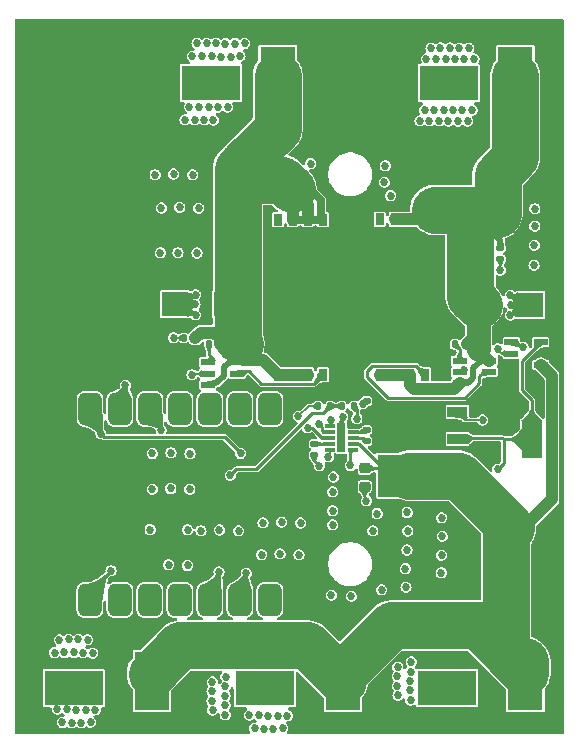
<source format=gbr>
G04 #@! TF.GenerationSoftware,KiCad,Pcbnew,8.0.7*
G04 #@! TF.CreationDate,2025-03-29T00:45:04-04:00*
G04 #@! TF.ProjectId,power_distribution_board,706f7765-725f-4646-9973-747269627574,1*
G04 #@! TF.SameCoordinates,Original*
G04 #@! TF.FileFunction,Copper,L1,Top*
G04 #@! TF.FilePolarity,Positive*
%FSLAX46Y46*%
G04 Gerber Fmt 4.6, Leading zero omitted, Abs format (unit mm)*
G04 Created by KiCad (PCBNEW 8.0.7) date 2025-03-29 00:45:04*
%MOMM*%
%LPD*%
G01*
G04 APERTURE LIST*
G04 Aperture macros list*
%AMRoundRect*
0 Rectangle with rounded corners*
0 $1 Rounding radius*
0 $2 $3 $4 $5 $6 $7 $8 $9 X,Y pos of 4 corners*
0 Add a 4 corners polygon primitive as box body*
4,1,4,$2,$3,$4,$5,$6,$7,$8,$9,$2,$3,0*
0 Add four circle primitives for the rounded corners*
1,1,$1+$1,$2,$3*
1,1,$1+$1,$4,$5*
1,1,$1+$1,$6,$7*
1,1,$1+$1,$8,$9*
0 Add four rect primitives between the rounded corners*
20,1,$1+$1,$2,$3,$4,$5,0*
20,1,$1+$1,$4,$5,$6,$7,0*
20,1,$1+$1,$6,$7,$8,$9,0*
20,1,$1+$1,$8,$9,$2,$3,0*%
G04 Aperture macros list end*
G04 #@! TA.AperFunction,ComponentPad*
%ADD10R,5.000000X3.000000*%
G04 #@! TD*
G04 #@! TA.AperFunction,ComponentPad*
%ADD11R,3.000000X5.000000*%
G04 #@! TD*
G04 #@! TA.AperFunction,SMDPad,CuDef*
%ADD12R,0.850000X0.300000*%
G04 #@! TD*
G04 #@! TA.AperFunction,SMDPad,CuDef*
%ADD13R,0.690000X2.440000*%
G04 #@! TD*
G04 #@! TA.AperFunction,SMDPad,CuDef*
%ADD14RoundRect,0.140000X-0.170000X0.140000X-0.170000X-0.140000X0.170000X-0.140000X0.170000X0.140000X0*%
G04 #@! TD*
G04 #@! TA.AperFunction,SMDPad,CuDef*
%ADD15RoundRect,0.140000X0.140000X0.170000X-0.140000X0.170000X-0.140000X-0.170000X0.140000X-0.170000X0*%
G04 #@! TD*
G04 #@! TA.AperFunction,SMDPad,CuDef*
%ADD16R,1.200000X0.600000*%
G04 #@! TD*
G04 #@! TA.AperFunction,SMDPad,CuDef*
%ADD17RoundRect,0.135000X0.135000X0.185000X-0.135000X0.185000X-0.135000X-0.185000X0.135000X-0.185000X0*%
G04 #@! TD*
G04 #@! TA.AperFunction,SMDPad,CuDef*
%ADD18RoundRect,0.225000X-0.250000X0.225000X-0.250000X-0.225000X0.250000X-0.225000X0.250000X0.225000X0*%
G04 #@! TD*
G04 #@! TA.AperFunction,SMDPad,CuDef*
%ADD19R,0.750000X1.000000*%
G04 #@! TD*
G04 #@! TA.AperFunction,SMDPad,CuDef*
%ADD20R,0.750000X0.475000*%
G04 #@! TD*
G04 #@! TA.AperFunction,SMDPad,CuDef*
%ADD21R,4.560000X2.730000*%
G04 #@! TD*
G04 #@! TA.AperFunction,SMDPad,CuDef*
%ADD22R,5.550000X0.910000*%
G04 #@! TD*
G04 #@! TA.AperFunction,SMDPad,CuDef*
%ADD23R,4.560000X0.430000*%
G04 #@! TD*
G04 #@! TA.AperFunction,SMDPad,CuDef*
%ADD24R,5.330000X3.630000*%
G04 #@! TD*
G04 #@! TA.AperFunction,ComponentPad*
%ADD25C,0.800000*%
G04 #@! TD*
G04 #@! TA.AperFunction,SMDPad,CuDef*
%ADD26RoundRect,0.140000X0.170000X-0.140000X0.170000X0.140000X-0.170000X0.140000X-0.170000X-0.140000X0*%
G04 #@! TD*
G04 #@! TA.AperFunction,SMDPad,CuDef*
%ADD27R,4.560000X4.055000*%
G04 #@! TD*
G04 #@! TA.AperFunction,SMDPad,CuDef*
%ADD28R,0.495000X0.905000*%
G04 #@! TD*
G04 #@! TA.AperFunction,SMDPad,CuDef*
%ADD29R,2.200000X2.150000*%
G04 #@! TD*
G04 #@! TA.AperFunction,SMDPad,CuDef*
%ADD30R,1.750000X0.950000*%
G04 #@! TD*
G04 #@! TA.AperFunction,SMDPad,CuDef*
%ADD31R,1.750000X3.200000*%
G04 #@! TD*
G04 #@! TA.AperFunction,SMDPad,CuDef*
%ADD32RoundRect,0.500000X0.500000X-0.875000X0.500000X0.875000X-0.500000X0.875000X-0.500000X-0.875000X0*%
G04 #@! TD*
G04 #@! TA.AperFunction,SMDPad,CuDef*
%ADD33RoundRect,0.140000X-0.140000X-0.170000X0.140000X-0.170000X0.140000X0.170000X-0.140000X0.170000X0*%
G04 #@! TD*
G04 #@! TA.AperFunction,ViaPad*
%ADD34C,0.685800*%
G04 #@! TD*
G04 #@! TA.AperFunction,Conductor*
%ADD35C,4.000000*%
G04 #@! TD*
G04 #@! TA.AperFunction,Conductor*
%ADD36C,0.200000*%
G04 #@! TD*
G04 #@! TA.AperFunction,Conductor*
%ADD37C,0.152400*%
G04 #@! TD*
G04 #@! TA.AperFunction,Conductor*
%ADD38C,0.254000*%
G04 #@! TD*
G04 #@! TA.AperFunction,Conductor*
%ADD39C,1.000000*%
G04 #@! TD*
G04 #@! TA.AperFunction,Conductor*
%ADD40C,2.000000*%
G04 #@! TD*
G04 #@! TA.AperFunction,Conductor*
%ADD41C,0.500000*%
G04 #@! TD*
G04 #@! TA.AperFunction,Conductor*
%ADD42C,0.700000*%
G04 #@! TD*
G04 #@! TA.AperFunction,Conductor*
%ADD43C,3.500000*%
G04 #@! TD*
G04 #@! TA.AperFunction,Conductor*
%ADD44C,0.127000*%
G04 #@! TD*
G04 APERTURE END LIST*
D10*
X33622500Y-57012500D03*
D11*
X40260000Y-56400000D03*
D10*
X17452500Y-57012500D03*
D11*
X24090000Y-56400000D03*
D12*
X41075000Y-36800000D03*
X41075000Y-36300000D03*
X41075000Y-35800000D03*
X41075000Y-35300000D03*
X41075000Y-34800000D03*
X39175000Y-34800000D03*
X39175000Y-35300000D03*
X39175000Y-35800000D03*
X39175000Y-36300000D03*
X39175000Y-36800000D03*
D13*
X40125000Y-35800000D03*
D14*
X37810000Y-36330000D03*
X37810000Y-37290000D03*
D15*
X29870000Y-27830000D03*
X28910000Y-27830000D03*
D16*
X54500000Y-27730000D03*
X54500000Y-28680000D03*
X54500000Y-29630000D03*
X57000000Y-29630000D03*
X57000000Y-27730000D03*
D17*
X41177000Y-33127000D03*
X40157000Y-33127000D03*
D18*
X42090000Y-38390000D03*
X42090000Y-39940000D03*
D19*
X47190000Y-17322000D03*
X45920000Y-17322000D03*
X44650000Y-17322000D03*
X43380000Y-17322000D03*
D20*
X43380000Y-23080000D03*
X47190000Y-23080000D03*
D21*
X45285000Y-21480000D03*
D22*
X45285000Y-19665000D03*
D23*
X45285000Y-19000000D03*
D19*
X38545000Y-17342000D03*
X37275000Y-17342000D03*
X36005000Y-17342000D03*
X34735000Y-17342000D03*
D20*
X34735000Y-23100000D03*
X38545000Y-23100000D03*
D21*
X36640000Y-21500000D03*
D22*
X36640000Y-19685000D03*
D23*
X36640000Y-19020000D03*
D24*
X45810000Y-34765000D03*
X45810000Y-39005000D03*
D25*
X45810000Y-33610000D03*
X45810000Y-40160000D03*
D11*
X34727500Y-5150000D03*
D10*
X29090000Y-5762500D03*
D26*
X42280000Y-36090000D03*
X42280000Y-35130000D03*
D15*
X50690000Y-27890000D03*
X49730000Y-27890000D03*
D19*
X34731000Y-30460000D03*
X36001000Y-30460000D03*
X37271000Y-30460000D03*
X38541000Y-30460000D03*
D27*
X36636000Y-26967000D03*
D20*
X34731000Y-24702000D03*
D28*
X34109000Y-28117000D03*
X39163000Y-28117000D03*
D20*
X38541000Y-24702000D03*
D11*
X55707500Y-56400000D03*
D10*
X49070000Y-57012500D03*
D29*
X26020000Y-24500000D03*
X30420000Y-24500000D03*
D26*
X42250000Y-33660000D03*
X42250000Y-32700000D03*
D16*
X50130000Y-29270000D03*
X50130000Y-30220000D03*
X50130000Y-31170000D03*
X52630000Y-31170000D03*
X52630000Y-30220000D03*
X52630000Y-29270000D03*
X28810000Y-29420000D03*
X28810000Y-30370000D03*
X28810000Y-31320000D03*
X31310000Y-31320000D03*
X31310000Y-30370000D03*
X31310000Y-29420000D03*
D30*
X49940000Y-33620000D03*
X49940000Y-35920000D03*
X49940000Y-38220000D03*
D31*
X56240000Y-35920000D03*
D29*
X56130000Y-24550000D03*
X51730000Y-24550000D03*
D17*
X39177000Y-33127000D03*
X38157000Y-33127000D03*
D26*
X53590000Y-20690000D03*
X53590000Y-19730000D03*
D19*
X43380000Y-30460000D03*
X44650000Y-30460000D03*
X45920000Y-30460000D03*
X47190000Y-30460000D03*
D27*
X45285000Y-26967000D03*
D20*
X43380000Y-24702000D03*
D28*
X42758000Y-28117000D03*
X47812000Y-28117000D03*
D20*
X47190000Y-24702000D03*
D32*
X18820000Y-49535000D03*
X21360000Y-49535000D03*
X23900000Y-49535000D03*
X26440000Y-49535000D03*
X28980000Y-49535000D03*
X31520000Y-49535000D03*
X34060000Y-49535000D03*
X34060000Y-33370000D03*
X31520000Y-33370000D03*
X28980000Y-33370000D03*
X26440000Y-33370000D03*
X23900000Y-33370000D03*
X21360000Y-33370000D03*
X18838500Y-33370000D03*
D33*
X26770000Y-27360000D03*
X27730000Y-27360000D03*
D11*
X54850433Y-5171678D03*
D10*
X49212933Y-5784178D03*
D34*
X41925683Y-32927805D03*
X31410000Y-43680000D03*
X29910000Y-42060000D03*
X29800000Y-43610000D03*
X31520000Y-42130000D03*
X28230000Y-43670000D03*
X36540000Y-45710000D03*
X33430000Y-44090000D03*
X35040000Y-44090000D03*
X34930000Y-45640000D03*
X36650000Y-44160000D03*
X33360000Y-45700000D03*
X36670000Y-43020000D03*
X33560000Y-41400000D03*
X35170000Y-41400000D03*
X35060000Y-42950000D03*
X36780000Y-41470000D03*
X33490000Y-43010000D03*
X21840000Y-31350000D03*
X24870000Y-35183100D03*
X19760000Y-35480000D03*
X31600000Y-37130000D03*
X20620000Y-47060000D03*
X27100000Y-46620000D03*
X25490000Y-46550000D03*
X25610000Y-41970000D03*
X23930000Y-43580000D03*
X24000000Y-41970000D03*
X27110000Y-43590000D03*
X27210000Y-45070000D03*
X27300000Y-37140000D03*
X24120000Y-37130000D03*
X25680000Y-40100000D03*
X24180000Y-38550000D03*
X24110000Y-40160000D03*
X27400000Y-38620000D03*
X25790000Y-38550000D03*
X27290000Y-40170000D03*
X25690000Y-37070000D03*
X16245000Y-52917500D03*
X17475000Y-53977500D03*
X18635000Y-52907500D03*
X17035000Y-52877500D03*
X19075000Y-54037500D03*
X15845000Y-53987500D03*
X18255000Y-54007500D03*
X16655000Y-53977500D03*
X17855000Y-52877500D03*
X18895000Y-59897500D03*
X17665000Y-58837500D03*
X16505000Y-59907500D03*
X18105000Y-59937500D03*
X16065000Y-58777500D03*
X19295000Y-58827500D03*
X16885000Y-58807500D03*
X18485000Y-58837500D03*
X17285000Y-59937500D03*
X29215000Y-58867500D03*
X30275000Y-57637500D03*
X29205000Y-56477500D03*
X29175000Y-58077500D03*
X30335000Y-56037500D03*
X30285000Y-59267500D03*
X30305000Y-56857500D03*
X30275000Y-58457500D03*
X29175000Y-57257500D03*
X35155000Y-60407500D03*
X33925000Y-59347500D03*
X32765000Y-60417500D03*
X34365000Y-60447500D03*
X32325000Y-59287500D03*
X35555000Y-59337500D03*
X33145000Y-59317500D03*
X34745000Y-59347500D03*
X33545000Y-60447500D03*
X38260000Y-38160000D03*
X25920000Y-13470000D03*
X24420000Y-11920000D03*
X24350000Y-13530000D03*
X27640000Y-11990000D03*
X26030000Y-11920000D03*
X27530000Y-13540000D03*
X26440000Y-16290000D03*
X24940000Y-14740000D03*
X24870000Y-16350000D03*
X28160000Y-14810000D03*
X26550000Y-14740000D03*
X28050000Y-16360000D03*
X50180000Y-47300000D03*
X48570000Y-47230000D03*
X48670000Y-44150000D03*
X48610000Y-42580000D03*
X50150000Y-45870000D03*
X50220000Y-44260000D03*
X48600000Y-45760000D03*
X45590000Y-48450000D03*
X47140000Y-46950000D03*
X45530000Y-46880000D03*
X47140000Y-48560000D03*
X47300000Y-43810000D03*
X47230000Y-45420000D03*
X45750000Y-43700000D03*
X47300000Y-42200000D03*
X45690000Y-42130000D03*
X45680000Y-45310000D03*
X32060000Y-47290000D03*
X39245000Y-34290000D03*
X37260000Y-34960000D03*
X38200000Y-34630000D03*
X29760000Y-47170000D03*
X55512974Y-28155814D03*
X41430000Y-34180098D03*
X34910000Y-26370000D03*
X45680000Y-21350000D03*
X38060000Y-32070000D03*
X46630000Y-27430000D03*
X42840000Y-16230000D03*
X44570000Y-21330000D03*
X42290000Y-25710000D03*
X34960000Y-20320000D03*
X25720000Y-17510000D03*
X45650000Y-27450000D03*
X48440000Y-23270000D03*
X41670000Y-18900000D03*
X35910000Y-26380000D03*
X43030000Y-23920000D03*
X28570000Y-17590000D03*
X46660000Y-21330000D03*
X35950000Y-23980000D03*
X45760000Y-19480000D03*
X44260000Y-44470000D03*
X35860000Y-28250000D03*
X45670000Y-28370000D03*
X39390000Y-29050000D03*
X41640000Y-22180000D03*
X41500000Y-30050000D03*
X41550000Y-23410000D03*
X45830000Y-23880000D03*
X40310000Y-20230000D03*
X43650000Y-19450000D03*
X44610000Y-26480000D03*
X46660000Y-20370000D03*
X44520000Y-22240000D03*
X24240000Y-17510000D03*
X38000000Y-22200000D03*
X45800000Y-25590000D03*
X34990000Y-25460000D03*
X40610000Y-41430000D03*
X38020000Y-21270000D03*
X36990000Y-32030000D03*
X46780000Y-25570000D03*
X38130000Y-19420000D03*
X40720000Y-39870000D03*
X42400000Y-17970000D03*
X48640000Y-26200000D03*
X41560000Y-26640000D03*
X34910000Y-22190000D03*
X46700000Y-26480000D03*
X40220000Y-22160000D03*
X36040000Y-19420000D03*
X38080000Y-25470000D03*
X48590000Y-27630000D03*
X44410000Y-23880000D03*
X37070000Y-20350000D03*
X37960000Y-27270000D03*
X43690000Y-25560000D03*
X40140000Y-26620000D03*
X34530000Y-23880000D03*
X39450000Y-25640000D03*
X48620000Y-28900000D03*
X44560000Y-28350000D03*
X37100000Y-25490000D03*
X44240000Y-16220000D03*
X40230000Y-24690000D03*
X45680000Y-20390000D03*
X34930000Y-21260000D03*
X40340000Y-16950000D03*
X36970000Y-28270000D03*
X38050000Y-20330000D03*
X42370000Y-21250000D03*
X41690000Y-16950000D03*
X44570000Y-20370000D03*
X40080000Y-30030000D03*
X40630000Y-43020000D03*
X40150000Y-23450000D03*
X39530000Y-21180000D03*
X39878000Y-31496000D03*
X46610000Y-22240000D03*
X37360000Y-23990000D03*
X44690000Y-25570000D03*
X38000000Y-26380000D03*
X48630000Y-24860000D03*
X36980000Y-27290000D03*
X39560000Y-17900000D03*
X37020000Y-22220000D03*
X35040000Y-19410000D03*
X35930000Y-21270000D03*
X27330000Y-17540000D03*
X45580000Y-16230000D03*
X43570000Y-20360000D03*
X35870000Y-27270000D03*
X43520000Y-22230000D03*
X42230000Y-29120000D03*
X34870000Y-27260000D03*
X45720000Y-26500000D03*
X48570000Y-30220000D03*
X24750000Y-28550000D03*
X40170000Y-28100000D03*
X48400000Y-21850000D03*
X43560000Y-28340000D03*
X46740000Y-19460000D03*
X37020000Y-26400000D03*
X35910000Y-22200000D03*
X48440000Y-20620000D03*
X46650000Y-28350000D03*
X44220000Y-46220000D03*
X38570000Y-23890000D03*
X41660000Y-20230000D03*
X44650000Y-19460000D03*
X41580000Y-24690000D03*
X43540000Y-27420000D03*
X47180000Y-23870000D03*
X37040000Y-21290000D03*
X27190000Y-28480000D03*
X40250000Y-18880000D03*
X43610000Y-26470000D03*
X35960000Y-20330000D03*
X48580000Y-19150000D03*
X26020000Y-28520000D03*
X37150000Y-19440000D03*
X23320000Y-28500000D03*
X43570000Y-21320000D03*
X44540000Y-27430000D03*
X44240000Y-47810000D03*
X44300000Y-43030000D03*
X41520000Y-28100000D03*
X45630000Y-22260000D03*
X37950000Y-28250000D03*
X35990000Y-25470000D03*
X34860000Y-28240000D03*
X44280000Y-41440000D03*
X40880000Y-38150000D03*
X53370000Y-38460000D03*
X30710000Y-38990000D03*
X40245000Y-34060000D03*
X44910000Y-57610000D03*
X53340000Y-28290000D03*
X37600000Y-10980000D03*
X29670000Y-7810000D03*
X46770000Y-8980000D03*
X49990000Y-8990000D03*
X56500000Y-16410000D03*
X45970000Y-57200000D03*
X28327500Y-3510000D03*
X29137500Y-3500000D03*
X44290000Y-15300000D03*
X44870000Y-56000000D03*
X28080000Y-7790000D03*
X56500000Y-17890000D03*
X39440000Y-39130000D03*
X39390000Y-41980000D03*
X25910000Y-27330000D03*
X27730000Y-24520000D03*
X39280000Y-49130000D03*
X48940000Y-3710000D03*
X56470000Y-19500000D03*
X43146919Y-42224054D03*
X28707500Y-2410000D03*
X50910000Y-2810000D03*
X50100000Y-2820000D03*
X37530000Y-12590000D03*
X42220000Y-41130000D03*
X51190000Y-8070000D03*
X29290000Y-8910000D03*
X50810000Y-8990000D03*
X40960000Y-49220000D03*
X39370000Y-43180000D03*
X45980000Y-58010000D03*
X44870000Y-56820000D03*
X46000000Y-55600000D03*
X50540100Y-30039902D03*
X54420000Y-23740000D03*
X43760000Y-14160000D03*
X43900000Y-11160000D03*
X47310000Y-3720000D03*
X40730000Y-10920000D03*
X27480000Y-30460000D03*
X28890000Y-7780000D03*
X46030000Y-54780000D03*
X49180000Y-9000000D03*
X49560000Y-8080000D03*
X56430000Y-21190000D03*
X26880000Y-8890000D03*
X30737500Y-3530000D03*
X27770000Y-25390000D03*
X39120000Y-10850000D03*
X44900000Y-55220000D03*
X47710000Y-2830000D03*
X30297500Y-2430000D03*
X45970000Y-56380000D03*
X47170000Y-8090000D03*
X53570000Y-21600000D03*
X49320000Y-2790000D03*
X27887500Y-2410000D03*
X27260000Y-7790000D03*
X51350000Y-3730000D03*
X29517500Y-2400000D03*
X43520000Y-48680000D03*
X27700000Y-8890000D03*
X26280000Y-20130000D03*
X54470000Y-24550000D03*
X28510000Y-8880000D03*
X27890000Y-20160000D03*
X50370000Y-8070000D03*
X48780000Y-8050000D03*
X27507500Y-3510000D03*
X27780000Y-23710000D03*
X48120000Y-3710000D03*
X52070000Y-34300000D03*
X30490000Y-7810000D03*
X47960000Y-8050000D03*
X36480000Y-33990000D03*
X29917500Y-3530000D03*
X39370000Y-40390000D03*
X49720000Y-3740000D03*
X31117500Y-2430000D03*
X39025000Y-37420000D03*
X42786001Y-43687236D03*
X48500000Y-2790000D03*
X31527500Y-3490000D03*
X31927500Y-2420000D03*
X24800000Y-20130000D03*
X48400000Y-8970000D03*
X47580000Y-8970000D03*
X42340000Y-10920000D03*
X50530000Y-3730000D03*
X54430000Y-25420000D03*
X43830000Y-12770000D03*
D35*
X51649900Y-51689900D02*
X55707500Y-55747500D01*
X44370100Y-51689900D02*
X51649900Y-51689900D01*
X40260000Y-56400000D02*
X40260000Y-55800000D01*
X40260000Y-55800000D02*
X44370100Y-51689900D01*
X37245500Y-53385500D02*
X26474500Y-53385500D01*
X40260000Y-56400000D02*
X37245500Y-53385500D01*
X26474500Y-53385500D02*
X24090000Y-55770000D01*
X54072500Y-54112500D02*
X55707500Y-55747500D01*
X54072500Y-43889533D02*
X54072500Y-54112500D01*
X54507500Y-43454533D02*
X54072500Y-43889533D01*
X45810000Y-39005000D02*
X50057967Y-39005000D01*
X50057967Y-39005000D02*
X54507500Y-43454533D01*
D36*
X42153488Y-32700000D02*
X41925683Y-32927805D01*
X42250000Y-32700000D02*
X42153488Y-32700000D01*
X41990000Y-33087102D02*
X41990000Y-32920000D01*
X42250000Y-32700000D02*
X41830000Y-33120000D01*
D37*
X36480000Y-33990000D02*
X37343000Y-33127000D01*
X37343000Y-33127000D02*
X38157000Y-33127000D01*
D35*
X34727500Y-9639000D02*
X34727500Y-5150000D01*
X31820000Y-12546500D02*
X34727500Y-9639000D01*
X54850433Y-12019567D02*
X54850433Y-5171678D01*
X53340000Y-13530000D02*
X54850433Y-12019567D01*
X53340000Y-16840000D02*
X53340000Y-13530000D01*
X50800000Y-16510000D02*
X53010000Y-16510000D01*
X53010000Y-16510000D02*
X53340000Y-16840000D01*
D38*
X19310000Y-48370000D02*
X19310000Y-49535000D01*
X20620000Y-47060000D02*
X19310000Y-48370000D01*
D35*
X55707500Y-55747500D02*
X55707500Y-54747500D01*
D38*
X21850000Y-31360000D02*
X21840000Y-31350000D01*
X21850000Y-33370000D02*
X21850000Y-31360000D01*
X24870000Y-35183100D02*
X24870000Y-33850000D01*
X24870000Y-33850000D02*
X24390000Y-33370000D01*
X20060000Y-35780000D02*
X30250000Y-35780000D01*
X30250000Y-35780000D02*
X31600000Y-37130000D01*
X19760000Y-35480000D02*
X20060000Y-35780000D01*
X19760000Y-33801500D02*
X19328500Y-33370000D01*
X19760000Y-35480000D02*
X19760000Y-33801500D01*
X32060000Y-49485000D02*
X32010000Y-49535000D01*
X32060000Y-47290000D02*
X32060000Y-49485000D01*
X29760000Y-49245000D02*
X29470000Y-49535000D01*
X29760000Y-47170000D02*
X29760000Y-49245000D01*
X37810000Y-37710000D02*
X38260000Y-38160000D01*
X37810000Y-37290000D02*
X37810000Y-37710000D01*
X39145000Y-36330000D02*
X39175000Y-36300000D01*
X37810000Y-36330000D02*
X39145000Y-36330000D01*
X39175000Y-34800000D02*
X39175000Y-34360000D01*
X39175000Y-34360000D02*
X39245000Y-34290000D01*
X38496000Y-35800000D02*
X39175000Y-35800000D01*
X37260000Y-34960000D02*
X37656000Y-34960000D01*
X37656000Y-34960000D02*
X38496000Y-35800000D01*
X38496000Y-35204000D02*
X38496000Y-34926000D01*
X38496000Y-34926000D02*
X38200000Y-34630000D01*
X38592000Y-35300000D02*
X39175000Y-35300000D01*
X38496000Y-35204000D02*
X38592000Y-35300000D01*
X41363000Y-33127000D02*
X41177000Y-33127000D01*
X41430000Y-34180098D02*
X41430000Y-33380000D01*
X55354000Y-28126000D02*
X55383814Y-28155814D01*
X54500000Y-27730000D02*
X54958000Y-27730000D01*
X55383814Y-28155814D02*
X55512974Y-28155814D01*
X41430000Y-33380000D02*
X41177000Y-33127000D01*
X54958000Y-27730000D02*
X55354000Y-28126000D01*
D39*
X51730000Y-24550000D02*
X51730000Y-26850000D01*
X47190000Y-17322000D02*
X44650000Y-17322000D01*
D35*
X50800000Y-16510000D02*
X51049900Y-16759900D01*
D40*
X51730000Y-24550000D02*
X51730000Y-28370000D01*
D41*
X51260000Y-30744000D02*
X51260000Y-29936000D01*
D39*
X46251000Y-31650000D02*
X49650000Y-31650000D01*
D41*
X50834000Y-31170000D02*
X51260000Y-30744000D01*
D39*
X45920000Y-30460000D02*
X43380000Y-30460000D01*
D41*
X53590000Y-19730000D02*
X53590000Y-19030000D01*
X50130000Y-31170000D02*
X50834000Y-31170000D01*
D35*
X51049900Y-16759900D02*
X51049900Y-23869900D01*
D39*
X50130000Y-31170000D02*
X49650000Y-31650000D01*
D41*
X51926000Y-29270000D02*
X52240000Y-29270000D01*
D39*
X51730000Y-28370000D02*
X52630000Y-29270000D01*
D41*
X51260000Y-29936000D02*
X51926000Y-29270000D01*
D39*
X45920000Y-31319000D02*
X46251000Y-31650000D01*
X45920000Y-31319000D02*
X45920000Y-30460000D01*
D38*
X52240000Y-29270000D02*
X52630000Y-29270000D01*
D39*
X51730000Y-26850000D02*
X50743159Y-27836841D01*
D41*
X53590000Y-19030000D02*
X52370000Y-17810000D01*
D35*
X51049900Y-23869900D02*
X51730000Y-24550000D01*
X50800000Y-16510000D02*
X48049900Y-16510000D01*
D38*
X44705000Y-33660000D02*
X45810000Y-34765000D01*
X52896900Y-31436900D02*
X52630000Y-31170000D01*
X42250000Y-33660000D02*
X44705000Y-33660000D01*
D37*
X31463600Y-29220000D02*
X31820000Y-29220000D01*
D39*
X31820000Y-29220000D02*
X33491000Y-29220000D01*
X37275000Y-17342000D02*
X37275000Y-16115000D01*
D41*
X30820000Y-29220000D02*
X31820000Y-29220000D01*
D35*
X31340000Y-13026500D02*
X31820000Y-12546500D01*
D42*
X36005000Y-14845000D02*
X35920000Y-14760000D01*
D40*
X34727500Y-7529000D02*
X34727500Y-5150000D01*
D39*
X29870000Y-27391418D02*
X29371582Y-26893000D01*
D42*
X36005000Y-17342000D02*
X38545000Y-17342000D01*
D35*
X33220000Y-13946500D02*
X35106500Y-13946500D01*
D42*
X38545000Y-17342000D02*
X38502000Y-17342000D01*
D40*
X31820000Y-12546500D02*
X33220000Y-13946500D01*
D39*
X29371582Y-26893000D02*
X28197000Y-26893000D01*
D42*
X38360000Y-17157000D02*
X38360000Y-15700000D01*
D37*
X29320000Y-31120000D02*
X29620000Y-31120000D01*
D39*
X28197000Y-26893000D02*
X27730000Y-27360000D01*
D37*
X37275000Y-16115000D02*
X35920000Y-14760000D01*
D39*
X29870000Y-27830000D02*
X29870000Y-27391418D01*
D42*
X38360000Y-15700000D02*
X37420000Y-14760000D01*
D39*
X34731000Y-30460000D02*
X37271000Y-30460000D01*
D43*
X31750000Y-27830000D02*
X31340000Y-27420000D01*
D39*
X31820000Y-25900000D02*
X30420000Y-24500000D01*
D41*
X30195299Y-29844701D02*
X30820000Y-29220000D01*
D42*
X38545000Y-17342000D02*
X38360000Y-17157000D01*
D39*
X36005000Y-17342000D02*
X36005000Y-14845000D01*
D35*
X35106500Y-13946500D02*
X35920000Y-14760000D01*
D41*
X30195299Y-30544701D02*
X30195299Y-29844701D01*
D35*
X31340000Y-27420000D02*
X31340000Y-13026500D01*
D42*
X37420000Y-14760000D02*
X35920000Y-14760000D01*
D39*
X31750000Y-27830000D02*
X29870000Y-27830000D01*
D41*
X29620000Y-31120000D02*
X30195299Y-30544701D01*
D39*
X33491000Y-29220000D02*
X34731000Y-30460000D01*
D38*
X32278000Y-30170000D02*
X31820000Y-30170000D01*
X37787000Y-31214000D02*
X33322000Y-31214000D01*
X38541000Y-30460000D02*
X37787000Y-31214000D01*
X33322000Y-31214000D02*
X32278000Y-30170000D01*
X28910000Y-28810000D02*
X29320000Y-29220000D01*
X28910000Y-28810000D02*
X28910000Y-27830000D01*
X50566000Y-32404000D02*
X44074000Y-32404000D01*
X44074000Y-32404000D02*
X42290000Y-30620000D01*
X42754000Y-29706000D02*
X46436000Y-29706000D01*
X46436000Y-29706000D02*
X47190000Y-30460000D01*
X52630000Y-30220000D02*
X52172000Y-30220000D01*
X42290000Y-30620000D02*
X42290000Y-30170000D01*
X42290000Y-30170000D02*
X42754000Y-29706000D01*
X51776000Y-31194000D02*
X50566000Y-32404000D01*
X51776000Y-30616000D02*
X51776000Y-31194000D01*
X52172000Y-30220000D02*
X51776000Y-30616000D01*
X50130000Y-29270000D02*
X50130000Y-28290000D01*
X50130000Y-28290000D02*
X49730000Y-27890000D01*
X42110000Y-35300000D02*
X42280000Y-35130000D01*
X41075000Y-35300000D02*
X42110000Y-35300000D01*
X41075000Y-36300000D02*
X41618920Y-36300000D01*
X45195000Y-38390000D02*
X45810000Y-39005000D01*
D39*
X57960000Y-40990000D02*
X54507500Y-44442500D01*
D40*
X47337000Y-39527495D02*
X46442505Y-38633000D01*
X46442505Y-38633000D02*
X45810000Y-38633000D01*
D38*
X41618920Y-36300000D02*
X44323920Y-39005000D01*
X44323920Y-39005000D02*
X45810000Y-39005000D01*
D39*
X57960000Y-30590000D02*
X57960000Y-40990000D01*
X57000000Y-29630000D02*
X57960000Y-30590000D01*
D38*
X42090000Y-38390000D02*
X45195000Y-38390000D01*
X41075000Y-35800000D02*
X41990000Y-35800000D01*
X41990000Y-35800000D02*
X42280000Y-36090000D01*
X56240000Y-35920000D02*
X56240000Y-32598000D01*
X40880000Y-36995000D02*
X40880000Y-38150000D01*
X49940000Y-35920000D02*
X50030000Y-35830000D01*
X55430000Y-29300000D02*
X57000000Y-27730000D01*
X41075000Y-36800000D02*
X40880000Y-36995000D01*
X50030000Y-35830000D02*
X53740000Y-35830000D01*
X53860000Y-35950000D02*
X53860000Y-37970000D01*
X56240000Y-32598000D02*
X55430000Y-31788000D01*
X53860000Y-35950000D02*
X56210000Y-35950000D01*
X56210000Y-35950000D02*
X56240000Y-35920000D01*
X53860000Y-37970000D02*
X53370000Y-38460000D01*
X55430000Y-31788000D02*
X55430000Y-29300000D01*
X53740000Y-35830000D02*
X53860000Y-35950000D01*
X32900000Y-38475855D02*
X37625855Y-33750000D01*
X30710000Y-38990000D02*
X31224145Y-38475855D01*
X38554000Y-33750000D02*
X39177000Y-33127000D01*
X37625855Y-33750000D02*
X38554000Y-33750000D01*
X31224145Y-38475855D02*
X32900000Y-38475855D01*
X39177000Y-33127000D02*
X40157000Y-33127000D01*
D37*
X40125000Y-35800000D02*
X40125000Y-34180000D01*
X26070000Y-24520000D02*
X26880000Y-23710000D01*
X56130000Y-24550000D02*
X54470000Y-24550000D01*
X55320000Y-23740000D02*
X54420000Y-23740000D01*
X56130000Y-24550000D02*
X55260000Y-25420000D01*
X38170100Y-33140100D02*
X38157000Y-33127000D01*
X26880000Y-23710000D02*
X27780000Y-23710000D01*
X26940000Y-25390000D02*
X27770000Y-25390000D01*
X27530000Y-30410000D02*
X27480000Y-30460000D01*
X40125000Y-34180000D02*
X40245000Y-34060000D01*
X52070000Y-34300000D02*
X50550000Y-34300000D01*
X26770000Y-27360000D02*
X25940000Y-27360000D01*
X53590000Y-20690000D02*
X53590000Y-21580000D01*
X38051469Y-33021469D02*
X38157000Y-33127000D01*
X55260000Y-25420000D02*
X54430000Y-25420000D01*
X39175000Y-36800000D02*
X39175000Y-37270000D01*
X26070000Y-24520000D02*
X27730000Y-24520000D01*
X39175000Y-37270000D02*
X39025000Y-37420000D01*
X25940000Y-27360000D02*
X25910000Y-27330000D01*
X56130000Y-24550000D02*
X55320000Y-23740000D01*
X26070000Y-24520000D02*
X26940000Y-25390000D01*
X42090000Y-41000000D02*
X42220000Y-41130000D01*
X54500000Y-28680000D02*
X53730000Y-28680000D01*
X50550000Y-34300000D02*
X49880000Y-33630000D01*
X42090000Y-39940000D02*
X42090000Y-41000000D01*
X53590000Y-21580000D02*
X53570000Y-21600000D01*
D44*
X50130000Y-30220000D02*
X50360002Y-30220000D01*
D37*
X28810000Y-30410000D02*
X27530000Y-30410000D01*
D44*
X50360002Y-30220000D02*
X50540100Y-30039902D01*
D37*
X53730000Y-28680000D02*
X53340000Y-28290000D01*
G04 #@! TA.AperFunction,Conductor*
G36*
X58913039Y-339685D02*
G01*
X58958794Y-392489D01*
X58970000Y-444000D01*
X58970000Y-60776000D01*
X58950315Y-60843039D01*
X58897511Y-60888794D01*
X58846000Y-60900000D01*
X35622197Y-60900000D01*
X35555158Y-60880315D01*
X35509403Y-60827511D01*
X35499459Y-60758353D01*
X35528484Y-60694797D01*
X35536552Y-60685486D01*
X35554795Y-60664433D01*
X35610987Y-60541390D01*
X35630237Y-60407500D01*
X35610987Y-60273610D01*
X35610986Y-60273609D01*
X35610986Y-60273606D01*
X35566175Y-60175486D01*
X35554795Y-60150567D01*
X35474879Y-60058340D01*
X35466216Y-60048342D01*
X35466211Y-60048338D01*
X35447348Y-60036215D01*
X35401593Y-59983411D01*
X35391650Y-59914252D01*
X35420676Y-59850696D01*
X35479454Y-59812923D01*
X35514388Y-59807900D01*
X35622633Y-59807900D01*
X35752421Y-59769791D01*
X35866214Y-59696660D01*
X35954795Y-59594433D01*
X36009243Y-59475209D01*
X36010986Y-59471393D01*
X36010987Y-59471388D01*
X36030237Y-59337500D01*
X36010987Y-59203610D01*
X36010986Y-59203609D01*
X36010986Y-59203606D01*
X35980412Y-59136660D01*
X35954795Y-59080567D01*
X35914824Y-59034438D01*
X35866216Y-58978342D01*
X35866211Y-58978338D01*
X35767981Y-58915209D01*
X35752421Y-58905209D01*
X35752420Y-58905208D01*
X35752419Y-58905208D01*
X35676707Y-58882977D01*
X35617929Y-58845203D01*
X35588904Y-58781647D01*
X35598848Y-58712489D01*
X35644602Y-58659685D01*
X35711642Y-58640000D01*
X36135059Y-58640000D01*
X36142457Y-58638528D01*
X36172248Y-58632602D01*
X36214422Y-58604422D01*
X36242602Y-58562248D01*
X36250000Y-58525058D01*
X36250000Y-55698101D01*
X36269685Y-55631062D01*
X36322489Y-55585307D01*
X36391647Y-55575363D01*
X36455203Y-55604388D01*
X36461681Y-55610420D01*
X38596181Y-57744920D01*
X38629666Y-57806243D01*
X38632500Y-57832601D01*
X38632500Y-58912558D01*
X38639898Y-58949749D01*
X38668077Y-58991922D01*
X38710250Y-59020101D01*
X38710252Y-59020102D01*
X38738205Y-59025662D01*
X38747441Y-59027500D01*
X38747442Y-59027500D01*
X41772559Y-59027500D01*
X41779957Y-59026028D01*
X41809748Y-59020102D01*
X41851922Y-58991922D01*
X41880102Y-58949748D01*
X41887500Y-58912558D01*
X41887500Y-57815894D01*
X41907185Y-57748855D01*
X41913124Y-57740408D01*
X42032747Y-57584512D01*
X42172192Y-57342989D01*
X42188856Y-57302760D01*
X42278911Y-57085345D01*
X42278911Y-57085342D01*
X42278917Y-57085330D01*
X42351098Y-56815945D01*
X42360508Y-56744466D01*
X42388772Y-56680572D01*
X42395753Y-56672984D01*
X43068737Y-56000000D01*
X44394763Y-56000000D01*
X44414012Y-56133888D01*
X44414013Y-56133893D01*
X44439805Y-56190367D01*
X44470205Y-56256933D01*
X44470206Y-56256934D01*
X44532476Y-56328797D01*
X44561501Y-56392353D01*
X44551557Y-56461511D01*
X44532476Y-56491203D01*
X44470206Y-56563065D01*
X44470203Y-56563071D01*
X44414013Y-56686106D01*
X44414012Y-56686111D01*
X44394763Y-56820000D01*
X44414012Y-56953888D01*
X44414013Y-56953893D01*
X44457445Y-57048992D01*
X44470205Y-57076933D01*
X44539478Y-57156878D01*
X44568503Y-57220432D01*
X44558560Y-57289591D01*
X44539479Y-57319281D01*
X44510209Y-57353061D01*
X44510203Y-57353071D01*
X44454013Y-57476106D01*
X44454012Y-57476111D01*
X44434763Y-57610000D01*
X44454012Y-57743888D01*
X44454013Y-57743893D01*
X44486896Y-57815894D01*
X44510205Y-57866933D01*
X44510208Y-57866936D01*
X44510209Y-57866938D01*
X44583410Y-57951416D01*
X44598786Y-57969160D01*
X44712579Y-58042291D01*
X44777473Y-58061345D01*
X44842366Y-58080400D01*
X44842367Y-58080400D01*
X44977633Y-58080400D01*
X45107421Y-58042291D01*
X45221214Y-57969160D01*
X45291663Y-57887857D01*
X45350438Y-57850086D01*
X45420308Y-57850086D01*
X45479086Y-57887860D01*
X45508111Y-57951416D01*
X45508111Y-57986707D01*
X45504763Y-58009997D01*
X45504763Y-58009999D01*
X45524012Y-58143888D01*
X45524013Y-58143893D01*
X45570571Y-58245838D01*
X45580205Y-58266933D01*
X45580208Y-58266936D01*
X45580209Y-58266938D01*
X45638694Y-58334433D01*
X45668786Y-58369160D01*
X45782579Y-58442291D01*
X45841685Y-58459646D01*
X45912366Y-58480400D01*
X45912367Y-58480400D01*
X46047633Y-58480400D01*
X46177421Y-58442291D01*
X46251461Y-58394707D01*
X46318499Y-58375023D01*
X46385538Y-58394707D01*
X46431294Y-58447510D01*
X46442500Y-58499023D01*
X46442500Y-58525058D01*
X46449898Y-58562249D01*
X46478077Y-58604422D01*
X46520250Y-58632601D01*
X46520252Y-58632602D01*
X46548205Y-58638162D01*
X46557441Y-58640000D01*
X46557442Y-58640000D01*
X51582559Y-58640000D01*
X51589957Y-58638528D01*
X51619748Y-58632602D01*
X51661922Y-58604422D01*
X51690102Y-58562248D01*
X51697500Y-58525058D01*
X51697500Y-55499942D01*
X51690102Y-55462752D01*
X51664408Y-55424298D01*
X51661922Y-55420577D01*
X51619749Y-55392398D01*
X51582559Y-55385000D01*
X51582558Y-55385000D01*
X46557442Y-55385000D01*
X46557439Y-55385000D01*
X46524400Y-55391572D01*
X46454808Y-55385345D01*
X46407214Y-55348373D01*
X46405603Y-55349770D01*
X46352523Y-55288513D01*
X46323498Y-55224958D01*
X46333441Y-55155799D01*
X46352519Y-55126112D01*
X46429795Y-55036933D01*
X46485987Y-54913890D01*
X46505237Y-54780000D01*
X46485987Y-54646110D01*
X46485986Y-54646109D01*
X46485986Y-54646106D01*
X46457891Y-54584588D01*
X46429795Y-54523067D01*
X46364662Y-54447900D01*
X46341216Y-54420842D01*
X46341211Y-54420838D01*
X46303591Y-54396661D01*
X46227421Y-54347709D01*
X46227420Y-54347708D01*
X46227419Y-54347708D01*
X46097634Y-54309600D01*
X46097633Y-54309600D01*
X45962367Y-54309600D01*
X45962366Y-54309600D01*
X45832580Y-54347708D01*
X45718788Y-54420838D01*
X45718783Y-54420842D01*
X45630209Y-54523061D01*
X45630203Y-54523071D01*
X45574013Y-54646106D01*
X45574012Y-54646111D01*
X45554763Y-54780000D01*
X45574012Y-54913888D01*
X45574013Y-54913893D01*
X45596471Y-54963067D01*
X45630205Y-55036933D01*
X45672818Y-55086111D01*
X45677476Y-55091486D01*
X45706501Y-55155042D01*
X45696557Y-55224200D01*
X45677476Y-55253892D01*
X45600200Y-55343072D01*
X45595779Y-55349952D01*
X45542973Y-55395705D01*
X45473814Y-55405645D01*
X45410260Y-55376617D01*
X45372488Y-55317837D01*
X45368729Y-55265263D01*
X45375237Y-55220000D01*
X45355987Y-55086110D01*
X45355986Y-55086109D01*
X45355986Y-55086106D01*
X45327891Y-55024588D01*
X45299795Y-54963067D01*
X45211214Y-54860840D01*
X45097421Y-54787709D01*
X45097420Y-54787708D01*
X45097419Y-54787708D01*
X44967634Y-54749600D01*
X44967633Y-54749600D01*
X44832367Y-54749600D01*
X44832366Y-54749600D01*
X44702580Y-54787708D01*
X44588788Y-54860838D01*
X44588783Y-54860842D01*
X44500209Y-54963061D01*
X44500203Y-54963071D01*
X44444013Y-55086106D01*
X44444012Y-55086111D01*
X44424763Y-55220000D01*
X44444012Y-55353888D01*
X44444013Y-55353893D01*
X44490571Y-55455838D01*
X44500205Y-55476933D01*
X44500206Y-55476934D01*
X44530146Y-55511486D01*
X44559171Y-55575041D01*
X44549228Y-55644200D01*
X44530146Y-55673892D01*
X44470206Y-55743065D01*
X44470203Y-55743071D01*
X44414013Y-55866106D01*
X44414012Y-55866111D01*
X44394763Y-56000000D01*
X43068737Y-56000000D01*
X45215020Y-53853719D01*
X45276343Y-53820234D01*
X45302701Y-53817400D01*
X50717299Y-53817400D01*
X50784338Y-53837085D01*
X50804980Y-53853719D01*
X54043681Y-57092420D01*
X54077166Y-57153743D01*
X54080000Y-57180101D01*
X54080000Y-58912558D01*
X54087398Y-58949749D01*
X54115577Y-58991922D01*
X54157750Y-59020101D01*
X54157752Y-59020102D01*
X54185705Y-59025662D01*
X54194941Y-59027500D01*
X54194942Y-59027500D01*
X57220059Y-59027500D01*
X57227457Y-59026028D01*
X57257248Y-59020102D01*
X57299422Y-58991922D01*
X57327602Y-58949748D01*
X57335000Y-58912558D01*
X57335000Y-57163394D01*
X57354685Y-57096355D01*
X57360624Y-57087908D01*
X57390485Y-57048992D01*
X57480247Y-56932012D01*
X57619691Y-56690488D01*
X57621506Y-56686106D01*
X57645852Y-56627330D01*
X57645852Y-56627329D01*
X57672471Y-56563065D01*
X57726417Y-56432830D01*
X57798598Y-56163445D01*
X57835000Y-55886944D01*
X57835000Y-54608056D01*
X57798598Y-54331555D01*
X57726417Y-54062170D01*
X57619691Y-53804512D01*
X57619689Y-53804509D01*
X57619687Y-53804504D01*
X57480251Y-53562995D01*
X57480247Y-53562988D01*
X57310471Y-53341732D01*
X57310466Y-53341726D01*
X57113273Y-53144533D01*
X57113266Y-53144527D01*
X56892020Y-52974759D01*
X56892018Y-52974757D01*
X56892012Y-52974753D01*
X56892007Y-52974750D01*
X56892004Y-52974748D01*
X56650495Y-52835312D01*
X56650484Y-52835307D01*
X56392830Y-52728583D01*
X56291906Y-52701540D01*
X56232245Y-52665174D01*
X56201717Y-52602327D01*
X56200000Y-52581765D01*
X56200000Y-44785717D01*
X56219685Y-44718678D01*
X56225614Y-44710243D01*
X56280247Y-44639045D01*
X56419691Y-44397521D01*
X56526417Y-44139863D01*
X56598598Y-43870478D01*
X56635000Y-43593977D01*
X56635000Y-43315089D01*
X56629873Y-43276151D01*
X56640637Y-43207120D01*
X56665128Y-43172289D01*
X58447411Y-41390008D01*
X58516083Y-41287233D01*
X58563385Y-41173035D01*
X58578689Y-41096098D01*
X58587500Y-41051805D01*
X58587500Y-30528197D01*
X58586228Y-30521803D01*
X58584004Y-30510623D01*
X58563386Y-30406965D01*
X58517768Y-30296835D01*
X58516083Y-30292767D01*
X58505524Y-30276965D01*
X58447414Y-30189996D01*
X58447413Y-30189994D01*
X58411960Y-30154541D01*
X58360008Y-30102589D01*
X57763819Y-29506400D01*
X57730334Y-29445077D01*
X57727500Y-29418719D01*
X57727500Y-29317441D01*
X57724309Y-29301401D01*
X57720102Y-29280252D01*
X57713667Y-29270621D01*
X57691922Y-29238077D01*
X57649749Y-29209898D01*
X57612559Y-29202500D01*
X57612558Y-29202500D01*
X57511282Y-29202500D01*
X57444243Y-29182815D01*
X57423601Y-29166181D01*
X57400013Y-29142593D01*
X57400006Y-29142587D01*
X57297233Y-29073917D01*
X57183035Y-29026614D01*
X57183027Y-29026612D01*
X57061807Y-29002500D01*
X57061803Y-29002500D01*
X56938197Y-29002500D01*
X56938192Y-29002500D01*
X56816972Y-29026612D01*
X56816964Y-29026614D01*
X56702766Y-29073917D01*
X56599993Y-29142587D01*
X56599986Y-29142593D01*
X56576399Y-29166181D01*
X56515076Y-29199666D01*
X56488718Y-29202500D01*
X56387441Y-29202500D01*
X56350250Y-29209898D01*
X56308077Y-29238077D01*
X56279898Y-29280250D01*
X56272500Y-29317441D01*
X56272500Y-29942558D01*
X56279898Y-29979749D01*
X56308077Y-30021922D01*
X56350250Y-30050101D01*
X56350252Y-30050102D01*
X56378205Y-30055662D01*
X56387441Y-30057500D01*
X56387442Y-30057500D01*
X56488719Y-30057500D01*
X56555758Y-30077185D01*
X56576400Y-30093819D01*
X57296181Y-30813600D01*
X57329666Y-30874923D01*
X57332500Y-30901281D01*
X57332500Y-34071913D01*
X57312815Y-34138952D01*
X57260011Y-34184707D01*
X57190853Y-34194651D01*
X57136842Y-34173111D01*
X57056418Y-34116163D01*
X57043198Y-34105362D01*
X56916749Y-33986633D01*
X56907373Y-33976811D01*
X56892425Y-33959325D01*
X56774175Y-33820999D01*
X56767521Y-33812489D01*
X56629662Y-33619399D01*
X56624859Y-33612147D01*
X56512779Y-33429288D01*
X56494500Y-33364488D01*
X56494500Y-32547378D01*
X56494498Y-32547373D01*
X56488814Y-32533651D01*
X56473018Y-32495514D01*
X56455757Y-32453839D01*
X55720819Y-31718901D01*
X55687334Y-31657578D01*
X55684500Y-31631220D01*
X55684500Y-29456778D01*
X55704185Y-29389739D01*
X55720815Y-29369101D01*
X56636100Y-28453815D01*
X56659992Y-28435163D01*
X56664743Y-28432312D01*
X56664753Y-28432308D01*
X56759396Y-28362052D01*
X56765867Y-28357562D01*
X56860818Y-28296097D01*
X56868202Y-28291674D01*
X56961197Y-28240305D01*
X56969545Y-28236097D01*
X57060586Y-28194451D01*
X57069892Y-28190643D01*
X57140853Y-28164921D01*
X57183109Y-28157500D01*
X57612559Y-28157500D01*
X57619957Y-28156028D01*
X57649748Y-28150102D01*
X57691922Y-28121922D01*
X57720102Y-28079748D01*
X57727500Y-28042558D01*
X57727500Y-27417442D01*
X57720102Y-27380252D01*
X57720101Y-27380250D01*
X57691922Y-27338077D01*
X57649749Y-27309898D01*
X57612559Y-27302500D01*
X57612558Y-27302500D01*
X56387442Y-27302500D01*
X56387441Y-27302500D01*
X56350250Y-27309898D01*
X56308077Y-27338077D01*
X56279898Y-27380250D01*
X56272500Y-27417441D01*
X56272500Y-27876435D01*
X56269967Y-27901369D01*
X56267449Y-27913633D01*
X56267449Y-27913637D01*
X56267150Y-27963387D01*
X56267117Y-27968846D01*
X56267116Y-27968946D01*
X56266731Y-28025400D01*
X56266730Y-28025527D01*
X56266513Y-28053175D01*
X56246303Y-28120058D01*
X56230198Y-28139883D01*
X56191792Y-28178289D01*
X56130469Y-28211774D01*
X56060777Y-28206790D01*
X56004844Y-28164918D01*
X55981373Y-28108254D01*
X55978224Y-28086352D01*
X55968961Y-28021924D01*
X55968960Y-28021923D01*
X55968960Y-28021920D01*
X55921566Y-27918144D01*
X55912769Y-27898881D01*
X55893319Y-27876435D01*
X55824190Y-27796656D01*
X55824185Y-27796652D01*
X55775611Y-27765435D01*
X55710395Y-27723523D01*
X55710394Y-27723522D01*
X55710393Y-27723522D01*
X55580608Y-27685414D01*
X55580607Y-27685414D01*
X55445341Y-27685414D01*
X55390584Y-27701491D01*
X55320714Y-27701489D01*
X55261937Y-27663714D01*
X55253859Y-27653325D01*
X55249708Y-27647358D01*
X55227583Y-27581084D01*
X55227500Y-27576546D01*
X55227500Y-27417441D01*
X55225662Y-27408205D01*
X55220102Y-27380252D01*
X55220101Y-27380250D01*
X55191922Y-27338077D01*
X55149749Y-27309898D01*
X55112559Y-27302500D01*
X55112558Y-27302500D01*
X53887442Y-27302500D01*
X53887441Y-27302500D01*
X53850250Y-27309898D01*
X53808077Y-27338077D01*
X53779898Y-27380250D01*
X53772500Y-27417441D01*
X53772500Y-27781696D01*
X53752815Y-27848735D01*
X53700011Y-27894490D01*
X53630853Y-27904434D01*
X53581461Y-27886011D01*
X53537423Y-27857709D01*
X53537420Y-27857708D01*
X53407634Y-27819600D01*
X53407633Y-27819600D01*
X53272367Y-27819600D01*
X53272366Y-27819600D01*
X53142579Y-27857708D01*
X53142576Y-27857709D01*
X53048539Y-27918144D01*
X52981500Y-27937829D01*
X52914460Y-27918144D01*
X52868706Y-27865340D01*
X52857500Y-27813829D01*
X52857500Y-26427120D01*
X52877185Y-26360081D01*
X52911353Y-26325298D01*
X52911292Y-26325218D01*
X52911865Y-26324777D01*
X52912618Y-26324012D01*
X52914504Y-26322751D01*
X52914512Y-26322747D01*
X53135768Y-26152972D01*
X53332972Y-25955768D01*
X53502747Y-25734512D01*
X53642192Y-25492989D01*
X53727072Y-25288067D01*
X53770912Y-25233664D01*
X53806707Y-25221750D01*
X53787787Y-25199914D01*
X53777844Y-25130756D01*
X53780803Y-25116327D01*
X53821098Y-24965945D01*
X53836730Y-24847203D01*
X53864996Y-24783308D01*
X53923321Y-24744837D01*
X53993185Y-24744005D01*
X54052409Y-24781078D01*
X54064687Y-24799935D01*
X54065410Y-24799471D01*
X54070204Y-24806931D01*
X54070205Y-24806933D01*
X54109500Y-24852282D01*
X54135497Y-24882283D01*
X54164522Y-24945839D01*
X54154579Y-25014997D01*
X54122994Y-25057193D01*
X54118785Y-25060840D01*
X54030209Y-25163061D01*
X54030204Y-25163068D01*
X54013376Y-25199917D01*
X53967620Y-25252720D01*
X53935802Y-25262062D01*
X53952517Y-25280015D01*
X53964923Y-25348774D01*
X53964371Y-25353165D01*
X53954763Y-25419998D01*
X53954763Y-25419999D01*
X53974012Y-25553888D01*
X53974013Y-25553893D01*
X54012086Y-25637259D01*
X54030205Y-25676933D01*
X54030208Y-25676936D01*
X54030209Y-25676938D01*
X54096075Y-25752951D01*
X54118786Y-25779160D01*
X54232579Y-25852291D01*
X54260196Y-25860400D01*
X54362366Y-25890400D01*
X54362367Y-25890400D01*
X54497633Y-25890400D01*
X54627421Y-25852291D01*
X54741214Y-25779160D01*
X54769747Y-25746230D01*
X54828525Y-25708456D01*
X54898394Y-25708456D01*
X54920799Y-25717487D01*
X54961199Y-25738556D01*
X54961216Y-25738564D01*
X54990174Y-25749580D01*
X54990177Y-25749581D01*
X54995420Y-25750899D01*
X54995444Y-25750905D01*
X55002670Y-25752508D01*
X55002671Y-25752507D01*
X55002672Y-25752508D01*
X55009865Y-25752951D01*
X55011347Y-25752953D01*
X55011347Y-25752500D01*
X57242559Y-25752500D01*
X57250606Y-25750899D01*
X57279748Y-25745102D01*
X57321922Y-25716922D01*
X57350102Y-25674748D01*
X57357500Y-25637558D01*
X57357500Y-23462442D01*
X57350102Y-23425252D01*
X57350101Y-23425250D01*
X57321922Y-23383077D01*
X57279749Y-23354898D01*
X57242559Y-23347500D01*
X57242558Y-23347500D01*
X55017442Y-23347500D01*
X55014500Y-23347500D01*
X55012686Y-23347609D01*
X55009304Y-23347683D01*
X55000472Y-23349152D01*
X55000463Y-23349155D01*
X55000395Y-23349181D01*
X54980800Y-23354789D01*
X54980250Y-23354898D01*
X54972163Y-23358248D01*
X54960477Y-23364259D01*
X54952100Y-23367424D01*
X54952096Y-23367426D01*
X54891072Y-23405477D01*
X54823770Y-23424244D01*
X54757006Y-23403646D01*
X54731747Y-23381455D01*
X54731215Y-23380841D01*
X54731211Y-23380838D01*
X54684537Y-23350842D01*
X54617421Y-23307709D01*
X54617420Y-23307708D01*
X54617419Y-23307708D01*
X54487634Y-23269600D01*
X54487633Y-23269600D01*
X54352367Y-23269600D01*
X54352366Y-23269600D01*
X54222580Y-23307708D01*
X54108788Y-23380838D01*
X54108783Y-23380842D01*
X54020209Y-23483061D01*
X54020203Y-23483071D01*
X53964013Y-23606106D01*
X53964012Y-23606110D01*
X53945319Y-23736130D01*
X53916294Y-23799686D01*
X53857516Y-23837460D01*
X53787646Y-23837460D01*
X53728868Y-23799686D01*
X53708020Y-23765935D01*
X53642196Y-23607020D01*
X53642191Y-23607011D01*
X53641671Y-23606110D01*
X53502747Y-23365488D01*
X53332972Y-23144232D01*
X53332967Y-23144226D01*
X53213719Y-23024978D01*
X53180234Y-22963655D01*
X53177400Y-22937297D01*
X53177400Y-22133945D01*
X53197085Y-22066906D01*
X53249889Y-22021151D01*
X53319047Y-22011207D01*
X53368441Y-22029631D01*
X53372579Y-22032291D01*
X53420961Y-22046497D01*
X53502366Y-22070400D01*
X53502367Y-22070400D01*
X53637633Y-22070400D01*
X53767421Y-22032291D01*
X53881214Y-21959160D01*
X53969795Y-21856933D01*
X54025987Y-21733890D01*
X54045237Y-21600000D01*
X54025987Y-21466110D01*
X54025986Y-21466109D01*
X54025986Y-21466106D01*
X53997891Y-21404588D01*
X53969795Y-21343067D01*
X53895388Y-21257198D01*
X53866364Y-21193644D01*
X53866888Y-21190000D01*
X55954763Y-21190000D01*
X55974012Y-21323888D01*
X55974013Y-21323893D01*
X56020571Y-21425838D01*
X56030205Y-21446933D01*
X56030208Y-21446936D01*
X56030209Y-21446938D01*
X56046818Y-21466106D01*
X56118786Y-21549160D01*
X56232579Y-21622291D01*
X56297473Y-21641345D01*
X56362366Y-21660400D01*
X56362367Y-21660400D01*
X56497633Y-21660400D01*
X56627421Y-21622291D01*
X56741214Y-21549160D01*
X56829795Y-21446933D01*
X56877230Y-21343065D01*
X56885986Y-21323893D01*
X56885987Y-21323888D01*
X56897927Y-21240840D01*
X56905237Y-21190000D01*
X56885987Y-21056110D01*
X56885986Y-21056109D01*
X56885986Y-21056106D01*
X56830391Y-20934373D01*
X56829795Y-20933067D01*
X56829790Y-20933061D01*
X56741216Y-20830842D01*
X56741211Y-20830838D01*
X56627419Y-20757708D01*
X56497634Y-20719600D01*
X56497633Y-20719600D01*
X56362367Y-20719600D01*
X56362366Y-20719600D01*
X56232580Y-20757708D01*
X56118788Y-20830838D01*
X56118783Y-20830842D01*
X56030209Y-20933061D01*
X56030203Y-20933071D01*
X55974013Y-21056106D01*
X55974012Y-21056111D01*
X55954763Y-21190000D01*
X53866888Y-21190000D01*
X53876307Y-21124485D01*
X53882948Y-21111909D01*
X53896013Y-21090275D01*
X53902082Y-21081162D01*
X53924094Y-21051100D01*
X53944384Y-21031666D01*
X53944216Y-21031498D01*
X53952853Y-21022859D01*
X53952857Y-21022857D01*
X54011980Y-20934373D01*
X54027500Y-20856348D01*
X54027500Y-20523652D01*
X54026607Y-20519161D01*
X54011981Y-20445629D01*
X54011980Y-20445628D01*
X54011980Y-20445627D01*
X53952857Y-20357143D01*
X53886945Y-20313102D01*
X53842139Y-20259490D01*
X53833432Y-20190165D01*
X53863586Y-20127138D01*
X53886945Y-20106898D01*
X53895372Y-20101266D01*
X53952857Y-20062857D01*
X54011980Y-19974373D01*
X54012771Y-19970400D01*
X54026163Y-19903071D01*
X54027500Y-19896348D01*
X54027500Y-19563652D01*
X54027394Y-19563120D01*
X54014840Y-19500000D01*
X55994763Y-19500000D01*
X56014012Y-19633888D01*
X56014013Y-19633893D01*
X56043158Y-19697709D01*
X56070205Y-19756933D01*
X56070208Y-19756936D01*
X56070209Y-19756938D01*
X56108252Y-19800842D01*
X56158786Y-19859160D01*
X56272579Y-19932291D01*
X56337473Y-19951345D01*
X56402366Y-19970400D01*
X56402367Y-19970400D01*
X56537633Y-19970400D01*
X56667421Y-19932291D01*
X56781214Y-19859160D01*
X56869795Y-19756933D01*
X56925987Y-19633890D01*
X56945237Y-19500000D01*
X56925987Y-19366110D01*
X56925986Y-19366109D01*
X56925986Y-19366106D01*
X56895162Y-19298613D01*
X56869795Y-19243067D01*
X56858423Y-19229943D01*
X56781216Y-19140842D01*
X56781211Y-19140838D01*
X56667419Y-19067708D01*
X56537634Y-19029600D01*
X56537633Y-19029600D01*
X56402367Y-19029600D01*
X56402366Y-19029600D01*
X56272580Y-19067708D01*
X56158788Y-19140838D01*
X56158783Y-19140842D01*
X56070209Y-19243061D01*
X56070203Y-19243071D01*
X56014013Y-19366106D01*
X56014012Y-19366111D01*
X55994763Y-19500000D01*
X54014840Y-19500000D01*
X54011981Y-19485628D01*
X54007307Y-19474345D01*
X54009801Y-19473311D01*
X53996308Y-19435328D01*
X53995929Y-19431288D01*
X53995901Y-19430984D01*
X53989977Y-19366119D01*
X53989950Y-19365820D01*
X53984001Y-19298896D01*
X53983976Y-19298613D01*
X53978031Y-19229951D01*
X53978008Y-19229684D01*
X53972935Y-19169571D01*
X53971651Y-19164735D01*
X53967500Y-19132919D01*
X53967500Y-18972174D01*
X53969328Y-18972174D01*
X53978514Y-18913223D01*
X54024887Y-18860961D01*
X54043236Y-18851499D01*
X54205302Y-18784369D01*
X54282979Y-18752195D01*
X54282982Y-18752193D01*
X54282988Y-18752191D01*
X54524512Y-18612747D01*
X54745768Y-18442971D01*
X54942971Y-18245768D01*
X55112747Y-18024512D01*
X55190408Y-17890000D01*
X56024763Y-17890000D01*
X56044012Y-18023888D01*
X56044013Y-18023893D01*
X56084695Y-18112971D01*
X56100205Y-18146933D01*
X56100208Y-18146936D01*
X56100209Y-18146938D01*
X56185846Y-18245768D01*
X56188786Y-18249160D01*
X56302579Y-18322291D01*
X56367473Y-18341345D01*
X56432366Y-18360400D01*
X56432367Y-18360400D01*
X56567633Y-18360400D01*
X56697421Y-18322291D01*
X56811214Y-18249160D01*
X56899795Y-18146933D01*
X56943410Y-18051428D01*
X56955986Y-18023893D01*
X56955987Y-18023888D01*
X56975237Y-17890000D01*
X56955987Y-17756110D01*
X56955986Y-17756109D01*
X56955986Y-17756106D01*
X56914176Y-17664558D01*
X56899795Y-17633067D01*
X56886639Y-17617884D01*
X56811216Y-17530842D01*
X56811211Y-17530838D01*
X56697419Y-17457708D01*
X56567634Y-17419600D01*
X56567633Y-17419600D01*
X56432367Y-17419600D01*
X56432366Y-17419600D01*
X56302580Y-17457708D01*
X56188788Y-17530838D01*
X56188783Y-17530842D01*
X56100209Y-17633061D01*
X56100203Y-17633071D01*
X56044013Y-17756106D01*
X56044012Y-17756111D01*
X56024763Y-17890000D01*
X55190408Y-17890000D01*
X55252191Y-17782988D01*
X55358917Y-17525330D01*
X55431098Y-17255945D01*
X55467500Y-16979444D01*
X55467500Y-16410000D01*
X56024763Y-16410000D01*
X56044012Y-16543888D01*
X56044013Y-16543893D01*
X56077373Y-16616938D01*
X56100205Y-16666933D01*
X56100208Y-16666936D01*
X56100209Y-16666938D01*
X56145457Y-16719157D01*
X56188786Y-16769160D01*
X56302579Y-16842291D01*
X56367473Y-16861345D01*
X56432366Y-16880400D01*
X56432367Y-16880400D01*
X56567633Y-16880400D01*
X56697421Y-16842291D01*
X56811214Y-16769160D01*
X56899795Y-16666933D01*
X56954595Y-16546938D01*
X56955986Y-16543893D01*
X56955987Y-16543888D01*
X56963175Y-16493893D01*
X56975237Y-16410000D01*
X56955987Y-16276110D01*
X56955986Y-16276109D01*
X56955986Y-16276106D01*
X56920315Y-16198000D01*
X56899795Y-16153067D01*
X56880640Y-16130961D01*
X56811216Y-16050842D01*
X56811211Y-16050838D01*
X56697419Y-15977708D01*
X56567634Y-15939600D01*
X56567633Y-15939600D01*
X56432367Y-15939600D01*
X56432366Y-15939600D01*
X56302580Y-15977708D01*
X56188788Y-16050838D01*
X56188783Y-16050842D01*
X56100209Y-16153061D01*
X56100203Y-16153071D01*
X56044013Y-16276106D01*
X56044012Y-16276111D01*
X56024763Y-16410000D01*
X55467500Y-16410000D01*
X55467500Y-14462601D01*
X55487185Y-14395562D01*
X55503819Y-14374920D01*
X55975669Y-13903071D01*
X56453405Y-13425335D01*
X56623180Y-13204079D01*
X56762625Y-12962555D01*
X56869350Y-12704897D01*
X56941531Y-12435512D01*
X56966009Y-12249581D01*
X56977933Y-12159011D01*
X56977933Y-5032234D01*
X56941531Y-4755733D01*
X56869350Y-4486348D01*
X56762624Y-4228690D01*
X56762622Y-4228687D01*
X56762620Y-4228682D01*
X56688672Y-4100602D01*
X56623180Y-3987166D01*
X56532632Y-3869161D01*
X56503557Y-3831269D01*
X56478363Y-3766100D01*
X56477933Y-3755783D01*
X56477933Y-2659119D01*
X56475042Y-2644587D01*
X56470535Y-2621930D01*
X56470534Y-2621928D01*
X56442355Y-2579755D01*
X56400182Y-2551576D01*
X56362992Y-2544178D01*
X56362991Y-2544178D01*
X53337875Y-2544178D01*
X53337874Y-2544178D01*
X53300683Y-2551576D01*
X53258510Y-2579755D01*
X53230331Y-2621928D01*
X53222933Y-2659119D01*
X53222933Y-3755783D01*
X53203248Y-3822822D01*
X53197309Y-3831269D01*
X53077689Y-3987161D01*
X53077686Y-3987165D01*
X53077686Y-3987166D01*
X53073199Y-3994938D01*
X52938245Y-4228682D01*
X52938240Y-4228693D01*
X52840495Y-4464670D01*
X52831516Y-4486348D01*
X52765145Y-4734052D01*
X52759336Y-4755730D01*
X52759333Y-4755743D01*
X52722934Y-5032224D01*
X52722933Y-5032240D01*
X52722933Y-11086965D01*
X52703248Y-11154004D01*
X52686614Y-11174646D01*
X51934232Y-11927029D01*
X51737032Y-12124227D01*
X51737027Y-12124233D01*
X51567259Y-12345479D01*
X51567248Y-12345495D01*
X51427812Y-12587004D01*
X51427807Y-12587015D01*
X51321086Y-12844662D01*
X51321081Y-12844676D01*
X51305215Y-12903890D01*
X51249764Y-13110840D01*
X51248903Y-13114052D01*
X51248900Y-13114065D01*
X51212501Y-13390546D01*
X51212500Y-13390562D01*
X51212500Y-14258500D01*
X51192815Y-14325539D01*
X51140011Y-14371294D01*
X51088500Y-14382500D01*
X50939444Y-14382500D01*
X47910456Y-14382500D01*
X47910450Y-14382500D01*
X47910446Y-14382501D01*
X47633965Y-14418900D01*
X47633958Y-14418901D01*
X47633955Y-14418902D01*
X47544160Y-14442962D01*
X47364576Y-14491081D01*
X47364562Y-14491086D01*
X47106915Y-14597807D01*
X47106904Y-14597812D01*
X46865395Y-14737248D01*
X46865379Y-14737259D01*
X46644133Y-14907027D01*
X46644126Y-14907033D01*
X46446933Y-15104226D01*
X46446927Y-15104233D01*
X46277159Y-15325479D01*
X46277148Y-15325495D01*
X46137712Y-15567004D01*
X46137707Y-15567015D01*
X46030986Y-15824662D01*
X46030981Y-15824676D01*
X45989977Y-15977708D01*
X45959069Y-16093061D01*
X45958803Y-16094052D01*
X45958800Y-16094065D01*
X45922401Y-16370546D01*
X45922400Y-16370562D01*
X45922400Y-16570500D01*
X45902715Y-16637539D01*
X45849911Y-16683294D01*
X45798400Y-16694500D01*
X44262441Y-16694500D01*
X44225250Y-16701898D01*
X44183077Y-16730077D01*
X44154898Y-16772250D01*
X44147500Y-16809441D01*
X44147500Y-16906959D01*
X44127815Y-16973998D01*
X44126602Y-16975850D01*
X44109602Y-17001292D01*
X44055989Y-17046097D01*
X43986664Y-17054804D01*
X43923637Y-17024649D01*
X43886918Y-16965206D01*
X43882500Y-16932401D01*
X43882500Y-16809441D01*
X43877099Y-16782291D01*
X43875102Y-16772252D01*
X43860286Y-16750078D01*
X43846922Y-16730077D01*
X43804749Y-16701898D01*
X43767559Y-16694500D01*
X43767558Y-16694500D01*
X42992442Y-16694500D01*
X42992441Y-16694500D01*
X42955250Y-16701898D01*
X42913077Y-16730077D01*
X42884898Y-16772250D01*
X42877500Y-16809441D01*
X42877500Y-17834558D01*
X42884898Y-17871749D01*
X42913077Y-17913922D01*
X42955250Y-17942101D01*
X42955252Y-17942102D01*
X42983205Y-17947662D01*
X42992441Y-17949500D01*
X42992442Y-17949500D01*
X43767559Y-17949500D01*
X43774957Y-17948028D01*
X43804748Y-17942102D01*
X43846922Y-17913922D01*
X43875102Y-17871748D01*
X43882500Y-17834558D01*
X43882500Y-17711597D01*
X43902185Y-17644558D01*
X43954989Y-17598803D01*
X44024147Y-17588859D01*
X44087703Y-17617884D01*
X44109599Y-17642702D01*
X44126602Y-17668150D01*
X44147480Y-17734825D01*
X44147500Y-17737039D01*
X44147500Y-17834558D01*
X44154898Y-17871749D01*
X44183077Y-17913922D01*
X44225250Y-17942101D01*
X44225252Y-17942102D01*
X44253205Y-17947662D01*
X44262441Y-17949500D01*
X44262442Y-17949500D01*
X44588197Y-17949500D01*
X45532442Y-17949500D01*
X46307558Y-17949500D01*
X46429299Y-17949500D01*
X46496338Y-17969185D01*
X46516975Y-17985814D01*
X46644132Y-18112971D01*
X46644134Y-18112973D01*
X46817196Y-18245768D01*
X46865388Y-18282747D01*
X46865395Y-18282751D01*
X47106904Y-18422187D01*
X47106909Y-18422189D01*
X47106912Y-18422191D01*
X47364570Y-18528917D01*
X47633955Y-18601098D01*
X47910456Y-18637500D01*
X48798400Y-18637500D01*
X48865439Y-18657185D01*
X48911194Y-18709989D01*
X48922400Y-18761500D01*
X48922400Y-24009337D01*
X48922401Y-24009353D01*
X48958800Y-24285834D01*
X48958801Y-24285839D01*
X48958802Y-24285845D01*
X48985667Y-24386106D01*
X49030982Y-24555228D01*
X49113193Y-24753701D01*
X49113193Y-24753702D01*
X49137703Y-24812876D01*
X49137709Y-24812888D01*
X49277153Y-25054412D01*
X49277158Y-25054418D01*
X49277159Y-25054420D01*
X49446927Y-25275666D01*
X49446933Y-25275673D01*
X50324226Y-26152967D01*
X50324233Y-26152973D01*
X50545482Y-26322743D01*
X50547382Y-26324012D01*
X50547821Y-26324537D01*
X50548708Y-26325218D01*
X50548555Y-26325416D01*
X50592192Y-26377620D01*
X50602500Y-26427120D01*
X50602500Y-27038718D01*
X50582815Y-27105757D01*
X50566181Y-27126399D01*
X50255752Y-27436827D01*
X50223383Y-27485271D01*
X50169770Y-27530075D01*
X50100445Y-27538782D01*
X50051391Y-27519481D01*
X49974374Y-27468020D01*
X49974370Y-27468018D01*
X49896352Y-27452500D01*
X49896348Y-27452500D01*
X49563652Y-27452500D01*
X49563647Y-27452500D01*
X49485629Y-27468018D01*
X49485628Y-27468019D01*
X49397143Y-27527143D01*
X49338019Y-27615628D01*
X49338018Y-27615629D01*
X49322500Y-27693647D01*
X49322500Y-28086352D01*
X49338018Y-28164370D01*
X49338019Y-28164371D01*
X49338019Y-28164372D01*
X49338020Y-28164373D01*
X49397143Y-28252857D01*
X49485627Y-28311980D01*
X49485628Y-28311980D01*
X49485629Y-28311981D01*
X49563647Y-28327499D01*
X49563651Y-28327500D01*
X49563652Y-28327500D01*
X49576243Y-28327500D01*
X49598147Y-28329450D01*
X49641261Y-28337187D01*
X49641261Y-28337188D01*
X49664181Y-28341301D01*
X49678065Y-28344629D01*
X49693294Y-28349221D01*
X49725860Y-28359042D01*
X49738421Y-28363581D01*
X49757158Y-28371517D01*
X49789195Y-28385086D01*
X49800212Y-28390409D01*
X49810897Y-28396239D01*
X49860316Y-28445631D01*
X49875500Y-28505088D01*
X49875500Y-28605692D01*
X49865480Y-28654525D01*
X49849241Y-28692428D01*
X49846540Y-28698303D01*
X49818627Y-28755080D01*
X49814769Y-28762313D01*
X49804316Y-28780441D01*
X49753775Y-28828685D01*
X49696895Y-28842500D01*
X49517441Y-28842500D01*
X49480250Y-28849898D01*
X49438077Y-28878077D01*
X49409898Y-28920250D01*
X49402500Y-28957441D01*
X49402500Y-29582558D01*
X49409898Y-29619749D01*
X49444863Y-29672077D01*
X49442422Y-29673707D01*
X49466959Y-29718642D01*
X49461975Y-29788334D01*
X49443530Y-29817032D01*
X49444863Y-29817923D01*
X49409898Y-29870250D01*
X49402500Y-29907441D01*
X49402500Y-30532558D01*
X49409898Y-30569749D01*
X49444863Y-30622077D01*
X49442422Y-30623707D01*
X49466959Y-30668642D01*
X49461975Y-30738334D01*
X49443530Y-30767032D01*
X49444863Y-30767923D01*
X49409898Y-30820250D01*
X49402500Y-30857441D01*
X49402500Y-30898500D01*
X49382815Y-30965539D01*
X49330011Y-31011294D01*
X49278500Y-31022500D01*
X47816500Y-31022500D01*
X47749461Y-31002815D01*
X47703706Y-30950011D01*
X47692500Y-30898500D01*
X47692500Y-29947441D01*
X47690662Y-29938205D01*
X47685102Y-29910252D01*
X47685101Y-29910250D01*
X47656922Y-29868077D01*
X47614749Y-29839898D01*
X47577559Y-29832500D01*
X47577558Y-29832500D01*
X47263939Y-29832500D01*
X47234193Y-29827465D01*
X47233893Y-29828710D01*
X47227972Y-29827279D01*
X47138159Y-29814725D01*
X47123237Y-29811695D01*
X47036646Y-29788497D01*
X47023078Y-29784010D01*
X46933320Y-29748465D01*
X46921415Y-29743006D01*
X46828091Y-29694091D01*
X46817932Y-29688134D01*
X46719976Y-29624240D01*
X46719974Y-29624239D01*
X46716221Y-29621791D01*
X46716581Y-29621238D01*
X46694595Y-29604677D01*
X46580160Y-29490242D01*
X46486626Y-29451501D01*
X46486624Y-29451500D01*
X46486623Y-29451500D01*
X42703377Y-29451500D01*
X42703375Y-29451500D01*
X42703373Y-29451501D01*
X42609839Y-29490242D01*
X42609837Y-29490244D01*
X42538245Y-29561837D01*
X42538244Y-29561838D01*
X42336119Y-29763963D01*
X42128396Y-29971685D01*
X42128395Y-29971685D01*
X42128396Y-29971686D01*
X42074242Y-30025839D01*
X42035501Y-30119373D01*
X42035500Y-30119378D01*
X42035500Y-30670621D01*
X42035501Y-30670626D01*
X42074242Y-30764160D01*
X43929839Y-32619757D01*
X44002182Y-32649721D01*
X44023377Y-32658500D01*
X44023379Y-32658500D01*
X50616621Y-32658500D01*
X50616623Y-32658500D01*
X50663393Y-32639127D01*
X50710160Y-32619757D01*
X50710161Y-32619755D01*
X50710163Y-32619755D01*
X51902721Y-31427194D01*
X51902724Y-31427193D01*
X51920162Y-31409755D01*
X51920163Y-31409755D01*
X51991755Y-31338163D01*
X51991755Y-31338161D01*
X51991757Y-31338160D01*
X52011127Y-31291393D01*
X52030500Y-31244623D01*
X52030500Y-30856280D01*
X52050185Y-30789241D01*
X52102989Y-30743486D01*
X52124443Y-30735978D01*
X52245547Y-30705730D01*
X52253154Y-30704083D01*
X52393886Y-30678247D01*
X52401789Y-30677060D01*
X52541980Y-30660602D01*
X52550047Y-30659923D01*
X52684918Y-30653021D01*
X52694804Y-30652143D01*
X52696532Y-30651924D01*
X52696539Y-30651921D01*
X52699722Y-30651134D01*
X52729522Y-30647500D01*
X53242559Y-30647500D01*
X53249957Y-30646028D01*
X53279748Y-30640102D01*
X53321922Y-30611922D01*
X53350102Y-30569748D01*
X53357500Y-30532558D01*
X53357500Y-29907442D01*
X53350102Y-29870252D01*
X53350101Y-29870250D01*
X53315137Y-29817923D01*
X53317577Y-29816292D01*
X53293041Y-29771358D01*
X53298025Y-29701666D01*
X53316469Y-29672967D01*
X53315137Y-29672077D01*
X53334470Y-29643141D01*
X53350102Y-29619748D01*
X53357500Y-29582558D01*
X53357500Y-28957442D01*
X53350102Y-28920252D01*
X53350101Y-28920250D01*
X53347719Y-28908275D01*
X53351510Y-28907520D01*
X53346377Y-28859855D01*
X53377641Y-28797370D01*
X53437723Y-28761706D01*
X53507549Y-28764187D01*
X53556092Y-28794168D01*
X53614613Y-28852689D01*
X53679623Y-28879616D01*
X53722888Y-28909641D01*
X53732560Y-28920020D01*
X53739331Y-28927927D01*
X53748185Y-28939191D01*
X53772313Y-28991625D01*
X53779897Y-29029747D01*
X53808077Y-29071922D01*
X53850250Y-29100101D01*
X53850252Y-29100102D01*
X53878205Y-29105662D01*
X53887441Y-29107500D01*
X55052627Y-29107500D01*
X55119666Y-29127185D01*
X55165421Y-29179989D01*
X55173642Y-29237164D01*
X55175500Y-29237164D01*
X55175500Y-31838621D01*
X55175501Y-31838626D01*
X55214242Y-31932160D01*
X55949181Y-32667099D01*
X55982666Y-32728422D01*
X55985500Y-32754780D01*
X55985500Y-33364484D01*
X55967221Y-33429285D01*
X55855126Y-33612165D01*
X55850323Y-33619416D01*
X55712472Y-33812493D01*
X55705808Y-33821015D01*
X55572620Y-33976815D01*
X55563244Y-33986638D01*
X55436807Y-34105356D01*
X55423588Y-34116157D01*
X55296932Y-34205843D01*
X55296928Y-34205846D01*
X55286300Y-34216434D01*
X55277565Y-34223590D01*
X55271291Y-34229864D01*
X55267928Y-34234324D01*
X55265644Y-34237015D01*
X55261180Y-34243271D01*
X55246851Y-34267080D01*
X55245010Y-34269980D01*
X55244897Y-34270253D01*
X55237500Y-34307439D01*
X55237500Y-34326555D01*
X55237423Y-34330934D01*
X55237196Y-34337338D01*
X55237500Y-34342973D01*
X55237500Y-34964674D01*
X55217815Y-35031713D01*
X55210929Y-35041378D01*
X55092571Y-35191716D01*
X55085791Y-35199621D01*
X54927127Y-35369578D01*
X54917989Y-35378411D01*
X54764980Y-35511856D01*
X54752718Y-35521271D01*
X54606975Y-35619372D01*
X54590853Y-35628551D01*
X54474850Y-35683546D01*
X54421731Y-35695500D01*
X54016780Y-35695500D01*
X53949741Y-35675815D01*
X53929099Y-35659181D01*
X53884160Y-35614242D01*
X53790626Y-35575501D01*
X53790624Y-35575500D01*
X53790623Y-35575500D01*
X53790621Y-35575500D01*
X51339348Y-35575500D01*
X51312966Y-35571550D01*
X51312789Y-35572428D01*
X51306822Y-35571223D01*
X51306820Y-35571223D01*
X51286598Y-35567142D01*
X51241032Y-35557948D01*
X51222280Y-35552600D01*
X51163224Y-35530604D01*
X51147319Y-35523366D01*
X51144767Y-35521980D01*
X51082051Y-35487915D01*
X51069193Y-35479875D01*
X50997874Y-35428965D01*
X50987774Y-35420930D01*
X50908918Y-35351177D01*
X50907237Y-35349989D01*
X50885369Y-35334536D01*
X50885362Y-35334532D01*
X50880965Y-35332094D01*
X50880023Y-35331595D01*
X50876376Y-35329666D01*
X50876374Y-35329665D01*
X50875766Y-35329344D01*
X50872305Y-35328028D01*
X50864749Y-35324898D01*
X50827559Y-35317500D01*
X50827558Y-35317500D01*
X50821380Y-35317500D01*
X50809933Y-35316458D01*
X50802945Y-35316187D01*
X50796807Y-35316829D01*
X50783927Y-35317500D01*
X49052441Y-35317500D01*
X49015250Y-35324898D01*
X48973077Y-35353077D01*
X48944898Y-35395250D01*
X48937500Y-35432441D01*
X48937500Y-36407558D01*
X48944898Y-36444749D01*
X48973077Y-36486922D01*
X49015250Y-36515101D01*
X49015252Y-36515102D01*
X49043205Y-36520662D01*
X49052441Y-36522500D01*
X49052442Y-36522500D01*
X50827559Y-36522500D01*
X50834957Y-36521028D01*
X50864748Y-36515102D01*
X50906922Y-36486922D01*
X50935102Y-36444748D01*
X50940311Y-36418558D01*
X50967128Y-36362821D01*
X51004027Y-36319062D01*
X51011387Y-36311073D01*
X51088697Y-36234253D01*
X51098525Y-36225477D01*
X51169997Y-36168193D01*
X51183020Y-36159064D01*
X51247242Y-36119938D01*
X51264027Y-36111387D01*
X51305604Y-36094050D01*
X51353327Y-36084500D01*
X53481500Y-36084500D01*
X53548539Y-36104185D01*
X53594294Y-36156989D01*
X53605500Y-36208500D01*
X53605500Y-37813218D01*
X53585815Y-37880257D01*
X53569181Y-37900899D01*
X53516799Y-37953281D01*
X53455476Y-37986766D01*
X53429118Y-37989600D01*
X53302366Y-37989600D01*
X53172580Y-38027708D01*
X53058788Y-38100838D01*
X53058783Y-38100842D01*
X52970209Y-38203061D01*
X52970203Y-38203071D01*
X52914013Y-38326106D01*
X52914012Y-38326111D01*
X52894763Y-38460000D01*
X52904386Y-38526933D01*
X52894442Y-38596091D01*
X52848687Y-38648895D01*
X52781647Y-38668579D01*
X52714608Y-38648894D01*
X52693967Y-38632260D01*
X51463740Y-37402033D01*
X51463733Y-37402027D01*
X51242487Y-37232259D01*
X51242485Y-37232257D01*
X51242479Y-37232253D01*
X51242474Y-37232250D01*
X51242471Y-37232248D01*
X51000962Y-37092812D01*
X51000951Y-37092807D01*
X50776287Y-36999748D01*
X50743297Y-36986083D01*
X50473912Y-36913902D01*
X50473906Y-36913901D01*
X50473901Y-36913900D01*
X50197420Y-36877501D01*
X50197417Y-36877500D01*
X50197411Y-36877500D01*
X45670556Y-36877500D01*
X45670550Y-36877500D01*
X45670546Y-36877501D01*
X45394065Y-36913900D01*
X45394058Y-36913901D01*
X45394055Y-36913902D01*
X45391637Y-36914550D01*
X45124676Y-36986081D01*
X45124662Y-36986086D01*
X45020635Y-37029176D01*
X44980917Y-37045628D01*
X44962972Y-37053061D01*
X44915519Y-37062500D01*
X43132441Y-37062500D01*
X43095250Y-37069898D01*
X43053077Y-37098077D01*
X43026404Y-37137996D01*
X42972790Y-37182800D01*
X42903465Y-37191506D01*
X42840438Y-37161350D01*
X42835622Y-37156784D01*
X42388019Y-36709181D01*
X42354534Y-36647858D01*
X42359518Y-36578166D01*
X42401390Y-36522233D01*
X42466854Y-36497816D01*
X42475700Y-36497500D01*
X42476349Y-36497500D01*
X42476350Y-36497499D01*
X42502591Y-36492279D01*
X42554370Y-36481981D01*
X42554370Y-36481980D01*
X42554373Y-36481980D01*
X42642857Y-36422857D01*
X42701980Y-36334373D01*
X42703149Y-36328500D01*
X42717499Y-36256352D01*
X42717500Y-36256349D01*
X42717500Y-35923651D01*
X42717499Y-35923647D01*
X42701981Y-35845629D01*
X42701980Y-35845628D01*
X42701980Y-35845627D01*
X42642857Y-35757143D01*
X42576945Y-35713102D01*
X42532139Y-35659490D01*
X42523432Y-35590165D01*
X42553586Y-35527138D01*
X42576945Y-35506898D01*
X42613155Y-35482703D01*
X42642857Y-35462857D01*
X42701980Y-35374373D01*
X42702009Y-35374230D01*
X42717499Y-35296352D01*
X42717500Y-35296349D01*
X42717500Y-34963651D01*
X42717499Y-34963647D01*
X42701981Y-34885629D01*
X42701980Y-34885628D01*
X42701980Y-34885627D01*
X42642857Y-34797143D01*
X42554373Y-34738020D01*
X42554372Y-34738019D01*
X42554371Y-34738019D01*
X42554370Y-34738018D01*
X42476352Y-34722500D01*
X42476348Y-34722500D01*
X42083652Y-34722500D01*
X42083647Y-34722500D01*
X42005629Y-34738018D01*
X42005628Y-34738019D01*
X41917143Y-34797142D01*
X41917141Y-34797145D01*
X41898433Y-34825143D01*
X41885898Y-34840070D01*
X41886076Y-34840223D01*
X41836344Y-34898103D01*
X41830302Y-34904644D01*
X41785673Y-34949609D01*
X41778036Y-34956683D01*
X41737085Y-34991539D01*
X41727469Y-34998944D01*
X41709570Y-35011382D01*
X41702522Y-35016279D01*
X41636235Y-35038367D01*
X41618535Y-35037740D01*
X41609884Y-35036811D01*
X41604338Y-35036089D01*
X41585736Y-35033237D01*
X41580284Y-35032276D01*
X41561399Y-35028511D01*
X41556103Y-35027334D01*
X41534954Y-35022146D01*
X41529518Y-35021623D01*
X41496914Y-35018488D01*
X41496910Y-35018488D01*
X41496908Y-35018488D01*
X41490249Y-35018813D01*
X41489699Y-35018921D01*
X41483273Y-35020181D01*
X41459408Y-35022500D01*
X40721500Y-35022500D01*
X40654461Y-35002815D01*
X40608706Y-34950011D01*
X40597500Y-34898500D01*
X40597500Y-34622885D01*
X40599463Y-34600909D01*
X40599948Y-34598218D01*
X40600314Y-34593712D01*
X40600470Y-34591583D01*
X40600470Y-34591581D01*
X40600434Y-34591092D01*
X40598481Y-34573463D01*
X40598097Y-34573501D01*
X40597500Y-34567442D01*
X40595410Y-34556938D01*
X40590102Y-34530252D01*
X40590100Y-34530250D01*
X40588526Y-34526447D01*
X40588434Y-34526499D01*
X40584129Y-34518736D01*
X40584129Y-34518734D01*
X40581607Y-34514186D01*
X40566313Y-34446014D01*
X40590304Y-34380392D01*
X40596340Y-34372853D01*
X40630591Y-34333325D01*
X40644795Y-34316933D01*
X40688410Y-34221428D01*
X40700986Y-34193893D01*
X40700987Y-34193888D01*
X40720237Y-34060000D01*
X40700987Y-33926110D01*
X40700986Y-33926109D01*
X40700986Y-33926106D01*
X40669017Y-33856106D01*
X40644795Y-33803067D01*
X40621793Y-33776521D01*
X40556216Y-33700842D01*
X40556212Y-33700838D01*
X40516668Y-33675425D01*
X40470914Y-33622621D01*
X40460970Y-33553463D01*
X40480606Y-33502219D01*
X40491936Y-33485262D01*
X40539270Y-33414423D01*
X40545382Y-33383692D01*
X40577767Y-33321782D01*
X40638482Y-33287208D01*
X40708252Y-33290947D01*
X40764924Y-33331813D01*
X40788617Y-33383692D01*
X40794730Y-33414423D01*
X40808016Y-33434306D01*
X40852747Y-33501252D01*
X40870165Y-33512890D01*
X40939577Y-33559270D01*
X40969118Y-33565146D01*
X40993577Y-33572705D01*
X41003290Y-33576849D01*
X41019211Y-33583640D01*
X41033154Y-33590656D01*
X41061245Y-33607083D01*
X41072597Y-33614586D01*
X41095746Y-33631786D01*
X41102178Y-33636565D01*
X41144250Y-33692349D01*
X41149484Y-33762022D01*
X41121937Y-33817301D01*
X41030206Y-33923163D01*
X41030203Y-33923169D01*
X40974013Y-34046204D01*
X40974012Y-34046209D01*
X40954763Y-34180098D01*
X40974012Y-34313986D01*
X40974013Y-34313991D01*
X41007893Y-34388175D01*
X41030205Y-34437031D01*
X41030208Y-34437034D01*
X41030209Y-34437036D01*
X41108778Y-34527709D01*
X41118786Y-34539258D01*
X41232579Y-34612389D01*
X41292557Y-34630000D01*
X41362366Y-34650498D01*
X41362367Y-34650498D01*
X41497633Y-34650498D01*
X41627421Y-34612389D01*
X41741214Y-34539258D01*
X41829795Y-34437031D01*
X41875795Y-34336306D01*
X41885986Y-34313991D01*
X41885987Y-34313986D01*
X41905237Y-34180098D01*
X41885987Y-34046208D01*
X41885986Y-34046207D01*
X41885986Y-34046204D01*
X41849245Y-33965755D01*
X41829795Y-33923165D01*
X41741214Y-33820938D01*
X41741212Y-33820937D01*
X41734511Y-33815130D01*
X41735400Y-33814103D01*
X41695705Y-33768290D01*
X41684500Y-33716781D01*
X41684500Y-33512890D01*
X41704185Y-33445851D01*
X41756989Y-33400096D01*
X41826147Y-33390152D01*
X41843427Y-33393911D01*
X41858050Y-33398205D01*
X41858051Y-33398205D01*
X41993316Y-33398205D01*
X42123104Y-33360096D01*
X42236897Y-33286965D01*
X42325478Y-33184738D01*
X42325481Y-33184732D01*
X42327648Y-33179988D01*
X42368848Y-33132441D01*
X48937500Y-33132441D01*
X48937500Y-34107558D01*
X48944898Y-34144749D01*
X48973077Y-34186922D01*
X49015250Y-34215101D01*
X49015252Y-34215102D01*
X49043205Y-34220662D01*
X49052441Y-34222500D01*
X49052442Y-34222500D01*
X49736336Y-34222500D01*
X49765744Y-34226037D01*
X49774061Y-34228068D01*
X49936697Y-34235085D01*
X49951691Y-34236649D01*
X50115725Y-34263932D01*
X50129851Y-34267141D01*
X50238853Y-34298697D01*
X50292050Y-34330125D01*
X50370240Y-34408315D01*
X50370243Y-34408319D01*
X50434615Y-34472691D01*
X50483204Y-34492816D01*
X50509481Y-34503700D01*
X50590519Y-34503700D01*
X51568285Y-34503700D01*
X51635324Y-34523385D01*
X51663205Y-34551263D01*
X51664397Y-34550231D01*
X51751280Y-34650498D01*
X51758786Y-34659160D01*
X51872579Y-34732291D01*
X51937473Y-34751345D01*
X52002366Y-34770400D01*
X52002367Y-34770400D01*
X52137633Y-34770400D01*
X52267421Y-34732291D01*
X52381214Y-34659160D01*
X52469795Y-34556933D01*
X52523643Y-34439023D01*
X52525986Y-34433893D01*
X52525987Y-34433888D01*
X52526757Y-34428531D01*
X52545237Y-34300000D01*
X52525987Y-34166110D01*
X52525986Y-34166109D01*
X52525986Y-34166106D01*
X52494106Y-34096300D01*
X52469795Y-34043067D01*
X52453434Y-34024185D01*
X52381216Y-33940842D01*
X52381211Y-33940838D01*
X52267419Y-33867708D01*
X52137634Y-33829600D01*
X52137633Y-33829600D01*
X52002367Y-33829600D01*
X52002366Y-33829600D01*
X51872580Y-33867708D01*
X51758788Y-33940838D01*
X51758783Y-33940842D01*
X51664397Y-34049769D01*
X51662481Y-34048109D01*
X51619790Y-34085097D01*
X51568285Y-34096300D01*
X51066500Y-34096300D01*
X50999461Y-34076615D01*
X50953706Y-34023811D01*
X50942500Y-33972300D01*
X50942500Y-33132441D01*
X50939605Y-33117891D01*
X50935102Y-33095252D01*
X50935101Y-33095250D01*
X50906922Y-33053077D01*
X50864749Y-33024898D01*
X50827559Y-33017500D01*
X50827558Y-33017500D01*
X49052442Y-33017500D01*
X49052441Y-33017500D01*
X49015250Y-33024898D01*
X48973077Y-33053077D01*
X48944898Y-33095250D01*
X48937500Y-33132441D01*
X42368848Y-33132441D01*
X42373403Y-33127184D01*
X42440442Y-33107500D01*
X42446349Y-33107500D01*
X42446350Y-33107499D01*
X42472591Y-33102279D01*
X42524370Y-33091981D01*
X42524370Y-33091980D01*
X42524373Y-33091980D01*
X42612857Y-33032857D01*
X42671980Y-32944373D01*
X42676172Y-32923301D01*
X42687499Y-32866352D01*
X42687500Y-32866349D01*
X42687500Y-32533651D01*
X42687499Y-32533647D01*
X42671981Y-32455629D01*
X42671980Y-32455628D01*
X42671980Y-32455627D01*
X42612857Y-32367143D01*
X42524373Y-32308020D01*
X42524372Y-32308019D01*
X42524371Y-32308019D01*
X42524370Y-32308018D01*
X42446352Y-32292500D01*
X42446348Y-32292500D01*
X42053652Y-32292500D01*
X42053647Y-32292500D01*
X41975629Y-32308018D01*
X41975628Y-32308019D01*
X41887142Y-32367143D01*
X41844208Y-32431398D01*
X41790596Y-32476202D01*
X41776045Y-32481482D01*
X41728266Y-32495512D01*
X41728258Y-32495516D01*
X41614471Y-32568643D01*
X41614470Y-32568644D01*
X41539071Y-32655658D01*
X41480293Y-32693431D01*
X41421168Y-32696071D01*
X41337860Y-32679500D01*
X41337856Y-32679500D01*
X41016144Y-32679500D01*
X41016139Y-32679500D01*
X40939581Y-32694728D01*
X40939577Y-32694730D01*
X40852747Y-32752747D01*
X40794730Y-32839577D01*
X40794728Y-32839581D01*
X40788617Y-32870306D01*
X40756233Y-32932217D01*
X40695517Y-32966791D01*
X40625747Y-32963052D01*
X40569075Y-32922186D01*
X40545383Y-32870306D01*
X40539271Y-32839581D01*
X40539270Y-32839580D01*
X40539270Y-32839577D01*
X40494451Y-32772501D01*
X40481252Y-32752747D01*
X40407425Y-32703418D01*
X40394423Y-32694730D01*
X40394421Y-32694729D01*
X40394418Y-32694728D01*
X40317860Y-32679500D01*
X40317856Y-32679500D01*
X39996144Y-32679500D01*
X39996139Y-32679500D01*
X39919581Y-32694728D01*
X39919577Y-32694730D01*
X39832749Y-32752746D01*
X39824114Y-32761382D01*
X39822992Y-32760260D01*
X39810968Y-32772992D01*
X39789007Y-32789600D01*
X39779128Y-32796347D01*
X39741134Y-32819692D01*
X39729202Y-32826152D01*
X39719983Y-32830509D01*
X39650961Y-32841357D01*
X39614019Y-32830511D01*
X39604799Y-32826154D01*
X39592863Y-32819692D01*
X39554876Y-32796351D01*
X39544999Y-32789605D01*
X39523037Y-32772997D01*
X39511024Y-32760248D01*
X39509888Y-32761385D01*
X39501250Y-32752746D01*
X39427425Y-32703418D01*
X39414423Y-32694730D01*
X39414421Y-32694729D01*
X39414418Y-32694728D01*
X39337860Y-32679500D01*
X39337856Y-32679500D01*
X39016144Y-32679500D01*
X39016139Y-32679500D01*
X38939581Y-32694728D01*
X38939577Y-32694730D01*
X38852747Y-32752747D01*
X38794730Y-32839577D01*
X38794728Y-32839581D01*
X38788617Y-32870306D01*
X38756233Y-32932217D01*
X38695517Y-32966791D01*
X38625747Y-32963052D01*
X38569075Y-32922186D01*
X38545383Y-32870306D01*
X38539271Y-32839581D01*
X38539270Y-32839580D01*
X38539270Y-32839577D01*
X38494451Y-32772501D01*
X38481252Y-32752747D01*
X38407425Y-32703418D01*
X38394423Y-32694730D01*
X38394421Y-32694729D01*
X38394418Y-32694728D01*
X38317860Y-32679500D01*
X38317856Y-32679500D01*
X37996144Y-32679500D01*
X37996139Y-32679500D01*
X37919581Y-32694728D01*
X37919577Y-32694730D01*
X37832749Y-32752746D01*
X37832745Y-32752751D01*
X37832190Y-32753582D01*
X37816636Y-32772501D01*
X37774386Y-32814616D01*
X37765394Y-32822743D01*
X37726152Y-32854869D01*
X37714486Y-32863337D01*
X37681319Y-32884582D01*
X37666481Y-32892715D01*
X37640112Y-32904908D01*
X37621984Y-32911630D01*
X37597569Y-32918572D01*
X37563656Y-32923300D01*
X37383518Y-32923300D01*
X37302481Y-32923300D01*
X37302479Y-32923300D01*
X37302477Y-32923301D01*
X37227615Y-32954308D01*
X36688315Y-33493608D01*
X36626992Y-33527093D01*
X36565701Y-33524905D01*
X36547633Y-33519600D01*
X36412367Y-33519600D01*
X36412366Y-33519600D01*
X36282580Y-33557708D01*
X36168788Y-33630838D01*
X36168783Y-33630842D01*
X36080209Y-33733061D01*
X36080203Y-33733071D01*
X36024013Y-33856106D01*
X36024012Y-33856111D01*
X36004763Y-33990000D01*
X36024012Y-34123888D01*
X36024013Y-34123893D01*
X36069047Y-34222500D01*
X36080205Y-34246933D01*
X36080208Y-34246936D01*
X36080209Y-34246938D01*
X36164268Y-34343947D01*
X36168786Y-34349160D01*
X36282579Y-34422291D01*
X36322514Y-34434017D01*
X36381292Y-34471790D01*
X36410318Y-34535345D01*
X36400375Y-34604504D01*
X36375261Y-34640675D01*
X32830901Y-38185036D01*
X32769578Y-38218521D01*
X32743220Y-38221355D01*
X31289210Y-38221355D01*
X31289202Y-38221354D01*
X31274768Y-38221354D01*
X31173522Y-38221354D01*
X31173521Y-38221354D01*
X31079980Y-38260101D01*
X30856800Y-38483281D01*
X30795477Y-38516766D01*
X30769119Y-38519600D01*
X30642366Y-38519600D01*
X30512580Y-38557708D01*
X30398788Y-38630838D01*
X30398783Y-38630842D01*
X30310209Y-38733061D01*
X30310203Y-38733071D01*
X30254013Y-38856106D01*
X30254012Y-38856111D01*
X30234763Y-38990000D01*
X30254012Y-39123888D01*
X30254013Y-39123893D01*
X30300571Y-39225838D01*
X30310205Y-39246933D01*
X30310208Y-39246936D01*
X30310209Y-39246938D01*
X30324896Y-39263888D01*
X30398786Y-39349160D01*
X30512579Y-39422291D01*
X30577473Y-39441345D01*
X30642366Y-39460400D01*
X30642367Y-39460400D01*
X30777633Y-39460400D01*
X30907421Y-39422291D01*
X31021214Y-39349160D01*
X31109795Y-39246933D01*
X31163197Y-39130000D01*
X38964763Y-39130000D01*
X38984012Y-39263888D01*
X38984013Y-39263893D01*
X39022955Y-39349161D01*
X39040205Y-39386933D01*
X39040208Y-39386936D01*
X39040209Y-39386938D01*
X39072455Y-39424152D01*
X39128786Y-39489160D01*
X39242579Y-39562291D01*
X39307473Y-39581345D01*
X39372366Y-39600400D01*
X39372367Y-39600400D01*
X39507633Y-39600400D01*
X39637421Y-39562291D01*
X39751214Y-39489160D01*
X39839795Y-39386933D01*
X39895987Y-39263890D01*
X39915237Y-39130000D01*
X39895987Y-38996110D01*
X39895986Y-38996109D01*
X39895986Y-38996106D01*
X39865967Y-38930375D01*
X39839795Y-38873067D01*
X39839790Y-38873061D01*
X39751216Y-38770842D01*
X39751211Y-38770838D01*
X39692445Y-38733071D01*
X39637421Y-38697709D01*
X39637420Y-38697708D01*
X39637419Y-38697708D01*
X39507634Y-38659600D01*
X39507633Y-38659600D01*
X39372367Y-38659600D01*
X39372366Y-38659600D01*
X39242580Y-38697708D01*
X39128788Y-38770838D01*
X39128783Y-38770842D01*
X39040209Y-38873061D01*
X39040203Y-38873071D01*
X38984013Y-38996106D01*
X38984012Y-38996111D01*
X38964763Y-39130000D01*
X31163197Y-39130000D01*
X31165987Y-39123890D01*
X31185237Y-38990000D01*
X31179574Y-38950613D01*
X31189518Y-38881455D01*
X31214632Y-38845285D01*
X31293246Y-38766673D01*
X31354569Y-38733188D01*
X31380926Y-38730355D01*
X32950621Y-38730355D01*
X32950623Y-38730355D01*
X33007090Y-38706966D01*
X33044160Y-38691612D01*
X33044161Y-38691610D01*
X33044163Y-38691610D01*
X36626900Y-35108870D01*
X36688221Y-35075387D01*
X36757913Y-35080371D01*
X36813846Y-35122243D01*
X36827373Y-35145042D01*
X36860201Y-35216926D01*
X36860203Y-35216929D01*
X36860205Y-35216933D01*
X36860207Y-35216936D01*
X36860209Y-35216938D01*
X36947347Y-35317500D01*
X36948786Y-35319160D01*
X37062579Y-35392291D01*
X37114615Y-35407570D01*
X37192366Y-35430400D01*
X37192367Y-35430400D01*
X37327633Y-35430400D01*
X37457421Y-35392291D01*
X37538305Y-35340309D01*
X37605342Y-35320624D01*
X37672382Y-35340308D01*
X37693025Y-35356943D01*
X37926247Y-35590165D01*
X38046902Y-35710819D01*
X38080387Y-35772142D01*
X38075403Y-35841833D01*
X38033532Y-35897767D01*
X37968067Y-35922184D01*
X37959221Y-35922500D01*
X37613647Y-35922500D01*
X37535629Y-35938018D01*
X37535628Y-35938019D01*
X37447143Y-35997143D01*
X37388019Y-36085628D01*
X37388018Y-36085629D01*
X37372500Y-36163647D01*
X37372500Y-36496352D01*
X37388018Y-36574370D01*
X37388019Y-36574371D01*
X37388019Y-36574372D01*
X37388020Y-36574373D01*
X37447143Y-36662857D01*
X37499303Y-36697709D01*
X37513055Y-36706898D01*
X37557860Y-36760510D01*
X37566567Y-36829835D01*
X37536412Y-36892863D01*
X37513055Y-36913102D01*
X37447143Y-36957143D01*
X37388019Y-37045628D01*
X37388018Y-37045629D01*
X37372500Y-37123647D01*
X37372500Y-37456352D01*
X37388018Y-37534370D01*
X37388019Y-37534371D01*
X37388019Y-37534372D01*
X37388020Y-37534373D01*
X37413356Y-37572291D01*
X37438819Y-37610400D01*
X37447143Y-37622857D01*
X37464063Y-37634163D01*
X37470114Y-37638206D01*
X37490795Y-37655560D01*
X37520438Y-37686525D01*
X37527128Y-37694109D01*
X37527819Y-37694960D01*
X37553174Y-37748932D01*
X37555499Y-37760623D01*
X37594242Y-37854160D01*
X37755368Y-38015286D01*
X37788853Y-38076609D01*
X37790425Y-38120611D01*
X37784763Y-38159997D01*
X37784763Y-38159999D01*
X37804012Y-38293889D01*
X37804013Y-38293893D01*
X37830302Y-38351455D01*
X37860205Y-38416933D01*
X37860208Y-38416936D01*
X37860209Y-38416938D01*
X37946711Y-38516766D01*
X37948786Y-38519160D01*
X38062579Y-38592291D01*
X38075521Y-38596091D01*
X38192366Y-38630400D01*
X38192367Y-38630400D01*
X38327633Y-38630400D01*
X38457421Y-38592291D01*
X38571214Y-38519160D01*
X38659795Y-38416933D01*
X38715987Y-38293890D01*
X38735237Y-38160000D01*
X38715987Y-38026110D01*
X38715983Y-38026102D01*
X38713583Y-38017925D01*
X38713582Y-37948055D01*
X38751356Y-37889276D01*
X38814911Y-37860250D01*
X38867493Y-37864010D01*
X38902031Y-37874152D01*
X38957366Y-37890400D01*
X38957367Y-37890400D01*
X39092633Y-37890400D01*
X39222421Y-37852291D01*
X39336214Y-37779160D01*
X39424795Y-37676933D01*
X39472584Y-37572291D01*
X39480986Y-37553893D01*
X39480987Y-37553888D01*
X39482466Y-37543601D01*
X39500237Y-37420000D01*
X39480987Y-37286110D01*
X39480986Y-37286109D01*
X39480986Y-37286106D01*
X39465872Y-37253012D01*
X39455928Y-37183853D01*
X39484953Y-37120297D01*
X39543731Y-37082523D01*
X39578666Y-37077500D01*
X39602293Y-37077500D01*
X39669332Y-37097185D01*
X39685399Y-37110132D01*
X39730250Y-37140101D01*
X39730252Y-37140102D01*
X39758205Y-37145662D01*
X39767441Y-37147500D01*
X39767442Y-37147500D01*
X40482562Y-37147500D01*
X40488625Y-37146903D01*
X40488891Y-37149610D01*
X40546749Y-37154712D01*
X40601982Y-37197502D01*
X40625313Y-37263362D01*
X40625500Y-37270161D01*
X40625500Y-37686683D01*
X40605815Y-37753722D01*
X40575032Y-37784505D01*
X40575489Y-37785032D01*
X40568783Y-37790842D01*
X40480209Y-37893061D01*
X40480203Y-37893071D01*
X40424013Y-38016106D01*
X40424012Y-38016111D01*
X40404763Y-38150000D01*
X40424012Y-38283888D01*
X40424013Y-38283893D01*
X40454869Y-38351455D01*
X40480205Y-38406933D01*
X40480208Y-38406936D01*
X40480209Y-38406938D01*
X40546361Y-38483281D01*
X40568786Y-38509160D01*
X40682579Y-38582291D01*
X40722075Y-38593888D01*
X40812366Y-38620400D01*
X40812367Y-38620400D01*
X40947633Y-38620400D01*
X41077421Y-38582291D01*
X41191214Y-38509160D01*
X41269790Y-38418478D01*
X41328565Y-38380707D01*
X41398435Y-38380707D01*
X41457213Y-38418481D01*
X41486238Y-38482037D01*
X41487500Y-38499683D01*
X41487500Y-38648451D01*
X41490302Y-38667679D01*
X41497483Y-38716972D01*
X41497484Y-38716974D01*
X41549152Y-38822663D01*
X41632336Y-38905847D01*
X41738025Y-38957516D01*
X41738026Y-38957516D01*
X41738028Y-38957517D01*
X41806547Y-38967500D01*
X42373452Y-38967499D01*
X42441972Y-38957517D01*
X42469496Y-38944060D01*
X42474645Y-38941688D01*
X42475940Y-38941126D01*
X42475948Y-38941124D01*
X42476341Y-38940905D01*
X42482126Y-38937886D01*
X42497439Y-38930400D01*
X42547662Y-38905848D01*
X42618515Y-38834993D01*
X42636182Y-38820334D01*
X42723662Y-38760502D01*
X42736486Y-38752825D01*
X42824785Y-38706963D01*
X42840468Y-38700147D01*
X42852034Y-38696043D01*
X42921796Y-38692176D01*
X42982575Y-38726639D01*
X43015073Y-38788491D01*
X43017500Y-38812904D01*
X43017500Y-40832558D01*
X43024898Y-40869749D01*
X43053077Y-40911922D01*
X43095250Y-40940101D01*
X43095252Y-40940102D01*
X43123205Y-40945662D01*
X43132441Y-40947500D01*
X43132442Y-40947500D01*
X44915519Y-40947500D01*
X44962971Y-40956938D01*
X45124670Y-41023917D01*
X45394055Y-41096098D01*
X45670556Y-41132500D01*
X49125366Y-41132500D01*
X49192405Y-41152185D01*
X49213047Y-41168819D01*
X51908681Y-43864453D01*
X51942166Y-43925776D01*
X51945000Y-43952134D01*
X51945000Y-49441497D01*
X51925315Y-49508536D01*
X51872511Y-49554291D01*
X51804819Y-49564437D01*
X51796946Y-49563400D01*
X51789344Y-49562400D01*
X44230656Y-49562400D01*
X44230650Y-49562400D01*
X44230646Y-49562401D01*
X43954165Y-49598800D01*
X43954158Y-49598801D01*
X43954155Y-49598802D01*
X43840295Y-49629310D01*
X43684769Y-49670983D01*
X43519355Y-49739500D01*
X43427119Y-49777704D01*
X43427103Y-49777712D01*
X43185595Y-49917148D01*
X43185579Y-49917159D01*
X42964333Y-50086927D01*
X42964326Y-50086933D01*
X40047681Y-53003579D01*
X39986358Y-53037064D01*
X39916666Y-53032080D01*
X39872319Y-53003579D01*
X38651273Y-51782533D01*
X38651266Y-51782527D01*
X38430020Y-51612759D01*
X38430018Y-51612757D01*
X38430012Y-51612753D01*
X38430007Y-51612750D01*
X38430004Y-51612748D01*
X38188495Y-51473312D01*
X38188484Y-51473307D01*
X37930837Y-51366586D01*
X37930838Y-51366586D01*
X37930830Y-51366583D01*
X37661445Y-51294402D01*
X37661439Y-51294401D01*
X37661434Y-51294400D01*
X37384953Y-51258001D01*
X37384950Y-51258000D01*
X37384944Y-51258000D01*
X34761609Y-51258000D01*
X34694570Y-51238315D01*
X34648815Y-51185511D01*
X34638871Y-51116353D01*
X34667896Y-51052797D01*
X34726674Y-51015023D01*
X34727014Y-51014924D01*
X34766198Y-51003539D01*
X34811191Y-50990468D01*
X34947656Y-50909763D01*
X35059763Y-50797656D01*
X35140468Y-50661191D01*
X35184700Y-50508943D01*
X35187500Y-50473366D01*
X35187500Y-49130000D01*
X38804763Y-49130000D01*
X38824012Y-49263888D01*
X38824013Y-49263893D01*
X38865114Y-49353888D01*
X38880205Y-49386933D01*
X38880208Y-49386936D01*
X38880209Y-49386938D01*
X38958186Y-49476928D01*
X38968786Y-49489160D01*
X39082579Y-49562291D01*
X39140020Y-49579157D01*
X39212366Y-49600400D01*
X39212367Y-49600400D01*
X39347633Y-49600400D01*
X39477421Y-49562291D01*
X39591214Y-49489160D01*
X39679795Y-49386933D01*
X39735987Y-49263890D01*
X39742297Y-49220000D01*
X40484763Y-49220000D01*
X40504012Y-49353888D01*
X40504013Y-49353893D01*
X40544022Y-49441497D01*
X40560205Y-49476933D01*
X40560208Y-49476936D01*
X40560209Y-49476938D01*
X40634168Y-49562291D01*
X40648786Y-49579160D01*
X40762579Y-49652291D01*
X40815449Y-49667815D01*
X40892366Y-49690400D01*
X40892367Y-49690400D01*
X41027633Y-49690400D01*
X41157421Y-49652291D01*
X41271214Y-49579160D01*
X41359795Y-49476933D01*
X41415987Y-49353890D01*
X41435237Y-49220000D01*
X41415987Y-49086110D01*
X41415986Y-49086109D01*
X41415986Y-49086106D01*
X41387891Y-49024588D01*
X41359795Y-48963067D01*
X41289802Y-48882291D01*
X41271216Y-48860842D01*
X41271211Y-48860838D01*
X41248283Y-48846103D01*
X41157421Y-48787709D01*
X41157420Y-48787708D01*
X41157419Y-48787708D01*
X41027634Y-48749600D01*
X41027633Y-48749600D01*
X40892367Y-48749600D01*
X40892366Y-48749600D01*
X40762580Y-48787708D01*
X40648788Y-48860838D01*
X40648783Y-48860842D01*
X40560209Y-48963061D01*
X40560203Y-48963071D01*
X40504013Y-49086106D01*
X40504012Y-49086111D01*
X40484763Y-49220000D01*
X39742297Y-49220000D01*
X39755237Y-49130000D01*
X39735987Y-48996110D01*
X39735986Y-48996109D01*
X39735986Y-48996106D01*
X39684007Y-48882291D01*
X39679795Y-48873067D01*
X39669200Y-48860840D01*
X39591216Y-48770842D01*
X39591211Y-48770838D01*
X39491781Y-48706938D01*
X39477421Y-48697709D01*
X39477420Y-48697708D01*
X39477419Y-48697708D01*
X39417111Y-48680000D01*
X43044763Y-48680000D01*
X43064012Y-48813888D01*
X43064013Y-48813893D01*
X43110571Y-48915838D01*
X43120205Y-48936933D01*
X43120208Y-48936936D01*
X43120209Y-48936938D01*
X43171482Y-48996110D01*
X43208786Y-49039160D01*
X43322579Y-49112291D01*
X43382891Y-49130000D01*
X43452366Y-49150400D01*
X43452367Y-49150400D01*
X43587633Y-49150400D01*
X43717421Y-49112291D01*
X43831214Y-49039160D01*
X43919795Y-48936933D01*
X43975987Y-48813890D01*
X43995237Y-48680000D01*
X43975987Y-48546110D01*
X43975986Y-48546109D01*
X43975986Y-48546106D01*
X43933644Y-48453393D01*
X43932095Y-48450000D01*
X45114763Y-48450000D01*
X45134012Y-48583888D01*
X45134013Y-48583893D01*
X45174639Y-48672848D01*
X45190205Y-48706933D01*
X45190208Y-48706936D01*
X45190209Y-48706938D01*
X45272459Y-48801859D01*
X45278786Y-48809160D01*
X45392579Y-48882291D01*
X45457473Y-48901345D01*
X45522366Y-48920400D01*
X45522367Y-48920400D01*
X45657633Y-48920400D01*
X45787421Y-48882291D01*
X45901214Y-48809160D01*
X45989795Y-48706933D01*
X46045987Y-48583890D01*
X46065237Y-48450000D01*
X46045987Y-48316110D01*
X46045986Y-48316109D01*
X46045986Y-48316106D01*
X45997345Y-48209600D01*
X45989795Y-48193067D01*
X45989790Y-48193061D01*
X45901216Y-48090842D01*
X45901211Y-48090838D01*
X45864747Y-48067404D01*
X45787421Y-48017709D01*
X45787420Y-48017708D01*
X45787419Y-48017708D01*
X45657634Y-47979600D01*
X45657633Y-47979600D01*
X45522367Y-47979600D01*
X45522366Y-47979600D01*
X45392580Y-48017708D01*
X45278788Y-48090838D01*
X45278783Y-48090842D01*
X45190209Y-48193061D01*
X45190203Y-48193071D01*
X45134013Y-48316106D01*
X45134012Y-48316111D01*
X45114763Y-48450000D01*
X43932095Y-48450000D01*
X43919795Y-48423067D01*
X43907440Y-48408809D01*
X43831216Y-48320842D01*
X43831211Y-48320838D01*
X43808283Y-48306103D01*
X43717421Y-48247709D01*
X43717420Y-48247708D01*
X43717419Y-48247708D01*
X43587634Y-48209600D01*
X43587633Y-48209600D01*
X43452367Y-48209600D01*
X43452366Y-48209600D01*
X43322580Y-48247708D01*
X43208788Y-48320838D01*
X43208783Y-48320842D01*
X43120209Y-48423061D01*
X43120203Y-48423071D01*
X43064013Y-48546106D01*
X43064012Y-48546111D01*
X43044763Y-48680000D01*
X39417111Y-48680000D01*
X39347634Y-48659600D01*
X39347633Y-48659600D01*
X39212367Y-48659600D01*
X39212366Y-48659600D01*
X39082580Y-48697708D01*
X38968788Y-48770838D01*
X38968783Y-48770842D01*
X38880209Y-48873061D01*
X38880203Y-48873071D01*
X38824013Y-48996106D01*
X38824012Y-48996111D01*
X38804763Y-49130000D01*
X35187500Y-49130000D01*
X35187500Y-48596634D01*
X35184700Y-48561057D01*
X35182964Y-48555082D01*
X35144610Y-48423067D01*
X35140468Y-48408809D01*
X35059763Y-48272344D01*
X35059761Y-48272342D01*
X35059758Y-48272338D01*
X34947661Y-48160241D01*
X34947653Y-48160235D01*
X34811191Y-48079532D01*
X34811186Y-48079530D01*
X34658947Y-48035300D01*
X34658941Y-48035299D01*
X34623371Y-48032500D01*
X34623366Y-48032500D01*
X33496634Y-48032500D01*
X33496628Y-48032500D01*
X33461058Y-48035299D01*
X33461052Y-48035300D01*
X33308813Y-48079530D01*
X33308808Y-48079532D01*
X33172346Y-48160235D01*
X33172338Y-48160241D01*
X33060241Y-48272338D01*
X33060235Y-48272346D01*
X32979532Y-48408808D01*
X32979530Y-48408813D01*
X32935300Y-48561052D01*
X32935299Y-48561058D01*
X32932500Y-48596628D01*
X32932500Y-50473371D01*
X32935299Y-50508941D01*
X32935300Y-50508947D01*
X32979530Y-50661186D01*
X32979532Y-50661191D01*
X33060235Y-50797653D01*
X33060241Y-50797661D01*
X33172338Y-50909758D01*
X33172342Y-50909761D01*
X33172344Y-50909763D01*
X33308809Y-50990468D01*
X33333338Y-50997594D01*
X33392986Y-51014924D01*
X33451872Y-51052530D01*
X33481078Y-51116002D01*
X33471332Y-51185189D01*
X33425728Y-51238124D01*
X33358745Y-51257999D01*
X33358391Y-51258000D01*
X32221609Y-51258000D01*
X32154570Y-51238315D01*
X32108815Y-51185511D01*
X32098871Y-51116353D01*
X32127896Y-51052797D01*
X32186674Y-51015023D01*
X32187014Y-51014924D01*
X32226198Y-51003539D01*
X32271191Y-50990468D01*
X32407656Y-50909763D01*
X32519763Y-50797656D01*
X32600468Y-50661191D01*
X32644700Y-50508943D01*
X32647500Y-50473366D01*
X32647500Y-48596634D01*
X32644700Y-48561057D01*
X32607835Y-48434165D01*
X32604327Y-48418253D01*
X32604125Y-48416925D01*
X32550139Y-48267905D01*
X32547849Y-48260943D01*
X32492549Y-48074122D01*
X32491173Y-48069078D01*
X32481049Y-48028622D01*
X32434507Y-47842627D01*
X32433611Y-47838790D01*
X32408459Y-47722736D01*
X32401386Y-47690098D01*
X32406425Y-47620411D01*
X32428862Y-47582631D01*
X32454734Y-47552773D01*
X32459795Y-47546933D01*
X32514597Y-47426934D01*
X32515986Y-47423893D01*
X32515987Y-47423888D01*
X32521679Y-47384298D01*
X32535237Y-47290000D01*
X32515987Y-47156110D01*
X32515986Y-47156109D01*
X32515986Y-47156106D01*
X32472095Y-47060001D01*
X32459795Y-47033067D01*
X32448819Y-47020400D01*
X32371216Y-46930842D01*
X32371211Y-46930838D01*
X32292106Y-46880000D01*
X32257421Y-46857709D01*
X32257420Y-46857708D01*
X32257419Y-46857708D01*
X32127634Y-46819600D01*
X32127633Y-46819600D01*
X31992367Y-46819600D01*
X31992366Y-46819600D01*
X31862580Y-46857708D01*
X31748788Y-46930838D01*
X31748783Y-46930842D01*
X31660209Y-47033061D01*
X31660203Y-47033071D01*
X31604013Y-47156106D01*
X31604012Y-47156111D01*
X31584763Y-47290000D01*
X31602091Y-47410526D01*
X31592147Y-47479684D01*
X31567628Y-47515254D01*
X31501162Y-47582631D01*
X31399073Y-47686117D01*
X31389409Y-47694930D01*
X31299840Y-47768354D01*
X31299838Y-47768356D01*
X31187995Y-47860035D01*
X31175165Y-47869251D01*
X30980988Y-47990763D01*
X30964369Y-47999487D01*
X30908911Y-48023436D01*
X30908905Y-48023437D01*
X30807090Y-48067404D01*
X30792526Y-48072641D01*
X30768813Y-48079530D01*
X30768810Y-48079531D01*
X30632346Y-48160235D01*
X30632338Y-48160241D01*
X30520241Y-48272338D01*
X30520235Y-48272346D01*
X30439532Y-48408808D01*
X30439530Y-48408813D01*
X30395300Y-48561052D01*
X30395299Y-48561058D01*
X30392500Y-48596628D01*
X30392500Y-50473371D01*
X30395299Y-50508941D01*
X30395300Y-50508947D01*
X30439530Y-50661186D01*
X30439532Y-50661191D01*
X30520235Y-50797653D01*
X30520241Y-50797661D01*
X30632338Y-50909758D01*
X30632342Y-50909761D01*
X30632344Y-50909763D01*
X30768809Y-50990468D01*
X30793338Y-50997594D01*
X30852986Y-51014924D01*
X30911872Y-51052530D01*
X30941078Y-51116002D01*
X30931332Y-51185189D01*
X30885728Y-51238124D01*
X30818745Y-51257999D01*
X30818391Y-51258000D01*
X29681609Y-51258000D01*
X29614570Y-51238315D01*
X29568815Y-51185511D01*
X29558871Y-51116353D01*
X29587896Y-51052797D01*
X29646674Y-51015023D01*
X29647014Y-51014924D01*
X29686198Y-51003539D01*
X29731191Y-50990468D01*
X29867656Y-50909763D01*
X29979763Y-50797656D01*
X30060468Y-50661191D01*
X30104700Y-50508943D01*
X30107500Y-50473366D01*
X30107500Y-48685459D01*
X30108143Y-48672848D01*
X30111344Y-48641531D01*
X30108054Y-48606833D01*
X30107686Y-48599058D01*
X30107595Y-48599062D01*
X30107500Y-48596641D01*
X30107500Y-48596634D01*
X30104700Y-48561057D01*
X30104699Y-48561052D01*
X30103609Y-48555082D01*
X30102144Y-48544503D01*
X30093506Y-48453393D01*
X30093328Y-48451335D01*
X30093224Y-48450000D01*
X30075007Y-48216537D01*
X30074908Y-48215162D01*
X30056473Y-47937115D01*
X30056425Y-47936351D01*
X30038241Y-47620833D01*
X30054036Y-47552773D01*
X30068323Y-47532496D01*
X30103161Y-47492291D01*
X30159795Y-47426933D01*
X30210028Y-47316938D01*
X30215986Y-47303893D01*
X30215987Y-47303888D01*
X30235237Y-47170000D01*
X30215987Y-47036110D01*
X30215986Y-47036109D01*
X30215986Y-47036106D01*
X30187193Y-46973061D01*
X30159795Y-46913067D01*
X30159790Y-46913061D01*
X30071216Y-46810842D01*
X30071211Y-46810838D01*
X30048283Y-46796103D01*
X29957421Y-46737709D01*
X29957420Y-46737708D01*
X29957419Y-46737708D01*
X29827634Y-46699600D01*
X29827633Y-46699600D01*
X29692367Y-46699600D01*
X29692366Y-46699600D01*
X29562580Y-46737708D01*
X29448788Y-46810838D01*
X29448783Y-46810842D01*
X29360209Y-46913061D01*
X29360203Y-46913071D01*
X29304013Y-47036106D01*
X29304012Y-47036111D01*
X29284763Y-47170000D01*
X29304012Y-47303888D01*
X29304012Y-47303889D01*
X29306557Y-47309460D01*
X29316501Y-47378618D01*
X29287477Y-47442174D01*
X29278025Y-47451945D01*
X29055243Y-47658292D01*
X29044726Y-47667007D01*
X28820651Y-47832745D01*
X28806927Y-47841561D01*
X28589986Y-47961547D01*
X28572644Y-47969464D01*
X28412270Y-48028243D01*
X28387212Y-48033716D01*
X28387294Y-48034161D01*
X28381049Y-48035301D01*
X28228813Y-48079530D01*
X28228808Y-48079532D01*
X28092346Y-48160235D01*
X28092338Y-48160241D01*
X27980241Y-48272338D01*
X27980235Y-48272346D01*
X27899532Y-48408808D01*
X27899530Y-48408813D01*
X27855300Y-48561052D01*
X27855299Y-48561058D01*
X27852500Y-48596628D01*
X27852500Y-50473371D01*
X27855299Y-50508941D01*
X27855300Y-50508947D01*
X27899530Y-50661186D01*
X27899532Y-50661191D01*
X27980235Y-50797653D01*
X27980241Y-50797661D01*
X28092338Y-50909758D01*
X28092342Y-50909761D01*
X28092344Y-50909763D01*
X28228809Y-50990468D01*
X28253338Y-50997594D01*
X28312986Y-51014924D01*
X28371872Y-51052530D01*
X28401078Y-51116002D01*
X28391332Y-51185189D01*
X28345728Y-51238124D01*
X28278745Y-51257999D01*
X28278391Y-51258000D01*
X27141609Y-51258000D01*
X27074570Y-51238315D01*
X27028815Y-51185511D01*
X27018871Y-51116353D01*
X27047896Y-51052797D01*
X27106674Y-51015023D01*
X27107014Y-51014924D01*
X27146198Y-51003539D01*
X27191191Y-50990468D01*
X27327656Y-50909763D01*
X27439763Y-50797656D01*
X27520468Y-50661191D01*
X27564700Y-50508943D01*
X27567500Y-50473366D01*
X27567500Y-48596634D01*
X27564700Y-48561057D01*
X27562964Y-48555082D01*
X27524610Y-48423067D01*
X27520468Y-48408809D01*
X27439763Y-48272344D01*
X27439761Y-48272342D01*
X27439758Y-48272338D01*
X27327661Y-48160241D01*
X27327653Y-48160235D01*
X27191191Y-48079532D01*
X27191186Y-48079530D01*
X27038947Y-48035300D01*
X27038941Y-48035299D01*
X27003371Y-48032500D01*
X27003366Y-48032500D01*
X25876634Y-48032500D01*
X25876628Y-48032500D01*
X25841058Y-48035299D01*
X25841052Y-48035300D01*
X25688813Y-48079530D01*
X25688808Y-48079532D01*
X25552346Y-48160235D01*
X25552338Y-48160241D01*
X25440241Y-48272338D01*
X25440235Y-48272346D01*
X25359532Y-48408808D01*
X25359530Y-48408813D01*
X25315300Y-48561052D01*
X25315299Y-48561058D01*
X25312500Y-48596628D01*
X25312500Y-50473371D01*
X25315299Y-50508941D01*
X25315300Y-50508947D01*
X25359530Y-50661186D01*
X25359532Y-50661191D01*
X25440235Y-50797653D01*
X25440241Y-50797661D01*
X25552338Y-50909758D01*
X25552342Y-50909761D01*
X25552344Y-50909763D01*
X25688809Y-50990468D01*
X25728958Y-51002132D01*
X25841052Y-51034699D01*
X25841055Y-51034699D01*
X25841057Y-51034700D01*
X25876634Y-51037500D01*
X25876642Y-51037500D01*
X26118047Y-51037500D01*
X26185086Y-51057185D01*
X26230841Y-51109989D01*
X26240785Y-51179147D01*
X26211760Y-51242703D01*
X26152982Y-51280477D01*
X26134232Y-51284439D01*
X26058565Y-51294400D01*
X26058558Y-51294401D01*
X26058555Y-51294402D01*
X25789177Y-51366581D01*
X25789170Y-51366583D01*
X25789154Y-51366588D01*
X25606976Y-51442049D01*
X25531519Y-51473305D01*
X25531500Y-51473314D01*
X25289995Y-51612748D01*
X25289979Y-51612759D01*
X25068733Y-51782527D01*
X25068726Y-51782533D01*
X23115080Y-53736181D01*
X23053757Y-53769666D01*
X23027399Y-53772500D01*
X22577441Y-53772500D01*
X22540250Y-53779898D01*
X22498077Y-53808077D01*
X22469898Y-53850250D01*
X22462500Y-53887441D01*
X22462500Y-54354105D01*
X22442815Y-54421144D01*
X22436876Y-54429591D01*
X22317256Y-54585483D01*
X22177810Y-54827009D01*
X22177806Y-54827018D01*
X22071085Y-55084665D01*
X21998901Y-55354058D01*
X21962501Y-55630546D01*
X21962500Y-55630562D01*
X21962500Y-55909437D01*
X21962501Y-55909453D01*
X21998901Y-56185941D01*
X22071085Y-56455334D01*
X22177806Y-56712981D01*
X22177810Y-56712990D01*
X22204750Y-56759652D01*
X22317253Y-56954512D01*
X22317258Y-56954518D01*
X22317259Y-56954520D01*
X22436876Y-57110408D01*
X22462070Y-57175577D01*
X22462500Y-57185894D01*
X22462500Y-58912558D01*
X22469898Y-58949749D01*
X22498077Y-58991922D01*
X22540250Y-59020101D01*
X22540252Y-59020102D01*
X22568205Y-59025662D01*
X22577441Y-59027500D01*
X22577442Y-59027500D01*
X25602559Y-59027500D01*
X25609957Y-59026028D01*
X25639748Y-59020102D01*
X25681922Y-58991922D01*
X25710102Y-58949748D01*
X25717500Y-58912558D01*
X25717500Y-57202601D01*
X25737185Y-57135562D01*
X25753819Y-57114920D01*
X27319420Y-55549319D01*
X27380743Y-55515834D01*
X27407101Y-55513000D01*
X29895532Y-55513000D01*
X29962571Y-55532685D01*
X30008326Y-55585489D01*
X30018270Y-55654647D01*
X29989245Y-55718201D01*
X29989244Y-55718203D01*
X29935209Y-55780561D01*
X29935203Y-55780571D01*
X29879013Y-55903606D01*
X29879012Y-55903611D01*
X29859763Y-56037500D01*
X29879012Y-56171388D01*
X29879013Y-56171393D01*
X29918077Y-56256928D01*
X29935205Y-56294433D01*
X29977818Y-56343611D01*
X29982476Y-56348986D01*
X30011501Y-56412542D01*
X30001557Y-56481700D01*
X29982476Y-56511392D01*
X29905200Y-56600572D01*
X29900779Y-56607452D01*
X29847973Y-56653205D01*
X29778814Y-56663145D01*
X29715260Y-56634117D01*
X29677488Y-56575337D01*
X29673729Y-56522763D01*
X29680237Y-56477500D01*
X29660987Y-56343610D01*
X29660986Y-56343609D01*
X29660986Y-56343606D01*
X29621403Y-56256933D01*
X29604795Y-56220567D01*
X29604790Y-56220561D01*
X29516216Y-56118342D01*
X29516211Y-56118338D01*
X29402419Y-56045208D01*
X29272634Y-56007100D01*
X29272633Y-56007100D01*
X29137367Y-56007100D01*
X29137366Y-56007100D01*
X29007580Y-56045208D01*
X28893788Y-56118338D01*
X28893783Y-56118342D01*
X28805209Y-56220561D01*
X28805203Y-56220571D01*
X28749013Y-56343606D01*
X28749012Y-56343611D01*
X28729763Y-56477500D01*
X28749012Y-56611388D01*
X28749013Y-56611393D01*
X28790729Y-56702736D01*
X28805205Y-56734433D01*
X28813901Y-56744469D01*
X28835146Y-56768986D01*
X28864171Y-56832541D01*
X28854228Y-56901700D01*
X28835146Y-56931392D01*
X28775206Y-57000565D01*
X28775203Y-57000571D01*
X28719013Y-57123606D01*
X28719012Y-57123611D01*
X28699763Y-57257500D01*
X28719012Y-57391388D01*
X28719013Y-57391393D01*
X28757703Y-57476110D01*
X28775205Y-57514433D01*
X28775206Y-57514434D01*
X28837476Y-57586297D01*
X28866501Y-57649853D01*
X28856557Y-57719011D01*
X28837476Y-57748703D01*
X28775206Y-57820565D01*
X28775203Y-57820571D01*
X28719013Y-57943606D01*
X28719012Y-57943611D01*
X28699763Y-58077500D01*
X28719012Y-58211388D01*
X28719013Y-58211393D01*
X28765571Y-58313338D01*
X28775205Y-58334433D01*
X28844478Y-58414378D01*
X28873503Y-58477932D01*
X28863560Y-58547091D01*
X28844479Y-58576781D01*
X28815209Y-58610561D01*
X28815203Y-58610571D01*
X28759013Y-58733606D01*
X28759012Y-58733611D01*
X28739763Y-58867500D01*
X28759012Y-59001388D01*
X28759013Y-59001393D01*
X28799739Y-59090567D01*
X28815205Y-59124433D01*
X28815208Y-59124436D01*
X28815209Y-59124438D01*
X28889168Y-59209791D01*
X28903786Y-59226660D01*
X29017579Y-59299791D01*
X29045196Y-59307900D01*
X29147366Y-59337900D01*
X29147367Y-59337900D01*
X29282633Y-59337900D01*
X29412421Y-59299791D01*
X29526214Y-59226660D01*
X29596663Y-59145357D01*
X29655438Y-59107586D01*
X29725308Y-59107586D01*
X29784086Y-59145360D01*
X29813111Y-59208916D01*
X29813111Y-59244207D01*
X29809763Y-59267497D01*
X29809763Y-59267500D01*
X29812995Y-59289981D01*
X29829012Y-59401388D01*
X29829013Y-59401393D01*
X29862725Y-59475209D01*
X29885205Y-59524433D01*
X29885208Y-59524436D01*
X29885209Y-59524438D01*
X29945856Y-59594428D01*
X29973786Y-59626660D01*
X30087579Y-59699791D01*
X30152267Y-59718785D01*
X30217366Y-59737900D01*
X30217367Y-59737900D01*
X30352633Y-59737900D01*
X30482421Y-59699791D01*
X30596214Y-59626660D01*
X30684795Y-59524433D01*
X30740987Y-59401390D01*
X30760237Y-59267500D01*
X30740987Y-59133610D01*
X30740986Y-59133609D01*
X30740986Y-59133606D01*
X30707629Y-59060567D01*
X30684795Y-59010567D01*
X30676841Y-59001388D01*
X30621857Y-58937933D01*
X30592831Y-58874378D01*
X30602774Y-58805219D01*
X30621856Y-58775527D01*
X30627831Y-58768632D01*
X30674795Y-58714433D01*
X30722232Y-58610561D01*
X30730986Y-58591393D01*
X30730987Y-58591388D01*
X30735177Y-58562249D01*
X30748262Y-58471235D01*
X30752543Y-58461861D01*
X30752023Y-58461052D01*
X30748262Y-58443763D01*
X30737536Y-58369160D01*
X30730987Y-58323610D01*
X30730986Y-58323609D01*
X30730986Y-58323606D01*
X30702891Y-58262088D01*
X30674795Y-58200567D01*
X30612523Y-58128702D01*
X30583498Y-58065148D01*
X30593441Y-57995990D01*
X30612521Y-57966299D01*
X30674795Y-57894433D01*
X30726489Y-57781239D01*
X30730986Y-57771393D01*
X30730987Y-57771388D01*
X30734793Y-57744920D01*
X30748262Y-57651235D01*
X30752543Y-57641861D01*
X30752023Y-57641052D01*
X30748262Y-57623763D01*
X30742619Y-57584512D01*
X30730987Y-57503610D01*
X30730986Y-57503609D01*
X30730986Y-57503606D01*
X30698834Y-57433205D01*
X30674795Y-57380567D01*
X30652933Y-57355337D01*
X30644854Y-57346013D01*
X30615828Y-57282458D01*
X30625771Y-57213299D01*
X30644849Y-57183613D01*
X30704795Y-57114433D01*
X30756799Y-57000561D01*
X30758206Y-56997480D01*
X30803961Y-56944676D01*
X30871000Y-56924992D01*
X30938040Y-56944677D01*
X30983794Y-56997481D01*
X30995000Y-57048992D01*
X30995000Y-57606117D01*
X30986442Y-57635260D01*
X30993738Y-57651234D01*
X30995000Y-57668882D01*
X30995000Y-58426117D01*
X30986442Y-58455260D01*
X30993738Y-58471234D01*
X30995000Y-58488882D01*
X30995000Y-58525058D01*
X31002398Y-58562249D01*
X31030577Y-58604422D01*
X31072750Y-58632601D01*
X31072752Y-58632602D01*
X31100705Y-58638162D01*
X31109941Y-58640000D01*
X32040146Y-58640000D01*
X32107185Y-58659685D01*
X32152940Y-58712489D01*
X32162884Y-58781647D01*
X32133859Y-58845203D01*
X32107186Y-58868315D01*
X32013787Y-58928338D01*
X32013783Y-58928342D01*
X31925209Y-59030561D01*
X31925203Y-59030571D01*
X31869013Y-59153606D01*
X31869012Y-59153611D01*
X31849763Y-59287500D01*
X31869012Y-59421388D01*
X31869013Y-59421393D01*
X31893591Y-59475209D01*
X31925205Y-59544433D01*
X31925208Y-59544436D01*
X31925209Y-59544438D01*
X32008509Y-59640571D01*
X32013786Y-59646660D01*
X32127579Y-59719791D01*
X32189253Y-59737900D01*
X32257366Y-59757900D01*
X32257367Y-59757900D01*
X32392633Y-59757900D01*
X32522421Y-59719791D01*
X32636214Y-59646660D01*
X32636219Y-59646653D01*
X32640495Y-59642950D01*
X32704049Y-59613923D01*
X32773208Y-59623864D01*
X32815412Y-59655455D01*
X32818928Y-59659513D01*
X32833787Y-59676661D01*
X32899333Y-59718785D01*
X32945087Y-59771589D01*
X32955031Y-59840747D01*
X32926006Y-59904303D01*
X32867228Y-59942077D01*
X32832293Y-59947100D01*
X32697366Y-59947100D01*
X32567580Y-59985208D01*
X32453788Y-60058338D01*
X32453783Y-60058342D01*
X32365209Y-60160561D01*
X32365203Y-60160571D01*
X32309013Y-60283606D01*
X32309012Y-60283611D01*
X32289763Y-60417500D01*
X32309012Y-60551388D01*
X32309013Y-60551393D01*
X32355571Y-60653338D01*
X32365205Y-60674433D01*
X32365206Y-60674434D01*
X32382851Y-60694797D01*
X32411876Y-60758353D01*
X32401933Y-60827511D01*
X32356178Y-60880315D01*
X32289138Y-60900000D01*
X12584000Y-60900000D01*
X12516961Y-60880315D01*
X12471206Y-60827511D01*
X12460000Y-60776000D01*
X12460000Y-55499941D01*
X14825000Y-55499941D01*
X14825000Y-58525058D01*
X14832398Y-58562249D01*
X14860577Y-58604422D01*
X14902750Y-58632601D01*
X14902752Y-58632602D01*
X14930705Y-58638162D01*
X14939941Y-58640000D01*
X14939942Y-58640000D01*
X15466429Y-58640000D01*
X15533468Y-58659685D01*
X15579223Y-58712489D01*
X15587296Y-58768632D01*
X15589763Y-58768632D01*
X15589763Y-58777499D01*
X15609012Y-58911388D01*
X15609013Y-58911393D01*
X15645791Y-58991922D01*
X15665205Y-59034433D01*
X15665208Y-59034436D01*
X15665209Y-59034438D01*
X15751139Y-59133606D01*
X15753786Y-59136660D01*
X15867579Y-59209791D01*
X15925020Y-59226657D01*
X15997366Y-59247900D01*
X15997367Y-59247900D01*
X16132633Y-59247900D01*
X16262421Y-59209791D01*
X16376214Y-59136660D01*
X16376219Y-59136653D01*
X16380495Y-59132950D01*
X16444049Y-59103923D01*
X16513208Y-59113864D01*
X16555412Y-59145455D01*
X16560001Y-59150751D01*
X16573787Y-59166661D01*
X16639333Y-59208785D01*
X16685087Y-59261589D01*
X16695031Y-59330747D01*
X16666006Y-59394303D01*
X16607228Y-59432077D01*
X16572293Y-59437100D01*
X16437366Y-59437100D01*
X16307580Y-59475208D01*
X16193788Y-59548338D01*
X16193783Y-59548342D01*
X16105209Y-59650561D01*
X16105203Y-59650571D01*
X16049013Y-59773606D01*
X16049012Y-59773611D01*
X16029763Y-59907500D01*
X16049012Y-60041388D01*
X16049013Y-60041393D01*
X16068729Y-60084563D01*
X16105205Y-60164433D01*
X16105208Y-60164436D01*
X16105209Y-60164438D01*
X16185121Y-60256661D01*
X16193786Y-60266660D01*
X16307579Y-60339791D01*
X16372473Y-60358845D01*
X16437366Y-60377900D01*
X16437367Y-60377900D01*
X16572633Y-60377900D01*
X16702421Y-60339791D01*
X16810340Y-60270434D01*
X16877376Y-60250751D01*
X16944415Y-60270435D01*
X16971089Y-60293548D01*
X16973786Y-60296660D01*
X17087579Y-60369791D01*
X17115196Y-60377900D01*
X17217366Y-60407900D01*
X17217367Y-60407900D01*
X17352633Y-60407900D01*
X17482421Y-60369791D01*
X17596214Y-60296660D01*
X17601286Y-60290805D01*
X17660062Y-60253031D01*
X17729932Y-60253029D01*
X17788708Y-60290800D01*
X17793786Y-60296660D01*
X17907579Y-60369791D01*
X17935196Y-60377900D01*
X18037366Y-60407900D01*
X18037367Y-60407900D01*
X18172633Y-60407900D01*
X18302421Y-60369791D01*
X18416214Y-60296660D01*
X18428051Y-60282998D01*
X18486825Y-60245224D01*
X18556694Y-60245222D01*
X18588804Y-60259885D01*
X18697579Y-60329791D01*
X18762473Y-60348845D01*
X18827366Y-60367900D01*
X18827367Y-60367900D01*
X18962633Y-60367900D01*
X19092421Y-60329791D01*
X19206214Y-60256660D01*
X19294795Y-60154433D01*
X19346421Y-60041388D01*
X19350986Y-60031393D01*
X19350987Y-60031388D01*
X19370237Y-59897500D01*
X19350987Y-59763610D01*
X19350986Y-59763609D01*
X19350986Y-59763606D01*
X19320412Y-59696660D01*
X19294795Y-59640567D01*
X19282745Y-59626661D01*
X19206216Y-59538342D01*
X19206211Y-59538338D01*
X19187348Y-59526215D01*
X19141593Y-59473411D01*
X19131650Y-59404252D01*
X19160676Y-59340696D01*
X19219454Y-59302923D01*
X19254388Y-59297900D01*
X19362633Y-59297900D01*
X19492421Y-59259791D01*
X19606214Y-59186660D01*
X19694795Y-59084433D01*
X19743247Y-58978338D01*
X19750986Y-58961393D01*
X19750987Y-58961388D01*
X19770237Y-58827500D01*
X19763644Y-58781645D01*
X19773588Y-58712489D01*
X19819342Y-58659685D01*
X19886382Y-58640000D01*
X19965059Y-58640000D01*
X19972457Y-58638528D01*
X20002248Y-58632602D01*
X20044422Y-58604422D01*
X20072602Y-58562248D01*
X20080000Y-58525058D01*
X20080000Y-55499942D01*
X20072602Y-55462752D01*
X20046908Y-55424298D01*
X20044422Y-55420577D01*
X20002249Y-55392398D01*
X19965059Y-55385000D01*
X19965058Y-55385000D01*
X14939942Y-55385000D01*
X14939941Y-55385000D01*
X14902750Y-55392398D01*
X14860577Y-55420577D01*
X14832398Y-55462750D01*
X14825000Y-55499941D01*
X12460000Y-55499941D01*
X12460000Y-53987500D01*
X15369763Y-53987500D01*
X15389012Y-54121388D01*
X15389013Y-54121393D01*
X15430433Y-54212087D01*
X15445205Y-54244433D01*
X15445208Y-54244436D01*
X15445209Y-54244438D01*
X15528392Y-54340436D01*
X15533786Y-54346660D01*
X15647579Y-54419791D01*
X15680955Y-54429591D01*
X15777366Y-54457900D01*
X15777367Y-54457900D01*
X15912633Y-54457900D01*
X16042421Y-54419791D01*
X16156214Y-54346660D01*
X16160618Y-54341577D01*
X16219394Y-54303802D01*
X16289264Y-54303800D01*
X16335041Y-54333213D01*
X16337086Y-54330854D01*
X16343783Y-54336657D01*
X16343786Y-54336660D01*
X16457579Y-54409791D01*
X16496244Y-54421144D01*
X16587366Y-54447900D01*
X16587367Y-54447900D01*
X16722633Y-54447900D01*
X16852421Y-54409791D01*
X16966214Y-54336660D01*
X16971286Y-54330805D01*
X17030062Y-54293031D01*
X17099932Y-54293029D01*
X17158708Y-54330800D01*
X17163786Y-54336660D01*
X17277579Y-54409791D01*
X17316244Y-54421144D01*
X17407366Y-54447900D01*
X17407367Y-54447900D01*
X17542633Y-54447900D01*
X17672421Y-54409791D01*
X17780340Y-54340434D01*
X17847376Y-54320751D01*
X17914415Y-54340435D01*
X17941089Y-54363548D01*
X17943786Y-54366660D01*
X18057579Y-54439791D01*
X18085196Y-54447900D01*
X18187366Y-54477900D01*
X18187367Y-54477900D01*
X18322633Y-54477900D01*
X18452421Y-54439791D01*
X18566214Y-54366660D01*
X18566219Y-54366653D01*
X18570495Y-54362950D01*
X18634049Y-54333923D01*
X18703208Y-54343864D01*
X18745412Y-54375455D01*
X18763786Y-54396660D01*
X18763787Y-54396661D01*
X18799778Y-54419791D01*
X18877579Y-54469791D01*
X18905196Y-54477900D01*
X19007366Y-54507900D01*
X19007367Y-54507900D01*
X19142633Y-54507900D01*
X19272421Y-54469791D01*
X19386214Y-54396660D01*
X19474795Y-54294433D01*
X19530987Y-54171390D01*
X19550237Y-54037500D01*
X19530987Y-53903610D01*
X19530986Y-53903609D01*
X19530986Y-53903606D01*
X19491616Y-53817400D01*
X19474795Y-53780567D01*
X19474790Y-53780561D01*
X19386216Y-53678342D01*
X19386211Y-53678338D01*
X19363283Y-53663603D01*
X19272421Y-53605209D01*
X19272420Y-53605208D01*
X19272419Y-53605208D01*
X19142634Y-53567100D01*
X19142633Y-53567100D01*
X19007367Y-53567100D01*
X19007366Y-53567100D01*
X18877580Y-53605208D01*
X18763784Y-53678340D01*
X18759495Y-53682057D01*
X18695938Y-53711078D01*
X18626780Y-53701130D01*
X18584587Y-53669543D01*
X18566214Y-53648340D01*
X18566211Y-53648338D01*
X18566212Y-53648338D01*
X18500667Y-53606215D01*
X18454913Y-53553411D01*
X18444969Y-53484253D01*
X18473994Y-53420697D01*
X18532772Y-53382923D01*
X18567707Y-53377900D01*
X18702633Y-53377900D01*
X18832421Y-53339791D01*
X18946214Y-53266660D01*
X19034795Y-53164433D01*
X19090987Y-53041390D01*
X19110237Y-52907500D01*
X19090987Y-52773610D01*
X19090986Y-52773609D01*
X19090986Y-52773606D01*
X19046827Y-52676914D01*
X19034795Y-52650567D01*
X19008800Y-52620567D01*
X18946216Y-52548342D01*
X18946211Y-52548338D01*
X18920793Y-52532003D01*
X18832421Y-52475209D01*
X18832420Y-52475208D01*
X18832419Y-52475208D01*
X18702634Y-52437100D01*
X18702633Y-52437100D01*
X18567367Y-52437100D01*
X18567366Y-52437100D01*
X18437579Y-52475208D01*
X18329662Y-52544563D01*
X18262622Y-52564248D01*
X18195583Y-52544563D01*
X18168911Y-52521453D01*
X18166214Y-52518340D01*
X18052421Y-52445209D01*
X18052420Y-52445208D01*
X18052419Y-52445208D01*
X17922634Y-52407100D01*
X17922633Y-52407100D01*
X17787367Y-52407100D01*
X17787366Y-52407100D01*
X17657580Y-52445208D01*
X17543788Y-52518338D01*
X17543786Y-52518339D01*
X17538712Y-52524196D01*
X17479933Y-52561970D01*
X17410064Y-52561969D01*
X17351288Y-52524196D01*
X17348909Y-52521451D01*
X17346214Y-52518340D01*
X17346213Y-52518339D01*
X17346211Y-52518338D01*
X17323283Y-52503603D01*
X17232421Y-52445209D01*
X17232420Y-52445208D01*
X17232419Y-52445208D01*
X17102634Y-52407100D01*
X17102633Y-52407100D01*
X16967367Y-52407100D01*
X16967366Y-52407100D01*
X16837580Y-52445208D01*
X16723788Y-52518338D01*
X16723786Y-52518339D01*
X16711947Y-52532003D01*
X16653168Y-52569777D01*
X16583299Y-52569776D01*
X16551195Y-52555114D01*
X16442419Y-52485208D01*
X16312634Y-52447100D01*
X16312633Y-52447100D01*
X16177367Y-52447100D01*
X16177366Y-52447100D01*
X16047580Y-52485208D01*
X15933788Y-52558338D01*
X15933783Y-52558342D01*
X15845209Y-52660561D01*
X15845203Y-52660571D01*
X15789013Y-52783606D01*
X15789012Y-52783611D01*
X15769763Y-52917500D01*
X15789012Y-53051388D01*
X15789013Y-53051393D01*
X15831547Y-53144527D01*
X15845205Y-53174433D01*
X15845208Y-53174436D01*
X15845209Y-53174438D01*
X15925121Y-53266661D01*
X15933786Y-53276660D01*
X15933788Y-53276661D01*
X15952652Y-53288785D01*
X15998407Y-53341589D01*
X16008350Y-53410748D01*
X15979324Y-53474304D01*
X15920546Y-53512077D01*
X15885612Y-53517100D01*
X15777366Y-53517100D01*
X15647580Y-53555208D01*
X15533788Y-53628338D01*
X15533783Y-53628342D01*
X15445209Y-53730561D01*
X15445203Y-53730571D01*
X15389013Y-53853606D01*
X15389012Y-53853611D01*
X15369763Y-53987500D01*
X12460000Y-53987500D01*
X12460000Y-48596628D01*
X17692500Y-48596628D01*
X17692500Y-50473371D01*
X17695299Y-50508941D01*
X17695300Y-50508947D01*
X17739530Y-50661186D01*
X17739532Y-50661191D01*
X17820235Y-50797653D01*
X17820241Y-50797661D01*
X17932338Y-50909758D01*
X17932342Y-50909761D01*
X17932344Y-50909763D01*
X18068809Y-50990468D01*
X18108958Y-51002132D01*
X18221052Y-51034699D01*
X18221055Y-51034699D01*
X18221057Y-51034700D01*
X18256634Y-51037500D01*
X18256642Y-51037500D01*
X19383358Y-51037500D01*
X19383366Y-51037500D01*
X19418943Y-51034700D01*
X19418945Y-51034699D01*
X19418947Y-51034699D01*
X19459092Y-51023035D01*
X19571191Y-50990468D01*
X19707656Y-50909763D01*
X19819763Y-50797656D01*
X19900468Y-50661191D01*
X19944700Y-50508943D01*
X19947500Y-50473366D01*
X19947500Y-49883962D01*
X19951766Y-49851718D01*
X19952886Y-49847554D01*
X19952889Y-49847548D01*
X19986182Y-49647461D01*
X20016603Y-49584563D01*
X20076201Y-49548095D01*
X20146054Y-49549638D01*
X20203983Y-49588701D01*
X20231598Y-49652883D01*
X20232500Y-49667815D01*
X20232500Y-50473371D01*
X20235299Y-50508941D01*
X20235300Y-50508947D01*
X20279530Y-50661186D01*
X20279532Y-50661191D01*
X20360235Y-50797653D01*
X20360241Y-50797661D01*
X20472338Y-50909758D01*
X20472342Y-50909761D01*
X20472344Y-50909763D01*
X20608809Y-50990468D01*
X20648958Y-51002132D01*
X20761052Y-51034699D01*
X20761055Y-51034699D01*
X20761057Y-51034700D01*
X20796634Y-51037500D01*
X20796642Y-51037500D01*
X21923358Y-51037500D01*
X21923366Y-51037500D01*
X21958943Y-51034700D01*
X21958945Y-51034699D01*
X21958947Y-51034699D01*
X21999092Y-51023035D01*
X22111191Y-50990468D01*
X22247656Y-50909763D01*
X22359763Y-50797656D01*
X22440468Y-50661191D01*
X22484700Y-50508943D01*
X22487500Y-50473366D01*
X22487500Y-48596634D01*
X22487500Y-48596628D01*
X22772500Y-48596628D01*
X22772500Y-50473371D01*
X22775299Y-50508941D01*
X22775300Y-50508947D01*
X22819530Y-50661186D01*
X22819532Y-50661191D01*
X22900235Y-50797653D01*
X22900241Y-50797661D01*
X23012338Y-50909758D01*
X23012342Y-50909761D01*
X23012344Y-50909763D01*
X23148809Y-50990468D01*
X23188958Y-51002132D01*
X23301052Y-51034699D01*
X23301055Y-51034699D01*
X23301057Y-51034700D01*
X23336634Y-51037500D01*
X23336642Y-51037500D01*
X24463358Y-51037500D01*
X24463366Y-51037500D01*
X24498943Y-51034700D01*
X24498945Y-51034699D01*
X24498947Y-51034699D01*
X24539092Y-51023035D01*
X24651191Y-50990468D01*
X24787656Y-50909763D01*
X24899763Y-50797656D01*
X24980468Y-50661191D01*
X25024700Y-50508943D01*
X25027500Y-50473366D01*
X25027500Y-48596634D01*
X25024700Y-48561057D01*
X25022964Y-48555082D01*
X24984610Y-48423067D01*
X24980468Y-48408809D01*
X24899763Y-48272344D01*
X24899761Y-48272342D01*
X24899758Y-48272338D01*
X24787661Y-48160241D01*
X24787653Y-48160235D01*
X24651191Y-48079532D01*
X24651186Y-48079530D01*
X24498947Y-48035300D01*
X24498941Y-48035299D01*
X24463371Y-48032500D01*
X24463366Y-48032500D01*
X23336634Y-48032500D01*
X23336628Y-48032500D01*
X23301058Y-48035299D01*
X23301052Y-48035300D01*
X23148813Y-48079530D01*
X23148808Y-48079532D01*
X23012346Y-48160235D01*
X23012338Y-48160241D01*
X22900241Y-48272338D01*
X22900235Y-48272346D01*
X22819532Y-48408808D01*
X22819530Y-48408813D01*
X22775300Y-48561052D01*
X22775299Y-48561058D01*
X22772500Y-48596628D01*
X22487500Y-48596628D01*
X22484700Y-48561057D01*
X22482964Y-48555082D01*
X22444610Y-48423067D01*
X22440468Y-48408809D01*
X22359763Y-48272344D01*
X22359761Y-48272342D01*
X22359758Y-48272338D01*
X22247661Y-48160241D01*
X22247653Y-48160235D01*
X22111191Y-48079532D01*
X22111186Y-48079530D01*
X21958947Y-48035300D01*
X21958941Y-48035299D01*
X21923371Y-48032500D01*
X21923366Y-48032500D01*
X20796634Y-48032500D01*
X20796628Y-48032500D01*
X20761058Y-48035299D01*
X20761052Y-48035300D01*
X20608813Y-48079530D01*
X20608810Y-48079531D01*
X20489703Y-48149970D01*
X20421979Y-48167151D01*
X20355717Y-48144991D01*
X20311954Y-48090525D01*
X20304585Y-48021045D01*
X20305784Y-48015245D01*
X20319129Y-47957655D01*
X20320086Y-47953815D01*
X20396573Y-47666943D01*
X20428705Y-47611211D01*
X20473199Y-47566718D01*
X20534522Y-47533233D01*
X20560879Y-47530400D01*
X20687633Y-47530400D01*
X20817421Y-47492291D01*
X20931214Y-47419160D01*
X21019795Y-47316933D01*
X21075987Y-47193890D01*
X21095237Y-47060000D01*
X21075987Y-46926110D01*
X21075986Y-46926109D01*
X21075986Y-46926106D01*
X21047891Y-46864588D01*
X21019795Y-46803067D01*
X21015152Y-46797709D01*
X20931216Y-46700842D01*
X20931211Y-46700838D01*
X20817419Y-46627708D01*
X20687634Y-46589600D01*
X20687633Y-46589600D01*
X20552367Y-46589600D01*
X20552366Y-46589600D01*
X20422580Y-46627708D01*
X20308788Y-46700838D01*
X20308783Y-46700842D01*
X20220209Y-46803061D01*
X20220203Y-46803071D01*
X20164013Y-46926106D01*
X20164012Y-46926110D01*
X20144763Y-47060000D01*
X20144763Y-47060001D01*
X20150425Y-47099386D01*
X20140481Y-47168544D01*
X20115368Y-47204712D01*
X20041245Y-47278835D01*
X20016750Y-47297011D01*
X20016894Y-47297226D01*
X20012500Y-47300164D01*
X20012070Y-47300484D01*
X20011834Y-47300610D01*
X20011823Y-47300617D01*
X19717482Y-47542380D01*
X19706684Y-47550312D01*
X19418584Y-47738873D01*
X19405025Y-47746576D01*
X19122842Y-47884171D01*
X19106365Y-47890791D01*
X18829949Y-47979446D01*
X18810935Y-47983928D01*
X18529873Y-48027170D01*
X18526634Y-48027709D01*
X18519737Y-48028943D01*
X18519679Y-48028622D01*
X18492301Y-48032500D01*
X18256628Y-48032500D01*
X18221058Y-48035299D01*
X18221052Y-48035300D01*
X18068813Y-48079530D01*
X18068808Y-48079532D01*
X17932346Y-48160235D01*
X17932338Y-48160241D01*
X17820241Y-48272338D01*
X17820235Y-48272346D01*
X17739532Y-48408808D01*
X17739530Y-48408813D01*
X17695300Y-48561052D01*
X17695299Y-48561058D01*
X17692500Y-48596628D01*
X12460000Y-48596628D01*
X12460000Y-46550000D01*
X25014763Y-46550000D01*
X25034012Y-46683888D01*
X25034013Y-46683893D01*
X25080571Y-46785838D01*
X25090205Y-46806933D01*
X25090208Y-46806936D01*
X25090209Y-46806938D01*
X25150856Y-46876928D01*
X25178786Y-46909160D01*
X25292579Y-46982291D01*
X25357473Y-47001345D01*
X25422366Y-47020400D01*
X25422367Y-47020400D01*
X25557633Y-47020400D01*
X25687421Y-46982291D01*
X25801214Y-46909160D01*
X25889795Y-46806933D01*
X25938247Y-46700838D01*
X25945986Y-46683893D01*
X25945987Y-46683888D01*
X25954064Y-46627709D01*
X25955172Y-46620000D01*
X26624763Y-46620000D01*
X26644012Y-46753888D01*
X26644013Y-46753893D01*
X26690571Y-46855838D01*
X26700205Y-46876933D01*
X26700208Y-46876936D01*
X26700209Y-46876938D01*
X26783509Y-46973071D01*
X26788786Y-46979160D01*
X26902579Y-47052291D01*
X26967473Y-47071345D01*
X27032366Y-47090400D01*
X27032367Y-47090400D01*
X27167633Y-47090400D01*
X27297421Y-47052291D01*
X27411214Y-46979160D01*
X27499795Y-46876933D01*
X27543410Y-46781428D01*
X27555986Y-46753893D01*
X27555987Y-46753888D01*
X27557105Y-46746111D01*
X27575237Y-46620000D01*
X27555987Y-46486110D01*
X27555986Y-46486109D01*
X27555986Y-46486106D01*
X27521046Y-46409600D01*
X27506939Y-46378711D01*
X39009500Y-46378711D01*
X39009500Y-46621288D01*
X39041161Y-46861785D01*
X39103947Y-47096104D01*
X39190014Y-47303888D01*
X39196776Y-47320212D01*
X39318064Y-47530289D01*
X39318066Y-47530292D01*
X39318067Y-47530293D01*
X39465733Y-47722736D01*
X39465739Y-47722743D01*
X39637256Y-47894260D01*
X39637263Y-47894266D01*
X39714787Y-47953752D01*
X39829711Y-48041936D01*
X40039788Y-48163224D01*
X40263900Y-48256054D01*
X40498211Y-48318838D01*
X40678586Y-48342584D01*
X40738711Y-48350500D01*
X40738712Y-48350500D01*
X40981289Y-48350500D01*
X41029388Y-48344167D01*
X41221789Y-48318838D01*
X41456100Y-48256054D01*
X41680212Y-48163224D01*
X41890289Y-48041936D01*
X42082738Y-47894265D01*
X42254265Y-47722738D01*
X42401936Y-47530289D01*
X42523224Y-47320212D01*
X42616054Y-47096100D01*
X42673958Y-46880000D01*
X45054763Y-46880000D01*
X45074012Y-47013888D01*
X45074013Y-47013893D01*
X45111562Y-47096111D01*
X45130205Y-47136933D01*
X45130208Y-47136936D01*
X45130209Y-47136938D01*
X45210848Y-47230000D01*
X45218786Y-47239160D01*
X45332579Y-47312291D01*
X45397473Y-47331345D01*
X45462366Y-47350400D01*
X45462367Y-47350400D01*
X45597633Y-47350400D01*
X45727421Y-47312291D01*
X45841214Y-47239160D01*
X45849151Y-47230000D01*
X48094763Y-47230000D01*
X48114012Y-47363888D01*
X48114013Y-47363893D01*
X48142804Y-47426934D01*
X48170205Y-47486933D01*
X48170208Y-47486936D01*
X48170209Y-47486938D01*
X48253128Y-47582631D01*
X48258786Y-47589160D01*
X48372579Y-47662291D01*
X48437473Y-47681345D01*
X48502366Y-47700400D01*
X48502367Y-47700400D01*
X48637633Y-47700400D01*
X48767421Y-47662291D01*
X48881214Y-47589160D01*
X48969795Y-47486933D01*
X49025987Y-47363890D01*
X49045237Y-47230000D01*
X49025987Y-47096110D01*
X49025986Y-47096109D01*
X49025986Y-47096106D01*
X48991411Y-47020400D01*
X48969795Y-46973067D01*
X48969790Y-46973061D01*
X48881216Y-46870842D01*
X48881211Y-46870838D01*
X48858283Y-46856103D01*
X48767421Y-46797709D01*
X48767420Y-46797708D01*
X48767419Y-46797708D01*
X48637634Y-46759600D01*
X48637633Y-46759600D01*
X48502367Y-46759600D01*
X48502366Y-46759600D01*
X48372580Y-46797708D01*
X48258788Y-46870838D01*
X48258783Y-46870842D01*
X48170209Y-46973061D01*
X48170203Y-46973071D01*
X48114013Y-47096106D01*
X48114012Y-47096111D01*
X48094763Y-47230000D01*
X45849151Y-47230000D01*
X45929795Y-47136933D01*
X45975839Y-47036111D01*
X45985986Y-47013893D01*
X45985987Y-47013888D01*
X45990980Y-46979160D01*
X46005237Y-46880000D01*
X45985987Y-46746110D01*
X45985986Y-46746109D01*
X45985986Y-46746106D01*
X45957571Y-46683888D01*
X45929795Y-46623067D01*
X45929790Y-46623061D01*
X45841216Y-46520842D01*
X45841211Y-46520838D01*
X45787175Y-46486111D01*
X45727421Y-46447709D01*
X45727420Y-46447708D01*
X45727419Y-46447708D01*
X45597634Y-46409600D01*
X45597633Y-46409600D01*
X45462367Y-46409600D01*
X45462366Y-46409600D01*
X45332580Y-46447708D01*
X45218788Y-46520838D01*
X45218783Y-46520842D01*
X45130209Y-46623061D01*
X45130203Y-46623071D01*
X45074013Y-46746106D01*
X45074012Y-46746111D01*
X45054763Y-46880000D01*
X42673958Y-46880000D01*
X42678838Y-46861789D01*
X42710500Y-46621288D01*
X42710500Y-46378712D01*
X42678838Y-46138211D01*
X42616054Y-45903900D01*
X42523224Y-45679788D01*
X42401936Y-45469711D01*
X42303050Y-45340840D01*
X42279386Y-45310000D01*
X45204763Y-45310000D01*
X45224012Y-45443888D01*
X45224013Y-45443893D01*
X45252428Y-45506111D01*
X45280205Y-45566933D01*
X45280208Y-45566936D01*
X45280209Y-45566938D01*
X45331482Y-45626110D01*
X45368786Y-45669160D01*
X45482579Y-45742291D01*
X45542891Y-45760000D01*
X45612366Y-45780400D01*
X45612367Y-45780400D01*
X45747633Y-45780400D01*
X45817109Y-45760000D01*
X48124763Y-45760000D01*
X48144012Y-45893888D01*
X48144013Y-45893893D01*
X48177373Y-45966938D01*
X48200205Y-46016933D01*
X48200208Y-46016936D01*
X48200209Y-46016938D01*
X48287528Y-46117709D01*
X48288786Y-46119160D01*
X48402579Y-46192291D01*
X48467473Y-46211345D01*
X48532366Y-46230400D01*
X48532367Y-46230400D01*
X48667633Y-46230400D01*
X48797421Y-46192291D01*
X48911214Y-46119160D01*
X48999795Y-46016933D01*
X49054595Y-45896938D01*
X49055986Y-45893893D01*
X49055987Y-45893888D01*
X49063175Y-45843893D01*
X49075237Y-45760000D01*
X49055987Y-45626110D01*
X49055986Y-45626109D01*
X49055986Y-45626106D01*
X49027891Y-45564588D01*
X48999795Y-45503067D01*
X48956473Y-45453071D01*
X48911216Y-45400842D01*
X48911211Y-45400838D01*
X48797419Y-45327708D01*
X48667634Y-45289600D01*
X48667633Y-45289600D01*
X48532367Y-45289600D01*
X48532366Y-45289600D01*
X48402580Y-45327708D01*
X48288788Y-45400838D01*
X48288783Y-45400842D01*
X48200209Y-45503061D01*
X48200203Y-45503071D01*
X48144013Y-45626106D01*
X48144012Y-45626111D01*
X48124763Y-45760000D01*
X45817109Y-45760000D01*
X45877421Y-45742291D01*
X45991214Y-45669160D01*
X46079795Y-45566933D01*
X46135987Y-45443890D01*
X46155237Y-45310000D01*
X46135987Y-45176110D01*
X46135986Y-45176109D01*
X46135986Y-45176106D01*
X46107891Y-45114588D01*
X46079795Y-45053067D01*
X46079790Y-45053061D01*
X45991216Y-44950842D01*
X45991211Y-44950838D01*
X45877419Y-44877708D01*
X45747634Y-44839600D01*
X45747633Y-44839600D01*
X45612367Y-44839600D01*
X45612366Y-44839600D01*
X45482580Y-44877708D01*
X45368788Y-44950838D01*
X45368783Y-44950842D01*
X45280209Y-45053061D01*
X45280203Y-45053071D01*
X45224013Y-45176106D01*
X45224012Y-45176111D01*
X45204763Y-45310000D01*
X42279386Y-45310000D01*
X42254266Y-45277263D01*
X42254260Y-45277256D01*
X42082743Y-45105739D01*
X42082736Y-45105733D01*
X41890293Y-44958067D01*
X41890292Y-44958066D01*
X41890289Y-44958064D01*
X41718661Y-44858974D01*
X41680214Y-44836777D01*
X41680205Y-44836773D01*
X41456104Y-44743947D01*
X41221785Y-44681161D01*
X40981289Y-44649500D01*
X40981288Y-44649500D01*
X40738712Y-44649500D01*
X40738711Y-44649500D01*
X40498214Y-44681161D01*
X40263895Y-44743947D01*
X40039794Y-44836773D01*
X40039785Y-44836777D01*
X39829706Y-44958067D01*
X39637263Y-45105733D01*
X39637256Y-45105739D01*
X39465739Y-45277256D01*
X39465733Y-45277263D01*
X39318067Y-45469706D01*
X39196777Y-45679785D01*
X39196773Y-45679794D01*
X39103947Y-45903895D01*
X39041161Y-46138214D01*
X39009500Y-46378711D01*
X27506939Y-46378711D01*
X27499795Y-46363067D01*
X27411214Y-46260840D01*
X27297421Y-46187709D01*
X27297420Y-46187708D01*
X27297419Y-46187708D01*
X27167634Y-46149600D01*
X27167633Y-46149600D01*
X27032367Y-46149600D01*
X27032366Y-46149600D01*
X26902580Y-46187708D01*
X26788788Y-46260838D01*
X26788783Y-46260842D01*
X26700209Y-46363061D01*
X26700203Y-46363071D01*
X26644013Y-46486106D01*
X26644012Y-46486111D01*
X26624763Y-46620000D01*
X25955172Y-46620000D01*
X25965237Y-46550000D01*
X25945987Y-46416110D01*
X25945986Y-46416109D01*
X25945986Y-46416106D01*
X25917891Y-46354588D01*
X25889795Y-46293067D01*
X25835493Y-46230400D01*
X25801216Y-46190842D01*
X25801211Y-46190838D01*
X25719322Y-46138211D01*
X25687421Y-46117709D01*
X25687420Y-46117708D01*
X25687419Y-46117708D01*
X25557634Y-46079600D01*
X25557633Y-46079600D01*
X25422367Y-46079600D01*
X25422366Y-46079600D01*
X25292580Y-46117708D01*
X25178788Y-46190838D01*
X25178783Y-46190842D01*
X25090209Y-46293061D01*
X25090203Y-46293071D01*
X25034013Y-46416106D01*
X25034012Y-46416111D01*
X25014763Y-46550000D01*
X12460000Y-46550000D01*
X12460000Y-45700000D01*
X32884763Y-45700000D01*
X32904012Y-45833888D01*
X32904013Y-45833893D01*
X32950571Y-45935838D01*
X32960205Y-45956933D01*
X32960208Y-45956936D01*
X32960209Y-45956938D01*
X33012195Y-46016933D01*
X33048786Y-46059160D01*
X33162579Y-46132291D01*
X33221528Y-46149600D01*
X33292366Y-46170400D01*
X33292367Y-46170400D01*
X33427633Y-46170400D01*
X33557421Y-46132291D01*
X33671214Y-46059160D01*
X33759795Y-45956933D01*
X33815987Y-45833890D01*
X33835237Y-45700000D01*
X33826611Y-45640000D01*
X34454763Y-45640000D01*
X34474012Y-45773888D01*
X34474013Y-45773893D01*
X34505980Y-45843888D01*
X34530205Y-45896933D01*
X34530208Y-45896936D01*
X34530209Y-45896938D01*
X34590856Y-45966928D01*
X34618786Y-45999160D01*
X34732579Y-46072291D01*
X34797473Y-46091345D01*
X34862366Y-46110400D01*
X34862367Y-46110400D01*
X34997633Y-46110400D01*
X35127421Y-46072291D01*
X35241214Y-45999160D01*
X35329795Y-45896933D01*
X35385987Y-45773890D01*
X35395173Y-45710000D01*
X36064763Y-45710000D01*
X36084012Y-45843888D01*
X36084013Y-45843893D01*
X36130571Y-45945838D01*
X36140205Y-45966933D01*
X36140208Y-45966936D01*
X36140209Y-45966938D01*
X36220121Y-46059161D01*
X36228786Y-46069160D01*
X36342579Y-46142291D01*
X36407473Y-46161345D01*
X36472366Y-46180400D01*
X36472367Y-46180400D01*
X36607633Y-46180400D01*
X36737421Y-46142291D01*
X36851214Y-46069160D01*
X36939795Y-45966933D01*
X36995987Y-45843890D01*
X37015237Y-45710000D01*
X36995987Y-45576110D01*
X36995986Y-45576109D01*
X36995986Y-45576106D01*
X36962629Y-45503067D01*
X36939795Y-45453067D01*
X36931841Y-45443888D01*
X36851216Y-45350842D01*
X36851211Y-45350838D01*
X36787666Y-45310000D01*
X36737421Y-45277709D01*
X36737420Y-45277708D01*
X36737419Y-45277708D01*
X36607634Y-45239600D01*
X36607633Y-45239600D01*
X36472367Y-45239600D01*
X36472366Y-45239600D01*
X36342580Y-45277708D01*
X36228788Y-45350838D01*
X36228783Y-45350842D01*
X36140209Y-45453061D01*
X36140203Y-45453071D01*
X36084013Y-45576106D01*
X36084012Y-45576111D01*
X36064763Y-45710000D01*
X35395173Y-45710000D01*
X35405237Y-45640000D01*
X35385987Y-45506110D01*
X35385986Y-45506109D01*
X35385986Y-45506106D01*
X35357193Y-45443061D01*
X35329795Y-45383067D01*
X35301868Y-45350838D01*
X35241216Y-45280842D01*
X35241211Y-45280838D01*
X35177044Y-45239600D01*
X35127421Y-45207709D01*
X35127420Y-45207708D01*
X35127419Y-45207708D01*
X34997634Y-45169600D01*
X34997633Y-45169600D01*
X34862367Y-45169600D01*
X34862366Y-45169600D01*
X34732580Y-45207708D01*
X34618788Y-45280838D01*
X34618783Y-45280842D01*
X34530209Y-45383061D01*
X34530203Y-45383071D01*
X34474013Y-45506106D01*
X34474012Y-45506111D01*
X34454763Y-45640000D01*
X33826611Y-45640000D01*
X33815987Y-45566110D01*
X33815986Y-45566109D01*
X33815986Y-45566106D01*
X33787193Y-45503061D01*
X33759795Y-45443067D01*
X33759790Y-45443061D01*
X33671216Y-45340842D01*
X33671211Y-45340838D01*
X33623226Y-45310000D01*
X33557421Y-45267709D01*
X33557420Y-45267708D01*
X33557419Y-45267708D01*
X33427634Y-45229600D01*
X33427633Y-45229600D01*
X33292367Y-45229600D01*
X33292366Y-45229600D01*
X33162580Y-45267708D01*
X33048788Y-45340838D01*
X33048783Y-45340842D01*
X32960209Y-45443061D01*
X32960203Y-45443071D01*
X32904013Y-45566106D01*
X32904012Y-45566111D01*
X32884763Y-45700000D01*
X12460000Y-45700000D01*
X12460000Y-43580000D01*
X23454763Y-43580000D01*
X23474012Y-43713888D01*
X23474013Y-43713893D01*
X23504368Y-43780358D01*
X23530205Y-43836933D01*
X23530208Y-43836936D01*
X23530209Y-43836938D01*
X23616860Y-43936938D01*
X23618786Y-43939160D01*
X23732579Y-44012291D01*
X23790020Y-44029157D01*
X23862366Y-44050400D01*
X23862367Y-44050400D01*
X23997633Y-44050400D01*
X24127421Y-44012291D01*
X24241214Y-43939160D01*
X24329795Y-43836933D01*
X24384243Y-43717709D01*
X24385986Y-43713893D01*
X24385987Y-43713888D01*
X24403799Y-43590000D01*
X26634763Y-43590000D01*
X26654012Y-43723888D01*
X26654013Y-43723893D01*
X26679801Y-43780358D01*
X26710205Y-43846933D01*
X26710208Y-43846936D01*
X26710209Y-43846938D01*
X26794465Y-43944174D01*
X26798786Y-43949160D01*
X26912579Y-44022291D01*
X26970020Y-44039157D01*
X27042366Y-44060400D01*
X27042367Y-44060400D01*
X27177633Y-44060400D01*
X27307421Y-44022291D01*
X27421214Y-43949160D01*
X27509795Y-43846933D01*
X27540199Y-43780355D01*
X27585953Y-43727554D01*
X27652993Y-43707869D01*
X27720032Y-43727553D01*
X27765787Y-43780357D01*
X27771970Y-43796934D01*
X27774012Y-43803889D01*
X27802804Y-43866933D01*
X27830205Y-43926933D01*
X27830208Y-43926936D01*
X27830209Y-43926938D01*
X27907478Y-44016111D01*
X27918786Y-44029160D01*
X28032579Y-44102291D01*
X28091280Y-44119527D01*
X28162366Y-44140400D01*
X28162367Y-44140400D01*
X28297633Y-44140400D01*
X28427421Y-44102291D01*
X28541214Y-44029160D01*
X28629795Y-43926933D01*
X28678116Y-43821126D01*
X28685986Y-43803893D01*
X28685987Y-43803888D01*
X28687863Y-43790840D01*
X28705237Y-43670000D01*
X28696611Y-43610000D01*
X29324763Y-43610000D01*
X29344012Y-43743888D01*
X29344013Y-43743893D01*
X29379287Y-43821129D01*
X29400205Y-43866933D01*
X29400208Y-43866936D01*
X29400209Y-43866938D01*
X29478186Y-43956928D01*
X29488786Y-43969160D01*
X29602579Y-44042291D01*
X29630196Y-44050400D01*
X29732366Y-44080400D01*
X29732367Y-44080400D01*
X29867633Y-44080400D01*
X29997421Y-44042291D01*
X30111214Y-43969160D01*
X30199795Y-43866933D01*
X30255987Y-43743890D01*
X30265173Y-43680000D01*
X30934763Y-43680000D01*
X30954012Y-43813888D01*
X30954013Y-43813893D01*
X30990169Y-43893061D01*
X31010205Y-43936933D01*
X31010208Y-43936936D01*
X31010209Y-43936938D01*
X31090121Y-44029161D01*
X31098786Y-44039160D01*
X31212579Y-44112291D01*
X31237223Y-44119527D01*
X31342366Y-44150400D01*
X31342367Y-44150400D01*
X31477633Y-44150400D01*
X31607421Y-44112291D01*
X31721214Y-44039160D01*
X31809795Y-43936933D01*
X31862681Y-43821129D01*
X31865986Y-43813893D01*
X31865987Y-43813888D01*
X31867424Y-43803893D01*
X31884197Y-43687236D01*
X42310764Y-43687236D01*
X42330013Y-43821124D01*
X42330014Y-43821129D01*
X42362868Y-43893067D01*
X42386206Y-43944169D01*
X42386209Y-43944172D01*
X42386210Y-43944174D01*
X42468517Y-44039161D01*
X42474787Y-44046396D01*
X42588580Y-44119527D01*
X42653474Y-44138581D01*
X42718367Y-44157636D01*
X42718368Y-44157636D01*
X42853634Y-44157636D01*
X42983422Y-44119527D01*
X43097215Y-44046396D01*
X43185796Y-43944169D01*
X43234769Y-43836933D01*
X43241987Y-43821129D01*
X43241988Y-43821124D01*
X43243028Y-43813890D01*
X43259403Y-43700000D01*
X45274763Y-43700000D01*
X45294012Y-43833888D01*
X45294013Y-43833893D01*
X45321038Y-43893067D01*
X45350205Y-43956933D01*
X45350208Y-43956936D01*
X45350209Y-43956938D01*
X45427726Y-44046397D01*
X45438786Y-44059160D01*
X45552579Y-44132291D01*
X45578391Y-44139870D01*
X45682366Y-44170400D01*
X45682367Y-44170400D01*
X45817633Y-44170400D01*
X45887109Y-44150000D01*
X48194763Y-44150000D01*
X48214012Y-44283888D01*
X48214013Y-44283893D01*
X48260571Y-44385838D01*
X48270205Y-44406933D01*
X48358786Y-44509160D01*
X48472579Y-44582291D01*
X48537473Y-44601345D01*
X48602366Y-44620400D01*
X48602367Y-44620400D01*
X48737633Y-44620400D01*
X48867421Y-44582291D01*
X48981214Y-44509160D01*
X49069795Y-44406933D01*
X49125987Y-44283890D01*
X49145237Y-44150000D01*
X49125987Y-44016110D01*
X49125986Y-44016109D01*
X49125986Y-44016106D01*
X49095412Y-43949160D01*
X49069795Y-43893067D01*
X49050223Y-43870480D01*
X48981216Y-43790842D01*
X48981211Y-43790838D01*
X48958283Y-43776103D01*
X48867421Y-43717709D01*
X48867420Y-43717708D01*
X48867419Y-43717708D01*
X48737634Y-43679600D01*
X48737633Y-43679600D01*
X48602367Y-43679600D01*
X48602366Y-43679600D01*
X48472580Y-43717708D01*
X48358788Y-43790838D01*
X48358783Y-43790842D01*
X48270209Y-43893061D01*
X48270203Y-43893071D01*
X48214013Y-44016106D01*
X48214012Y-44016111D01*
X48194763Y-44150000D01*
X45887109Y-44150000D01*
X45947421Y-44132291D01*
X46061214Y-44059160D01*
X46149795Y-43956933D01*
X46200028Y-43846938D01*
X46205986Y-43833893D01*
X46205987Y-43833888D01*
X46225237Y-43700000D01*
X46205987Y-43566110D01*
X46205986Y-43566109D01*
X46205986Y-43566106D01*
X46166844Y-43480400D01*
X46149795Y-43443067D01*
X46144480Y-43436933D01*
X46061216Y-43340842D01*
X46061211Y-43340838D01*
X46014537Y-43310842D01*
X45947421Y-43267709D01*
X45947420Y-43267708D01*
X45947419Y-43267708D01*
X45817634Y-43229600D01*
X45817633Y-43229600D01*
X45682367Y-43229600D01*
X45682366Y-43229600D01*
X45552580Y-43267708D01*
X45438788Y-43340838D01*
X45438783Y-43340842D01*
X45350209Y-43443061D01*
X45350203Y-43443071D01*
X45294013Y-43566106D01*
X45294012Y-43566111D01*
X45274763Y-43700000D01*
X43259403Y-43700000D01*
X43261238Y-43687236D01*
X43241988Y-43553346D01*
X43241987Y-43553345D01*
X43241987Y-43553342D01*
X43213241Y-43490400D01*
X43185796Y-43430303D01*
X43185791Y-43430297D01*
X43097217Y-43328078D01*
X43097212Y-43328074D01*
X43070399Y-43310842D01*
X42983422Y-43254945D01*
X42983421Y-43254944D01*
X42983420Y-43254944D01*
X42853635Y-43216836D01*
X42853634Y-43216836D01*
X42718368Y-43216836D01*
X42718367Y-43216836D01*
X42588581Y-43254944D01*
X42474789Y-43328074D01*
X42474784Y-43328078D01*
X42386210Y-43430297D01*
X42386204Y-43430307D01*
X42330014Y-43553342D01*
X42330013Y-43553347D01*
X42310764Y-43687236D01*
X31884197Y-43687236D01*
X31885237Y-43680000D01*
X31865987Y-43546110D01*
X31865986Y-43546109D01*
X31865986Y-43546106D01*
X31828059Y-43463060D01*
X31809795Y-43423067D01*
X31807484Y-43420400D01*
X31721216Y-43320842D01*
X31721211Y-43320838D01*
X31638541Y-43267709D01*
X31607421Y-43247709D01*
X31607420Y-43247708D01*
X31607419Y-43247708D01*
X31477634Y-43209600D01*
X31477633Y-43209600D01*
X31342367Y-43209600D01*
X31342366Y-43209600D01*
X31212580Y-43247708D01*
X31098788Y-43320838D01*
X31098783Y-43320842D01*
X31010209Y-43423061D01*
X31010203Y-43423071D01*
X30954013Y-43546106D01*
X30954012Y-43546111D01*
X30934763Y-43680000D01*
X30265173Y-43680000D01*
X30275237Y-43610000D01*
X30255987Y-43476110D01*
X30255986Y-43476109D01*
X30255986Y-43476106D01*
X30213141Y-43382291D01*
X30199795Y-43353067D01*
X30189200Y-43340840D01*
X30111216Y-43250842D01*
X30111211Y-43250838D01*
X30064537Y-43220842D01*
X29997421Y-43177709D01*
X29997420Y-43177708D01*
X29997419Y-43177708D01*
X29867634Y-43139600D01*
X29867633Y-43139600D01*
X29732367Y-43139600D01*
X29732366Y-43139600D01*
X29602580Y-43177708D01*
X29488788Y-43250838D01*
X29488783Y-43250842D01*
X29400209Y-43353061D01*
X29400203Y-43353071D01*
X29344013Y-43476106D01*
X29344012Y-43476111D01*
X29324763Y-43610000D01*
X28696611Y-43610000D01*
X28685987Y-43536110D01*
X28685986Y-43536109D01*
X28685986Y-43536106D01*
X28652626Y-43463060D01*
X28629795Y-43413067D01*
X28591749Y-43369160D01*
X28541216Y-43310842D01*
X28541211Y-43310838D01*
X28488446Y-43276928D01*
X28427421Y-43237709D01*
X28427420Y-43237708D01*
X28427419Y-43237708D01*
X28297634Y-43199600D01*
X28297633Y-43199600D01*
X28162367Y-43199600D01*
X28162366Y-43199600D01*
X28032580Y-43237708D01*
X27918788Y-43310838D01*
X27918783Y-43310842D01*
X27830209Y-43413061D01*
X27830204Y-43413069D01*
X27799800Y-43479643D01*
X27754044Y-43532446D01*
X27687004Y-43552130D01*
X27619965Y-43532445D01*
X27574211Y-43479640D01*
X27568028Y-43463060D01*
X27565987Y-43456110D01*
X27554201Y-43430303D01*
X27509795Y-43333067D01*
X27505469Y-43328074D01*
X27421216Y-43230842D01*
X27421211Y-43230838D01*
X27384014Y-43206933D01*
X27307421Y-43157709D01*
X27307420Y-43157708D01*
X27307419Y-43157708D01*
X27177634Y-43119600D01*
X27177633Y-43119600D01*
X27042367Y-43119600D01*
X27042366Y-43119600D01*
X26912580Y-43157708D01*
X26798788Y-43230838D01*
X26798783Y-43230842D01*
X26710209Y-43333061D01*
X26710203Y-43333071D01*
X26654013Y-43456106D01*
X26654012Y-43456111D01*
X26634763Y-43590000D01*
X24403799Y-43590000D01*
X24405237Y-43580000D01*
X24385987Y-43446110D01*
X24385986Y-43446109D01*
X24385986Y-43446106D01*
X24355412Y-43379160D01*
X24329795Y-43323067D01*
X24322882Y-43315089D01*
X24241216Y-43220842D01*
X24241211Y-43220838D01*
X24142981Y-43157709D01*
X24127421Y-43147709D01*
X24127420Y-43147708D01*
X24127419Y-43147708D01*
X23997634Y-43109600D01*
X23997633Y-43109600D01*
X23862367Y-43109600D01*
X23862366Y-43109600D01*
X23732580Y-43147708D01*
X23618788Y-43220838D01*
X23618783Y-43220842D01*
X23530209Y-43323061D01*
X23530203Y-43323071D01*
X23474013Y-43446106D01*
X23474012Y-43446111D01*
X23454763Y-43580000D01*
X12460000Y-43580000D01*
X12460000Y-43010000D01*
X33014763Y-43010000D01*
X33034012Y-43143888D01*
X33034013Y-43143893D01*
X33073721Y-43230838D01*
X33090205Y-43266933D01*
X33090208Y-43266936D01*
X33090209Y-43266938D01*
X33164844Y-43353071D01*
X33178786Y-43369160D01*
X33292579Y-43442291D01*
X33339646Y-43456111D01*
X33422366Y-43480400D01*
X33422367Y-43480400D01*
X33557633Y-43480400D01*
X33687421Y-43442291D01*
X33801214Y-43369160D01*
X33889795Y-43266933D01*
X33944243Y-43147709D01*
X33945986Y-43143893D01*
X33945987Y-43143888D01*
X33965237Y-43010000D01*
X33956611Y-42950000D01*
X34584763Y-42950000D01*
X34604012Y-43083888D01*
X34604013Y-43083893D01*
X34637725Y-43157709D01*
X34660205Y-43206933D01*
X34660208Y-43206936D01*
X34660209Y-43206938D01*
X34720856Y-43276928D01*
X34748786Y-43309160D01*
X34862579Y-43382291D01*
X34927473Y-43401345D01*
X34992366Y-43420400D01*
X34992367Y-43420400D01*
X35127633Y-43420400D01*
X35257421Y-43382291D01*
X35371214Y-43309160D01*
X35459795Y-43206933D01*
X35515987Y-43083890D01*
X35525173Y-43020000D01*
X36194763Y-43020000D01*
X36214012Y-43153888D01*
X36214013Y-43153893D01*
X36249154Y-43230838D01*
X36270205Y-43276933D01*
X36270208Y-43276936D01*
X36270209Y-43276938D01*
X36350121Y-43369161D01*
X36358786Y-43379160D01*
X36472579Y-43452291D01*
X36509255Y-43463060D01*
X36602366Y-43490400D01*
X36602367Y-43490400D01*
X36737633Y-43490400D01*
X36867421Y-43452291D01*
X36981214Y-43379160D01*
X37069795Y-43276933D01*
X37114063Y-43180000D01*
X38894763Y-43180000D01*
X38914012Y-43313888D01*
X38914013Y-43313893D01*
X38959303Y-43413061D01*
X38970205Y-43436933D01*
X38970208Y-43436936D01*
X38970209Y-43436938D01*
X39056139Y-43536106D01*
X39058786Y-43539160D01*
X39172579Y-43612291D01*
X39237473Y-43631345D01*
X39302366Y-43650400D01*
X39302367Y-43650400D01*
X39437633Y-43650400D01*
X39567421Y-43612291D01*
X39681214Y-43539160D01*
X39769795Y-43436933D01*
X39819508Y-43328078D01*
X39825986Y-43313893D01*
X39825987Y-43313888D01*
X39826425Y-43310842D01*
X39845237Y-43180000D01*
X39825987Y-43046110D01*
X39825986Y-43046109D01*
X39825986Y-43046106D01*
X39797891Y-42984588D01*
X39769795Y-42923067D01*
X39737772Y-42886111D01*
X39681216Y-42820842D01*
X39681211Y-42820838D01*
X39658283Y-42806103D01*
X39567421Y-42747709D01*
X39567420Y-42747708D01*
X39567419Y-42747708D01*
X39437634Y-42709600D01*
X39437633Y-42709600D01*
X39302367Y-42709600D01*
X39302366Y-42709600D01*
X39172580Y-42747708D01*
X39058788Y-42820838D01*
X39058783Y-42820842D01*
X38970209Y-42923061D01*
X38970203Y-42923071D01*
X38914013Y-43046106D01*
X38914012Y-43046111D01*
X38894763Y-43180000D01*
X37114063Y-43180000D01*
X37124243Y-43157709D01*
X37125986Y-43153893D01*
X37125987Y-43153888D01*
X37145237Y-43020000D01*
X37125987Y-42886110D01*
X37125986Y-42886109D01*
X37125986Y-42886106D01*
X37094017Y-42816106D01*
X37069795Y-42763067D01*
X37069790Y-42763061D01*
X36981216Y-42660842D01*
X36981211Y-42660838D01*
X36872296Y-42590842D01*
X36867421Y-42587709D01*
X36867420Y-42587708D01*
X36867419Y-42587708D01*
X36737634Y-42549600D01*
X36737633Y-42549600D01*
X36602367Y-42549600D01*
X36602366Y-42549600D01*
X36472580Y-42587708D01*
X36358788Y-42660838D01*
X36358783Y-42660842D01*
X36270209Y-42763061D01*
X36270203Y-42763071D01*
X36214013Y-42886106D01*
X36214012Y-42886111D01*
X36194763Y-43020000D01*
X35525173Y-43020000D01*
X35535237Y-42950000D01*
X35515987Y-42816110D01*
X35515986Y-42816109D01*
X35515986Y-42816106D01*
X35484749Y-42747708D01*
X35459795Y-42693067D01*
X35427975Y-42656345D01*
X35371216Y-42590842D01*
X35371211Y-42590838D01*
X35307044Y-42549600D01*
X35257421Y-42517709D01*
X35257420Y-42517708D01*
X35257419Y-42517708D01*
X35127634Y-42479600D01*
X35127633Y-42479600D01*
X34992367Y-42479600D01*
X34992366Y-42479600D01*
X34862580Y-42517708D01*
X34748788Y-42590838D01*
X34748783Y-42590842D01*
X34660209Y-42693061D01*
X34660203Y-42693071D01*
X34604013Y-42816106D01*
X34604012Y-42816111D01*
X34584763Y-42950000D01*
X33956611Y-42950000D01*
X33945987Y-42876110D01*
X33945986Y-42876109D01*
X33945986Y-42876106D01*
X33917891Y-42814588D01*
X33889795Y-42753067D01*
X33885152Y-42747709D01*
X33801216Y-42650842D01*
X33801211Y-42650838D01*
X33778283Y-42636103D01*
X33687421Y-42577709D01*
X33687420Y-42577708D01*
X33687419Y-42577708D01*
X33557634Y-42539600D01*
X33557633Y-42539600D01*
X33422367Y-42539600D01*
X33422366Y-42539600D01*
X33292580Y-42577708D01*
X33178788Y-42650838D01*
X33178783Y-42650842D01*
X33090209Y-42753061D01*
X33090203Y-42753071D01*
X33034013Y-42876106D01*
X33034012Y-42876111D01*
X33014763Y-43010000D01*
X12460000Y-43010000D01*
X12460000Y-41980000D01*
X38914763Y-41980000D01*
X38934012Y-42113888D01*
X38934013Y-42113893D01*
X38980571Y-42215838D01*
X38990205Y-42236933D01*
X38990208Y-42236936D01*
X38990209Y-42236938D01*
X39064844Y-42323071D01*
X39078786Y-42339160D01*
X39192579Y-42412291D01*
X39257473Y-42431345D01*
X39322366Y-42450400D01*
X39322367Y-42450400D01*
X39457633Y-42450400D01*
X39587421Y-42412291D01*
X39701214Y-42339160D01*
X39789795Y-42236933D01*
X39795677Y-42224054D01*
X42671682Y-42224054D01*
X42690931Y-42357942D01*
X42690932Y-42357947D01*
X42733155Y-42450400D01*
X42747124Y-42480987D01*
X42747127Y-42480990D01*
X42747128Y-42480992D01*
X42830934Y-42577709D01*
X42835705Y-42583214D01*
X42949498Y-42656345D01*
X43014392Y-42675399D01*
X43079285Y-42694454D01*
X43079286Y-42694454D01*
X43214552Y-42694454D01*
X43344340Y-42656345D01*
X43458133Y-42583214D01*
X43546714Y-42480987D01*
X43602906Y-42357944D01*
X43622156Y-42224054D01*
X43608633Y-42130000D01*
X45214763Y-42130000D01*
X45234012Y-42263888D01*
X45234013Y-42263893D01*
X45280571Y-42365838D01*
X45290205Y-42386933D01*
X45290208Y-42386936D01*
X45290209Y-42386938D01*
X45371699Y-42480982D01*
X45378786Y-42489160D01*
X45492579Y-42562291D01*
X45545085Y-42577708D01*
X45622366Y-42600400D01*
X45622367Y-42600400D01*
X45757633Y-42600400D01*
X45827109Y-42580000D01*
X48134763Y-42580000D01*
X48154012Y-42713888D01*
X48154013Y-42713893D01*
X48176471Y-42763067D01*
X48210205Y-42836933D01*
X48210208Y-42836936D01*
X48210209Y-42836938D01*
X48284844Y-42923071D01*
X48298786Y-42939160D01*
X48412579Y-43012291D01*
X48438834Y-43020000D01*
X48542366Y-43050400D01*
X48542367Y-43050400D01*
X48677633Y-43050400D01*
X48807421Y-43012291D01*
X48921214Y-42939160D01*
X49009795Y-42836933D01*
X49065987Y-42713890D01*
X49085237Y-42580000D01*
X49065987Y-42446110D01*
X49065986Y-42446109D01*
X49065986Y-42446106D01*
X49025724Y-42357947D01*
X49009795Y-42323067D01*
X48958520Y-42263893D01*
X48921216Y-42220842D01*
X48921211Y-42220838D01*
X48807419Y-42147708D01*
X48677634Y-42109600D01*
X48677633Y-42109600D01*
X48542367Y-42109600D01*
X48542366Y-42109600D01*
X48412580Y-42147708D01*
X48298788Y-42220838D01*
X48298783Y-42220842D01*
X48210209Y-42323061D01*
X48210203Y-42323071D01*
X48154013Y-42446106D01*
X48154012Y-42446111D01*
X48134763Y-42580000D01*
X45827109Y-42580000D01*
X45887421Y-42562291D01*
X46001214Y-42489160D01*
X46089795Y-42386933D01*
X46145987Y-42263890D01*
X46165237Y-42130000D01*
X46145987Y-41996110D01*
X46145986Y-41996109D01*
X46145986Y-41996106D01*
X46107920Y-41912756D01*
X46089795Y-41873067D01*
X46066437Y-41846111D01*
X46001216Y-41770842D01*
X46001211Y-41770838D01*
X45974472Y-41753654D01*
X45887421Y-41697709D01*
X45887420Y-41697708D01*
X45887419Y-41697708D01*
X45757634Y-41659600D01*
X45757633Y-41659600D01*
X45622367Y-41659600D01*
X45622366Y-41659600D01*
X45492580Y-41697708D01*
X45378788Y-41770838D01*
X45378783Y-41770842D01*
X45290209Y-41873061D01*
X45290203Y-41873071D01*
X45234013Y-41996106D01*
X45234012Y-41996111D01*
X45214763Y-42130000D01*
X43608633Y-42130000D01*
X43602906Y-42090164D01*
X43602905Y-42090163D01*
X43602905Y-42090160D01*
X43559953Y-41996111D01*
X43546714Y-41967121D01*
X43499606Y-41912756D01*
X43458135Y-41864896D01*
X43458130Y-41864892D01*
X43344338Y-41791762D01*
X43214553Y-41753654D01*
X43214552Y-41753654D01*
X43079286Y-41753654D01*
X43079285Y-41753654D01*
X42949499Y-41791762D01*
X42835707Y-41864892D01*
X42835702Y-41864896D01*
X42747128Y-41967115D01*
X42747122Y-41967125D01*
X42690932Y-42090160D01*
X42690931Y-42090165D01*
X42671682Y-42224054D01*
X39795677Y-42224054D01*
X39845987Y-42113890D01*
X39865237Y-41980000D01*
X39845987Y-41846110D01*
X39845986Y-41846109D01*
X39845986Y-41846106D01*
X39811611Y-41770838D01*
X39789795Y-41723067D01*
X39701214Y-41620840D01*
X39587421Y-41547709D01*
X39587420Y-41547708D01*
X39587419Y-41547708D01*
X39457634Y-41509600D01*
X39457633Y-41509600D01*
X39322367Y-41509600D01*
X39322366Y-41509600D01*
X39192580Y-41547708D01*
X39078788Y-41620838D01*
X39078783Y-41620842D01*
X38990209Y-41723061D01*
X38990203Y-41723071D01*
X38934013Y-41846106D01*
X38934012Y-41846111D01*
X38914763Y-41980000D01*
X12460000Y-41980000D01*
X12460000Y-40160000D01*
X23634763Y-40160000D01*
X23654012Y-40293888D01*
X23654013Y-40293893D01*
X23697905Y-40390000D01*
X23710205Y-40416933D01*
X23710208Y-40416936D01*
X23710209Y-40416938D01*
X23794231Y-40513904D01*
X23798786Y-40519160D01*
X23912579Y-40592291D01*
X23977473Y-40611345D01*
X24042366Y-40630400D01*
X24042367Y-40630400D01*
X24177633Y-40630400D01*
X24307421Y-40592291D01*
X24421214Y-40519160D01*
X24509795Y-40416933D01*
X24565987Y-40293890D01*
X24585237Y-40160000D01*
X24576611Y-40100000D01*
X25204763Y-40100000D01*
X25224012Y-40233888D01*
X25224013Y-40233893D01*
X25255980Y-40303888D01*
X25280205Y-40356933D01*
X25280208Y-40356936D01*
X25280209Y-40356938D01*
X25365911Y-40455843D01*
X25368786Y-40459160D01*
X25482579Y-40532291D01*
X25547473Y-40551345D01*
X25612366Y-40570400D01*
X25612367Y-40570400D01*
X25747633Y-40570400D01*
X25877421Y-40532291D01*
X25991214Y-40459160D01*
X26079795Y-40356933D01*
X26125839Y-40256111D01*
X26135986Y-40233893D01*
X26135987Y-40233888D01*
X26145173Y-40170000D01*
X26814763Y-40170000D01*
X26834012Y-40303888D01*
X26834013Y-40303893D01*
X26873338Y-40390000D01*
X26890205Y-40426933D01*
X26890208Y-40426936D01*
X26890209Y-40426938D01*
X26974217Y-40523888D01*
X26978786Y-40529160D01*
X27092579Y-40602291D01*
X27136816Y-40615280D01*
X27222366Y-40640400D01*
X27222367Y-40640400D01*
X27357633Y-40640400D01*
X27487421Y-40602291D01*
X27601214Y-40529160D01*
X27689795Y-40426933D01*
X27706662Y-40390000D01*
X38894763Y-40390000D01*
X38914012Y-40523888D01*
X38914013Y-40523893D01*
X38957539Y-40619199D01*
X38970205Y-40646933D01*
X38970208Y-40646936D01*
X38970209Y-40646938D01*
X39056270Y-40746257D01*
X39058786Y-40749160D01*
X39172579Y-40822291D01*
X39237473Y-40841345D01*
X39302366Y-40860400D01*
X39302367Y-40860400D01*
X39437633Y-40860400D01*
X39567421Y-40822291D01*
X39681214Y-40749160D01*
X39769795Y-40646933D01*
X39813410Y-40551428D01*
X39825986Y-40523893D01*
X39825987Y-40523888D01*
X39826667Y-40519157D01*
X39845237Y-40390000D01*
X39825987Y-40256110D01*
X39825986Y-40256109D01*
X39825986Y-40256106D01*
X39797891Y-40194588D01*
X39769795Y-40133067D01*
X39741142Y-40100000D01*
X39681216Y-40030842D01*
X39681211Y-40030838D01*
X39658283Y-40016103D01*
X39567421Y-39957709D01*
X39567420Y-39957708D01*
X39567419Y-39957708D01*
X39437634Y-39919600D01*
X39437633Y-39919600D01*
X39302367Y-39919600D01*
X39302366Y-39919600D01*
X39172580Y-39957708D01*
X39058788Y-40030838D01*
X39058783Y-40030842D01*
X38970209Y-40133061D01*
X38970203Y-40133071D01*
X38914013Y-40256106D01*
X38914012Y-40256111D01*
X38894763Y-40390000D01*
X27706662Y-40390000D01*
X27745987Y-40303890D01*
X27765237Y-40170000D01*
X27745987Y-40036110D01*
X27745986Y-40036109D01*
X27745986Y-40036106D01*
X27710182Y-39957708D01*
X27689795Y-39913067D01*
X27689790Y-39913061D01*
X27601216Y-39810842D01*
X27601211Y-39810838D01*
X27492296Y-39740842D01*
X27487421Y-39737709D01*
X27487420Y-39737708D01*
X27487419Y-39737708D01*
X27357634Y-39699600D01*
X27357633Y-39699600D01*
X27222367Y-39699600D01*
X27222366Y-39699600D01*
X27092580Y-39737708D01*
X26978788Y-39810838D01*
X26978783Y-39810842D01*
X26890209Y-39913061D01*
X26890203Y-39913071D01*
X26834013Y-40036106D01*
X26834012Y-40036111D01*
X26814763Y-40170000D01*
X26145173Y-40170000D01*
X26155237Y-40100000D01*
X26135987Y-39966110D01*
X26135986Y-39966109D01*
X26135986Y-39966106D01*
X26107193Y-39903061D01*
X26079795Y-39843067D01*
X26051868Y-39810838D01*
X25991216Y-39740842D01*
X25991211Y-39740838D01*
X25927044Y-39699600D01*
X25898953Y-39681547D01*
X41487500Y-39681547D01*
X41487500Y-39681551D01*
X41487500Y-39681552D01*
X41487500Y-40198451D01*
X41492663Y-40233888D01*
X41497483Y-40266972D01*
X41497484Y-40266974D01*
X41549152Y-40372663D01*
X41632332Y-40455843D01*
X41632335Y-40455845D01*
X41632338Y-40455848D01*
X41632341Y-40455849D01*
X41634807Y-40457610D01*
X41660122Y-40481744D01*
X41678090Y-40504527D01*
X41684802Y-40513904D01*
X41748019Y-40611506D01*
X41752616Y-40619199D01*
X41819383Y-40740702D01*
X41822622Y-40747017D01*
X41826365Y-40754861D01*
X41837470Y-40823842D01*
X41822709Y-40864462D01*
X41823889Y-40865001D01*
X41764013Y-40996107D01*
X41764012Y-40996111D01*
X41744763Y-41130000D01*
X41764012Y-41263888D01*
X41764013Y-41263893D01*
X41810571Y-41365838D01*
X41820205Y-41386933D01*
X41820208Y-41386936D01*
X41820209Y-41386938D01*
X41822869Y-41390008D01*
X41908786Y-41489160D01*
X42022579Y-41562291D01*
X42087473Y-41581345D01*
X42152366Y-41600400D01*
X42152367Y-41600400D01*
X42287633Y-41600400D01*
X42417421Y-41562291D01*
X42531214Y-41489160D01*
X42619795Y-41386933D01*
X42675987Y-41263890D01*
X42695237Y-41130000D01*
X42675987Y-40996110D01*
X42675986Y-40996107D01*
X42675986Y-40996106D01*
X42644972Y-40928197D01*
X42619795Y-40873067D01*
X42608819Y-40860400D01*
X42531216Y-40770842D01*
X42531211Y-40770838D01*
X42492963Y-40746257D01*
X42447208Y-40693453D01*
X42437265Y-40624294D01*
X42455925Y-40574535D01*
X42495208Y-40513884D01*
X42501909Y-40504525D01*
X42519869Y-40481750D01*
X42545184Y-40457616D01*
X42547653Y-40455852D01*
X42547662Y-40455848D01*
X42630848Y-40372662D01*
X42682517Y-40266972D01*
X42692500Y-40198453D01*
X42692499Y-39681548D01*
X42682517Y-39613028D01*
X42630848Y-39507338D01*
X42630847Y-39507337D01*
X42630847Y-39507336D01*
X42547663Y-39424152D01*
X42441974Y-39372483D01*
X42424842Y-39369987D01*
X42373453Y-39362500D01*
X42373447Y-39362500D01*
X41806548Y-39362500D01*
X41762706Y-39368887D01*
X41738028Y-39372483D01*
X41738026Y-39372483D01*
X41738025Y-39372484D01*
X41632336Y-39424152D01*
X41549152Y-39507336D01*
X41497483Y-39613025D01*
X41493739Y-39638722D01*
X41487500Y-39681547D01*
X25898953Y-39681547D01*
X25877421Y-39667709D01*
X25877420Y-39667708D01*
X25877419Y-39667708D01*
X25747634Y-39629600D01*
X25747633Y-39629600D01*
X25612367Y-39629600D01*
X25612366Y-39629600D01*
X25482580Y-39667708D01*
X25368788Y-39740838D01*
X25368783Y-39740842D01*
X25280209Y-39843061D01*
X25280203Y-39843071D01*
X25224013Y-39966106D01*
X25224012Y-39966111D01*
X25204763Y-40100000D01*
X24576611Y-40100000D01*
X24565987Y-40026110D01*
X24565986Y-40026109D01*
X24565986Y-40026106D01*
X24517345Y-39919600D01*
X24509795Y-39903067D01*
X24429879Y-39810840D01*
X24421216Y-39800842D01*
X24421211Y-39800838D01*
X24322981Y-39737709D01*
X24307421Y-39727709D01*
X24307420Y-39727708D01*
X24307419Y-39727708D01*
X24177634Y-39689600D01*
X24177633Y-39689600D01*
X24042367Y-39689600D01*
X24042366Y-39689600D01*
X23912580Y-39727708D01*
X23798788Y-39800838D01*
X23798783Y-39800842D01*
X23710209Y-39903061D01*
X23710203Y-39903071D01*
X23654013Y-40026106D01*
X23654012Y-40026111D01*
X23634763Y-40160000D01*
X12460000Y-40160000D01*
X12460000Y-37130000D01*
X23644763Y-37130000D01*
X23664012Y-37263888D01*
X23664013Y-37263893D01*
X23692806Y-37326938D01*
X23720205Y-37386933D01*
X23720208Y-37386936D01*
X23720209Y-37386938D01*
X23780354Y-37456349D01*
X23808786Y-37489160D01*
X23922579Y-37562291D01*
X23987473Y-37581345D01*
X24052366Y-37600400D01*
X24052367Y-37600400D01*
X24187633Y-37600400D01*
X24317421Y-37562291D01*
X24431214Y-37489160D01*
X24519795Y-37386933D01*
X24565839Y-37286111D01*
X24575986Y-37263893D01*
X24575987Y-37263888D01*
X24577551Y-37253012D01*
X24595237Y-37130000D01*
X24586611Y-37070000D01*
X25214763Y-37070000D01*
X25234012Y-37203888D01*
X25234013Y-37203893D01*
X25271562Y-37286111D01*
X25290205Y-37326933D01*
X25290208Y-37326936D01*
X25290209Y-37326938D01*
X25370848Y-37420000D01*
X25378786Y-37429160D01*
X25492579Y-37502291D01*
X25557473Y-37521345D01*
X25622366Y-37540400D01*
X25622367Y-37540400D01*
X25757633Y-37540400D01*
X25887421Y-37502291D01*
X26001214Y-37429160D01*
X26089795Y-37326933D01*
X26145987Y-37203890D01*
X26155173Y-37140000D01*
X26824763Y-37140000D01*
X26844012Y-37273888D01*
X26844013Y-37273893D01*
X26868239Y-37326938D01*
X26900205Y-37396933D01*
X26900208Y-37396936D01*
X26900209Y-37396938D01*
X26980121Y-37489161D01*
X26988786Y-37499160D01*
X27102579Y-37572291D01*
X27148549Y-37585789D01*
X27232366Y-37610400D01*
X27232367Y-37610400D01*
X27367633Y-37610400D01*
X27497421Y-37572291D01*
X27611214Y-37499160D01*
X27699795Y-37396933D01*
X27750406Y-37286111D01*
X27755986Y-37273893D01*
X27755987Y-37273888D01*
X27757424Y-37263893D01*
X27775237Y-37140000D01*
X27755987Y-37006110D01*
X27755986Y-37006109D01*
X27755986Y-37006106D01*
X27724017Y-36936106D01*
X27699795Y-36883067D01*
X27692066Y-36874147D01*
X27611216Y-36780842D01*
X27611211Y-36780838D01*
X27502296Y-36710842D01*
X27497421Y-36707709D01*
X27497420Y-36707708D01*
X27497419Y-36707708D01*
X27367634Y-36669600D01*
X27367633Y-36669600D01*
X27232367Y-36669600D01*
X27232366Y-36669600D01*
X27102580Y-36707708D01*
X26988788Y-36780838D01*
X26988783Y-36780842D01*
X26900209Y-36883061D01*
X26900203Y-36883071D01*
X26844013Y-37006106D01*
X26844012Y-37006111D01*
X26824763Y-37140000D01*
X26155173Y-37140000D01*
X26165237Y-37070000D01*
X26145987Y-36936110D01*
X26145986Y-36936109D01*
X26145986Y-36936106D01*
X26117193Y-36873061D01*
X26089795Y-36813067D01*
X26061868Y-36780838D01*
X26001216Y-36710842D01*
X26001211Y-36710838D01*
X25929657Y-36664853D01*
X25887421Y-36637709D01*
X25887420Y-36637708D01*
X25887419Y-36637708D01*
X25757634Y-36599600D01*
X25757633Y-36599600D01*
X25622367Y-36599600D01*
X25622366Y-36599600D01*
X25492580Y-36637708D01*
X25378788Y-36710838D01*
X25378783Y-36710842D01*
X25290209Y-36813061D01*
X25290203Y-36813071D01*
X25234013Y-36936106D01*
X25234012Y-36936111D01*
X25214763Y-37070000D01*
X24586611Y-37070000D01*
X24575987Y-36996110D01*
X24575986Y-36996109D01*
X24575986Y-36996106D01*
X24547891Y-36934588D01*
X24519795Y-36873067D01*
X24504197Y-36855066D01*
X24431216Y-36770842D01*
X24431211Y-36770838D01*
X24336009Y-36709655D01*
X24317421Y-36697709D01*
X24317420Y-36697708D01*
X24317419Y-36697708D01*
X24187634Y-36659600D01*
X24187633Y-36659600D01*
X24052367Y-36659600D01*
X24052366Y-36659600D01*
X23922580Y-36697708D01*
X23808788Y-36770838D01*
X23808783Y-36770842D01*
X23720209Y-36873061D01*
X23720203Y-36873071D01*
X23664013Y-36996106D01*
X23664012Y-36996111D01*
X23644763Y-37130000D01*
X12460000Y-37130000D01*
X12460000Y-32431628D01*
X17711000Y-32431628D01*
X17711000Y-34308371D01*
X17713799Y-34343941D01*
X17713800Y-34343947D01*
X17758030Y-34496186D01*
X17758032Y-34496191D01*
X17838735Y-34632653D01*
X17838741Y-34632661D01*
X17950838Y-34744758D01*
X17950842Y-34744761D01*
X17950844Y-34744763D01*
X18087309Y-34825468D01*
X18127458Y-34837132D01*
X18239552Y-34869699D01*
X18239555Y-34869699D01*
X18239557Y-34869700D01*
X18275134Y-34872500D01*
X18297907Y-34872500D01*
X18330687Y-34876911D01*
X18414557Y-34899900D01*
X18562554Y-34940466D01*
X18580765Y-34947026D01*
X18728060Y-35013497D01*
X18728061Y-35013497D01*
X18739844Y-35018814D01*
X18740081Y-35018921D01*
X18740082Y-35018922D01*
X18793316Y-35042944D01*
X18807201Y-35049210D01*
X18812684Y-35051684D01*
X18827656Y-35059716D01*
X19066321Y-35209701D01*
X19078110Y-35218111D01*
X19242060Y-35350185D01*
X19281916Y-35407570D01*
X19287006Y-35464391D01*
X19284763Y-35479995D01*
X19284763Y-35479999D01*
X19304012Y-35613888D01*
X19304013Y-35613893D01*
X19341283Y-35695500D01*
X19360205Y-35736933D01*
X19448786Y-35839160D01*
X19562579Y-35912291D01*
X19627473Y-35931345D01*
X19692366Y-35950400D01*
X19819120Y-35950400D01*
X19886159Y-35970085D01*
X19906801Y-35986719D01*
X19915839Y-35995757D01*
X19988182Y-36025721D01*
X20009377Y-36034500D01*
X20110623Y-36034500D01*
X30093220Y-36034500D01*
X30160259Y-36054185D01*
X30180901Y-36070819D01*
X31095368Y-36985286D01*
X31128853Y-37046609D01*
X31130425Y-37090611D01*
X31124763Y-37129997D01*
X31124763Y-37130000D01*
X31126824Y-37144335D01*
X31144012Y-37263889D01*
X31144013Y-37263893D01*
X31172806Y-37326938D01*
X31200205Y-37386933D01*
X31200208Y-37386936D01*
X31200209Y-37386938D01*
X31260354Y-37456349D01*
X31288786Y-37489160D01*
X31402579Y-37562291D01*
X31467473Y-37581345D01*
X31532366Y-37600400D01*
X31532367Y-37600400D01*
X31667633Y-37600400D01*
X31797421Y-37562291D01*
X31911214Y-37489160D01*
X31999795Y-37386933D01*
X32045839Y-37286111D01*
X32055986Y-37263893D01*
X32055987Y-37263888D01*
X32057551Y-37253012D01*
X32075237Y-37130000D01*
X32055987Y-36996110D01*
X32055986Y-36996109D01*
X32055986Y-36996106D01*
X32027891Y-36934588D01*
X31999795Y-36873067D01*
X31984197Y-36855066D01*
X31911216Y-36770842D01*
X31911211Y-36770838D01*
X31816009Y-36709655D01*
X31797421Y-36697709D01*
X31797420Y-36697708D01*
X31797419Y-36697708D01*
X31667634Y-36659600D01*
X31667633Y-36659600D01*
X31540880Y-36659600D01*
X31473841Y-36639915D01*
X31453199Y-36623281D01*
X30394160Y-35564242D01*
X30300626Y-35525501D01*
X30300624Y-35525500D01*
X30300623Y-35525500D01*
X30300621Y-35525500D01*
X25423712Y-35525500D01*
X25356673Y-35505815D01*
X25310918Y-35453011D01*
X25300974Y-35383853D01*
X25310917Y-35349989D01*
X25317975Y-35334533D01*
X25325987Y-35316990D01*
X25345237Y-35183100D01*
X25325987Y-35049210D01*
X25325986Y-35049209D01*
X25325986Y-35049206D01*
X25297891Y-34987688D01*
X25269795Y-34926167D01*
X25248558Y-34901658D01*
X25181216Y-34823942D01*
X25174511Y-34818132D01*
X25175400Y-34817105D01*
X25135705Y-34771292D01*
X25124500Y-34719783D01*
X25124500Y-34551836D01*
X25144185Y-34484797D01*
X25196989Y-34439042D01*
X25266147Y-34429098D01*
X25329703Y-34458123D01*
X25353551Y-34490664D01*
X25355561Y-34489476D01*
X25359531Y-34496190D01*
X25359532Y-34496191D01*
X25378172Y-34527709D01*
X25440235Y-34632653D01*
X25440241Y-34632661D01*
X25552338Y-34744758D01*
X25552342Y-34744761D01*
X25552344Y-34744763D01*
X25688809Y-34825468D01*
X25728958Y-34837132D01*
X25841052Y-34869699D01*
X25841055Y-34869699D01*
X25841057Y-34869700D01*
X25876634Y-34872500D01*
X25876642Y-34872500D01*
X27003358Y-34872500D01*
X27003366Y-34872500D01*
X27038943Y-34869700D01*
X27038945Y-34869699D01*
X27038947Y-34869699D01*
X27079092Y-34858035D01*
X27191191Y-34825468D01*
X27327656Y-34744763D01*
X27439763Y-34632656D01*
X27520468Y-34496191D01*
X27556239Y-34373067D01*
X27564699Y-34343947D01*
X27564700Y-34343941D01*
X27565386Y-34335227D01*
X27567500Y-34308366D01*
X27567500Y-32431634D01*
X27564700Y-32396057D01*
X27560687Y-32382245D01*
X27520469Y-32243813D01*
X27520469Y-32243812D01*
X27520468Y-32243809D01*
X27439763Y-32107344D01*
X27439761Y-32107342D01*
X27439758Y-32107338D01*
X27327661Y-31995241D01*
X27327653Y-31995235D01*
X27191191Y-31914532D01*
X27191186Y-31914530D01*
X27038947Y-31870300D01*
X27038941Y-31870299D01*
X27003371Y-31867500D01*
X27003366Y-31867500D01*
X25876634Y-31867500D01*
X25876628Y-31867500D01*
X25841058Y-31870299D01*
X25841052Y-31870300D01*
X25688813Y-31914530D01*
X25688808Y-31914532D01*
X25552346Y-31995235D01*
X25552338Y-31995241D01*
X25440241Y-32107338D01*
X25440235Y-32107346D01*
X25359532Y-32243808D01*
X25359530Y-32243813D01*
X25315300Y-32396052D01*
X25315299Y-32396058D01*
X25312500Y-32431628D01*
X25312500Y-33636410D01*
X25292815Y-33703449D01*
X25240011Y-33749204D01*
X25170853Y-33759148D01*
X25107297Y-33730123D01*
X25085400Y-33705304D01*
X25078973Y-33695686D01*
X25080561Y-33694624D01*
X25054317Y-33646568D01*
X25051569Y-33624854D01*
X25036983Y-33235603D01*
X25032948Y-33127909D01*
X25032945Y-33127867D01*
X25031714Y-33114152D01*
X25031712Y-33114140D01*
X25030284Y-33104120D01*
X25030591Y-33104076D01*
X25027500Y-33080949D01*
X25027500Y-32431641D01*
X25027500Y-32431634D01*
X25024700Y-32396057D01*
X25020687Y-32382245D01*
X24980469Y-32243813D01*
X24980469Y-32243812D01*
X24980468Y-32243809D01*
X24899763Y-32107344D01*
X24899761Y-32107342D01*
X24899758Y-32107338D01*
X24787661Y-31995241D01*
X24787653Y-31995235D01*
X24651191Y-31914532D01*
X24651186Y-31914530D01*
X24498947Y-31870300D01*
X24498941Y-31870299D01*
X24463371Y-31867500D01*
X24463366Y-31867500D01*
X23336634Y-31867500D01*
X23336628Y-31867500D01*
X23301058Y-31870299D01*
X23301052Y-31870300D01*
X23148813Y-31914530D01*
X23148808Y-31914532D01*
X23012346Y-31995235D01*
X23012338Y-31995241D01*
X22900241Y-32107338D01*
X22900235Y-32107346D01*
X22819532Y-32243808D01*
X22819530Y-32243813D01*
X22775300Y-32396052D01*
X22775299Y-32396058D01*
X22772500Y-32431628D01*
X22772500Y-34308371D01*
X22775299Y-34343941D01*
X22775300Y-34343947D01*
X22819530Y-34496186D01*
X22819532Y-34496191D01*
X22900235Y-34632653D01*
X22900241Y-34632661D01*
X23012338Y-34744758D01*
X23012342Y-34744761D01*
X23012344Y-34744763D01*
X23148809Y-34825468D01*
X23188958Y-34837132D01*
X23301052Y-34869699D01*
X23301055Y-34869699D01*
X23301057Y-34869700D01*
X23336634Y-34872500D01*
X23474651Y-34872500D01*
X23503061Y-34875798D01*
X23512166Y-34877942D01*
X23725272Y-34885361D01*
X23744556Y-34887552D01*
X23811478Y-34900528D01*
X23811479Y-34900528D01*
X23954397Y-34928238D01*
X23972060Y-34933038D01*
X24186189Y-35008615D01*
X24201430Y-35015171D01*
X24327277Y-35079609D01*
X24377978Y-35127684D01*
X24390654Y-35174731D01*
X24393501Y-35174322D01*
X24414012Y-35316989D01*
X24414013Y-35316990D01*
X24429083Y-35349989D01*
X24439026Y-35419148D01*
X24410001Y-35482703D01*
X24351222Y-35520477D01*
X24316288Y-35525500D01*
X20349226Y-35525500D01*
X20282187Y-35505815D01*
X20236432Y-35453011D01*
X20226488Y-35419147D01*
X20215987Y-35346110D01*
X20215986Y-35346106D01*
X20183120Y-35274141D01*
X20159795Y-35223067D01*
X20148209Y-35209696D01*
X20071216Y-35120842D01*
X20064511Y-35115032D01*
X20065400Y-35114005D01*
X20025705Y-35068192D01*
X20014500Y-35016683D01*
X20014500Y-34455214D01*
X20034185Y-34388175D01*
X20086989Y-34342420D01*
X20156147Y-34332476D01*
X20219703Y-34361501D01*
X20257477Y-34420279D01*
X20257576Y-34420619D01*
X20279530Y-34496186D01*
X20279532Y-34496191D01*
X20360235Y-34632653D01*
X20360241Y-34632661D01*
X20472338Y-34744758D01*
X20472342Y-34744761D01*
X20472344Y-34744763D01*
X20608809Y-34825468D01*
X20648958Y-34837132D01*
X20761052Y-34869699D01*
X20761055Y-34869699D01*
X20761057Y-34869700D01*
X20796634Y-34872500D01*
X20796642Y-34872500D01*
X21923358Y-34872500D01*
X21923366Y-34872500D01*
X21958943Y-34869700D01*
X21958945Y-34869699D01*
X21958947Y-34869699D01*
X21999092Y-34858035D01*
X22111191Y-34825468D01*
X22247656Y-34744763D01*
X22359763Y-34632656D01*
X22440468Y-34496191D01*
X22476239Y-34373067D01*
X22484699Y-34343947D01*
X22484700Y-34343941D01*
X22485386Y-34335227D01*
X22487500Y-34308366D01*
X22487500Y-32431634D01*
X22484700Y-32396057D01*
X22480687Y-32382245D01*
X22440469Y-32243812D01*
X22440468Y-32243809D01*
X22438068Y-32239751D01*
X22436288Y-32236639D01*
X22408015Y-32185517D01*
X22408013Y-32185513D01*
X22364688Y-32107174D01*
X22360027Y-32097835D01*
X22289238Y-31939653D01*
X22286347Y-31932623D01*
X22273950Y-31899635D01*
X22212848Y-31737046D01*
X22207692Y-31667368D01*
X22235210Y-31612223D01*
X22239795Y-31606933D01*
X22284654Y-31508706D01*
X22295986Y-31483893D01*
X22295987Y-31483888D01*
X22315237Y-31350000D01*
X22295987Y-31216110D01*
X22295986Y-31216109D01*
X22295986Y-31216106D01*
X22267891Y-31154588D01*
X22239795Y-31093067D01*
X22239790Y-31093061D01*
X22151216Y-30990842D01*
X22151211Y-30990838D01*
X22071818Y-30939815D01*
X22037421Y-30917709D01*
X22037420Y-30917708D01*
X22037419Y-30917708D01*
X21907634Y-30879600D01*
X21907633Y-30879600D01*
X21772367Y-30879600D01*
X21772366Y-30879600D01*
X21642580Y-30917708D01*
X21528788Y-30990838D01*
X21528783Y-30990842D01*
X21440209Y-31093061D01*
X21440203Y-31093071D01*
X21384013Y-31216106D01*
X21384012Y-31216111D01*
X21364763Y-31350000D01*
X21385275Y-31492669D01*
X21381862Y-31493159D01*
X21381842Y-31546459D01*
X21344045Y-31605222D01*
X21335306Y-31612127D01*
X21252908Y-31671422D01*
X21240115Y-31679491D01*
X21053407Y-31781906D01*
X21037560Y-31789199D01*
X20857104Y-31857311D01*
X20838388Y-31862739D01*
X20827732Y-31864939D01*
X20802660Y-31867500D01*
X20796628Y-31867500D01*
X20761062Y-31870299D01*
X20761050Y-31870301D01*
X20665963Y-31897925D01*
X20659076Y-31899635D01*
X20659084Y-31899667D01*
X20657000Y-31900172D01*
X20639499Y-31905056D01*
X20634171Y-31906946D01*
X20627329Y-31909150D01*
X20608812Y-31914530D01*
X20608808Y-31914531D01*
X20472347Y-31995234D01*
X20472338Y-31995241D01*
X20360241Y-32107338D01*
X20360235Y-32107346D01*
X20279532Y-32243808D01*
X20279530Y-32243813D01*
X20235300Y-32396052D01*
X20235299Y-32396058D01*
X20232500Y-32431628D01*
X20232500Y-33653783D01*
X20212815Y-33720822D01*
X20160011Y-33766577D01*
X20090853Y-33776521D01*
X20027297Y-33747496D01*
X19993940Y-33701237D01*
X19984397Y-33678199D01*
X19974961Y-33631786D01*
X19974857Y-33619399D01*
X19971114Y-33173748D01*
X19970362Y-33160715D01*
X19970116Y-33158424D01*
X19970114Y-33158420D01*
X19969259Y-33154762D01*
X19966000Y-33126518D01*
X19966000Y-32431641D01*
X19966000Y-32431634D01*
X19963200Y-32396057D01*
X19959187Y-32382245D01*
X19918969Y-32243813D01*
X19918969Y-32243812D01*
X19918968Y-32243809D01*
X19838263Y-32107344D01*
X19838261Y-32107342D01*
X19838258Y-32107338D01*
X19726161Y-31995241D01*
X19726153Y-31995235D01*
X19589691Y-31914532D01*
X19589686Y-31914530D01*
X19437447Y-31870300D01*
X19437441Y-31870299D01*
X19401871Y-31867500D01*
X19401866Y-31867500D01*
X18275134Y-31867500D01*
X18275128Y-31867500D01*
X18239558Y-31870299D01*
X18239552Y-31870300D01*
X18087313Y-31914530D01*
X18087308Y-31914532D01*
X17950846Y-31995235D01*
X17950838Y-31995241D01*
X17838741Y-32107338D01*
X17838735Y-32107346D01*
X17758032Y-32243808D01*
X17758030Y-32243813D01*
X17713800Y-32396052D01*
X17713799Y-32396058D01*
X17711000Y-32431628D01*
X12460000Y-32431628D01*
X12460000Y-27330000D01*
X25434763Y-27330000D01*
X25454012Y-27463888D01*
X25454013Y-27463893D01*
X25495908Y-27555627D01*
X25510205Y-27586933D01*
X25510208Y-27586936D01*
X25510209Y-27586938D01*
X25596567Y-27686600D01*
X25598786Y-27689160D01*
X25712579Y-27762291D01*
X25777473Y-27781345D01*
X25842366Y-27800400D01*
X25842367Y-27800400D01*
X25977633Y-27800400D01*
X26107421Y-27762291D01*
X26221214Y-27689160D01*
X26221220Y-27689153D01*
X26227915Y-27683353D01*
X26229057Y-27684671D01*
X26278906Y-27652629D01*
X26348775Y-27652623D01*
X26399460Y-27681898D01*
X26418031Y-27699621D01*
X26435524Y-27720435D01*
X26437141Y-27722856D01*
X26440546Y-27725131D01*
X26525627Y-27781980D01*
X26525629Y-27781980D01*
X26525629Y-27781981D01*
X26603647Y-27797499D01*
X26603651Y-27797500D01*
X26603652Y-27797500D01*
X26936349Y-27797500D01*
X26936350Y-27797499D01*
X26962591Y-27792279D01*
X27014370Y-27781981D01*
X27014370Y-27781980D01*
X27014373Y-27781980D01*
X27079966Y-27738151D01*
X27146640Y-27717275D01*
X27214020Y-27735759D01*
X27237604Y-27756377D01*
X27238281Y-27755701D01*
X27329986Y-27847406D01*
X27329993Y-27847412D01*
X27432766Y-27916082D01*
X27432767Y-27916082D01*
X27432768Y-27916083D01*
X27546965Y-27963386D01*
X27668192Y-27987499D01*
X27668196Y-27987500D01*
X27668197Y-27987500D01*
X27791804Y-27987500D01*
X27791805Y-27987499D01*
X27913035Y-27963386D01*
X28027232Y-27916083D01*
X28130008Y-27847411D01*
X28290820Y-27686598D01*
X28352142Y-27653115D01*
X28421833Y-27658099D01*
X28477767Y-27699970D01*
X28502184Y-27765435D01*
X28502500Y-27774281D01*
X28502500Y-28026351D01*
X28518019Y-28104372D01*
X28519922Y-28108965D01*
X28524439Y-28117547D01*
X28524546Y-28117492D01*
X28527346Y-28122895D01*
X28527347Y-28122897D01*
X28536151Y-28139883D01*
X28547932Y-28162613D01*
X28551167Y-28169344D01*
X28574032Y-28220830D01*
X28576282Y-28226240D01*
X28600779Y-28289306D01*
X28602404Y-28293738D01*
X28627986Y-28367838D01*
X28629192Y-28371517D01*
X28649917Y-28438230D01*
X28655500Y-28475017D01*
X28655500Y-28868500D01*
X28635815Y-28935539D01*
X28583011Y-28981294D01*
X28531500Y-28992500D01*
X28197441Y-28992500D01*
X28160250Y-28999898D01*
X28118077Y-29028077D01*
X28089898Y-29070250D01*
X28082500Y-29107441D01*
X28082500Y-29732558D01*
X28089898Y-29769748D01*
X28124863Y-29822077D01*
X28122422Y-29823707D01*
X28146959Y-29868642D01*
X28141975Y-29938334D01*
X28123530Y-29967032D01*
X28124863Y-29967923D01*
X28089898Y-30020251D01*
X28087063Y-30027095D01*
X28066901Y-30060041D01*
X28056509Y-30072241D01*
X28049026Y-30080277D01*
X28006948Y-30121627D01*
X27996981Y-30130422D01*
X27983118Y-30141392D01*
X27918332Y-30167556D01*
X27849685Y-30154541D01*
X27812460Y-30125358D01*
X27791216Y-30100842D01*
X27791211Y-30100838D01*
X27753233Y-30076431D01*
X27677421Y-30027709D01*
X27677420Y-30027708D01*
X27677419Y-30027708D01*
X27547634Y-29989600D01*
X27547633Y-29989600D01*
X27412367Y-29989600D01*
X27412366Y-29989600D01*
X27282580Y-30027708D01*
X27168788Y-30100838D01*
X27168783Y-30100842D01*
X27080209Y-30203061D01*
X27080203Y-30203071D01*
X27024013Y-30326106D01*
X27024012Y-30326111D01*
X27004763Y-30460000D01*
X27024012Y-30593888D01*
X27024013Y-30593893D01*
X27068093Y-30690411D01*
X27080205Y-30716933D01*
X27080208Y-30716936D01*
X27080209Y-30716938D01*
X27151411Y-30799109D01*
X27168786Y-30819160D01*
X27282579Y-30892291D01*
X27347473Y-30911345D01*
X27412366Y-30930400D01*
X27412367Y-30930400D01*
X27547633Y-30930400D01*
X27677421Y-30892291D01*
X27791214Y-30819160D01*
X27879037Y-30717806D01*
X27937815Y-30680034D01*
X28007684Y-30680034D01*
X28049528Y-30701641D01*
X28057925Y-30708263D01*
X28067221Y-30716375D01*
X28070718Y-30719748D01*
X28109995Y-30757633D01*
X28144581Y-30818342D01*
X28140855Y-30888113D01*
X28122904Y-30916614D01*
X28124863Y-30917923D01*
X28089898Y-30970250D01*
X28082500Y-31007441D01*
X28082500Y-31632558D01*
X28089898Y-31669749D01*
X28118077Y-31711922D01*
X28167041Y-31744639D01*
X28211846Y-31798252D01*
X28220553Y-31867577D01*
X28190398Y-31930604D01*
X28161272Y-31954473D01*
X28092344Y-31995237D01*
X28092338Y-31995241D01*
X27980241Y-32107338D01*
X27980235Y-32107346D01*
X27899532Y-32243808D01*
X27899530Y-32243813D01*
X27855300Y-32396052D01*
X27855299Y-32396058D01*
X27852500Y-32431628D01*
X27852500Y-34308371D01*
X27855299Y-34343941D01*
X27855300Y-34343947D01*
X27899530Y-34496186D01*
X27899532Y-34496191D01*
X27980235Y-34632653D01*
X27980241Y-34632661D01*
X28092338Y-34744758D01*
X28092342Y-34744761D01*
X28092344Y-34744763D01*
X28228809Y-34825468D01*
X28268958Y-34837132D01*
X28381052Y-34869699D01*
X28381055Y-34869699D01*
X28381057Y-34869700D01*
X28416634Y-34872500D01*
X28416642Y-34872500D01*
X29543358Y-34872500D01*
X29543366Y-34872500D01*
X29578943Y-34869700D01*
X29578945Y-34869699D01*
X29578947Y-34869699D01*
X29619092Y-34858035D01*
X29731191Y-34825468D01*
X29867656Y-34744763D01*
X29979763Y-34632656D01*
X30060468Y-34496191D01*
X30096239Y-34373067D01*
X30104699Y-34343947D01*
X30104700Y-34343941D01*
X30105386Y-34335227D01*
X30107500Y-34308366D01*
X30107500Y-32431634D01*
X30107500Y-32431628D01*
X30392500Y-32431628D01*
X30392500Y-34308371D01*
X30395299Y-34343941D01*
X30395300Y-34343947D01*
X30439530Y-34496186D01*
X30439532Y-34496191D01*
X30520235Y-34632653D01*
X30520241Y-34632661D01*
X30632338Y-34744758D01*
X30632342Y-34744761D01*
X30632344Y-34744763D01*
X30768809Y-34825468D01*
X30808958Y-34837132D01*
X30921052Y-34869699D01*
X30921055Y-34869699D01*
X30921057Y-34869700D01*
X30956634Y-34872500D01*
X30956642Y-34872500D01*
X32083358Y-34872500D01*
X32083366Y-34872500D01*
X32118943Y-34869700D01*
X32118945Y-34869699D01*
X32118947Y-34869699D01*
X32159092Y-34858035D01*
X32271191Y-34825468D01*
X32407656Y-34744763D01*
X32519763Y-34632656D01*
X32600468Y-34496191D01*
X32636239Y-34373067D01*
X32644699Y-34343947D01*
X32644700Y-34343941D01*
X32645386Y-34335227D01*
X32647500Y-34308366D01*
X32647500Y-32431634D01*
X32647500Y-32431628D01*
X32932500Y-32431628D01*
X32932500Y-34308371D01*
X32935299Y-34343941D01*
X32935300Y-34343947D01*
X32979530Y-34496186D01*
X32979532Y-34496191D01*
X33060235Y-34632653D01*
X33060241Y-34632661D01*
X33172338Y-34744758D01*
X33172342Y-34744761D01*
X33172344Y-34744763D01*
X33308809Y-34825468D01*
X33348958Y-34837132D01*
X33461052Y-34869699D01*
X33461055Y-34869699D01*
X33461057Y-34869700D01*
X33496634Y-34872500D01*
X33496642Y-34872500D01*
X34623358Y-34872500D01*
X34623366Y-34872500D01*
X34658943Y-34869700D01*
X34658945Y-34869699D01*
X34658947Y-34869699D01*
X34699092Y-34858035D01*
X34811191Y-34825468D01*
X34947656Y-34744763D01*
X35059763Y-34632656D01*
X35140468Y-34496191D01*
X35176239Y-34373067D01*
X35184699Y-34343947D01*
X35184700Y-34343941D01*
X35185386Y-34335227D01*
X35187500Y-34308366D01*
X35187500Y-32431634D01*
X35184700Y-32396057D01*
X35180687Y-32382245D01*
X35140469Y-32243813D01*
X35140469Y-32243812D01*
X35140468Y-32243809D01*
X35059763Y-32107344D01*
X35059761Y-32107342D01*
X35059758Y-32107338D01*
X34947661Y-31995241D01*
X34947653Y-31995235D01*
X34811191Y-31914532D01*
X34811186Y-31914530D01*
X34658947Y-31870300D01*
X34658941Y-31870299D01*
X34623371Y-31867500D01*
X34623366Y-31867500D01*
X33496634Y-31867500D01*
X33496628Y-31867500D01*
X33461058Y-31870299D01*
X33461052Y-31870300D01*
X33308813Y-31914530D01*
X33308808Y-31914532D01*
X33172346Y-31995235D01*
X33172338Y-31995241D01*
X33060241Y-32107338D01*
X33060235Y-32107346D01*
X32979532Y-32243808D01*
X32979530Y-32243813D01*
X32935300Y-32396052D01*
X32935299Y-32396058D01*
X32932500Y-32431628D01*
X32647500Y-32431628D01*
X32644700Y-32396057D01*
X32640687Y-32382245D01*
X32600469Y-32243813D01*
X32600469Y-32243812D01*
X32600468Y-32243809D01*
X32519763Y-32107344D01*
X32519761Y-32107342D01*
X32519758Y-32107338D01*
X32407661Y-31995241D01*
X32407653Y-31995235D01*
X32271191Y-31914532D01*
X32271186Y-31914530D01*
X32118947Y-31870300D01*
X32118941Y-31870299D01*
X32083371Y-31867500D01*
X32083366Y-31867500D01*
X30956634Y-31867500D01*
X30956628Y-31867500D01*
X30921058Y-31870299D01*
X30921052Y-31870300D01*
X30768813Y-31914530D01*
X30768808Y-31914532D01*
X30632346Y-31995235D01*
X30632338Y-31995241D01*
X30520241Y-32107338D01*
X30520235Y-32107346D01*
X30439532Y-32243808D01*
X30439530Y-32243813D01*
X30395300Y-32396052D01*
X30395299Y-32396058D01*
X30392500Y-32431628D01*
X30107500Y-32431628D01*
X30104700Y-32396057D01*
X30100687Y-32382245D01*
X30060469Y-32243813D01*
X30060469Y-32243812D01*
X30060468Y-32243809D01*
X29979763Y-32107344D01*
X29979761Y-32107342D01*
X29979758Y-32107338D01*
X29867661Y-31995241D01*
X29867653Y-31995235D01*
X29731191Y-31914532D01*
X29731185Y-31914530D01*
X29588370Y-31873038D01*
X29529484Y-31835432D01*
X29500278Y-31771959D01*
X29510024Y-31702773D01*
X29519860Y-31685075D01*
X29530102Y-31669748D01*
X29537500Y-31632558D01*
X29537500Y-31621500D01*
X29557185Y-31554461D01*
X29609989Y-31508706D01*
X29661500Y-31497500D01*
X29669697Y-31497500D01*
X29669699Y-31497500D01*
X29765710Y-31471774D01*
X29851790Y-31422075D01*
X30482498Y-30791367D01*
X30543819Y-30757884D01*
X30613511Y-30762868D01*
X30639067Y-30775947D01*
X30645503Y-30780247D01*
X30660252Y-30790102D01*
X30690043Y-30796028D01*
X30697441Y-30797500D01*
X30697442Y-30797500D01*
X31922559Y-30797500D01*
X31929957Y-30796028D01*
X31959748Y-30790102D01*
X32001922Y-30761922D01*
X32030102Y-30719748D01*
X32037500Y-30682558D01*
X32037500Y-30645040D01*
X32057185Y-30578001D01*
X32073988Y-30557189D01*
X32102183Y-30529107D01*
X32163569Y-30495748D01*
X32233251Y-30500871D01*
X32277367Y-30529285D01*
X33177839Y-31429757D01*
X33250182Y-31459721D01*
X33271377Y-31468500D01*
X33271379Y-31468500D01*
X37837621Y-31468500D01*
X37837623Y-31468500D01*
X37931163Y-31429755D01*
X38045349Y-31315567D01*
X38066515Y-31300073D01*
X38065872Y-31299087D01*
X38070973Y-31295759D01*
X38070977Y-31295758D01*
X38168937Y-31231860D01*
X38179093Y-31225905D01*
X38272421Y-31176988D01*
X38284310Y-31171536D01*
X38374086Y-31135983D01*
X38387645Y-31131499D01*
X38474236Y-31108301D01*
X38489137Y-31105275D01*
X38578973Y-31092720D01*
X38578985Y-31092715D01*
X38584302Y-31091488D01*
X38584489Y-31092300D01*
X38614688Y-31087500D01*
X38928559Y-31087500D01*
X38935957Y-31086028D01*
X38965748Y-31080102D01*
X39007922Y-31051922D01*
X39036102Y-31009748D01*
X39043500Y-30972558D01*
X39043500Y-29947442D01*
X39042528Y-29942558D01*
X39041662Y-29938205D01*
X39036102Y-29910252D01*
X39036101Y-29910250D01*
X39007922Y-29868077D01*
X38965749Y-29839898D01*
X38928559Y-29832500D01*
X38928558Y-29832500D01*
X38153442Y-29832500D01*
X38153441Y-29832500D01*
X38116250Y-29839898D01*
X38074077Y-29868077D01*
X38045898Y-29910250D01*
X38038500Y-29947441D01*
X38038500Y-30070401D01*
X38018815Y-30137440D01*
X37966011Y-30183195D01*
X37896853Y-30193139D01*
X37833297Y-30164114D01*
X37811398Y-30139292D01*
X37794398Y-30113850D01*
X37773520Y-30047173D01*
X37773500Y-30044959D01*
X37773500Y-29947441D01*
X37771662Y-29938205D01*
X37766102Y-29910252D01*
X37766101Y-29910250D01*
X37737922Y-29868077D01*
X37695749Y-29839898D01*
X37658559Y-29832500D01*
X37658558Y-29832500D01*
X37332803Y-29832500D01*
X35118558Y-29832500D01*
X35042281Y-29832500D01*
X34975242Y-29812815D01*
X34954600Y-29796181D01*
X33891011Y-28732591D01*
X33891010Y-28732590D01*
X33858371Y-28710782D01*
X33858370Y-28710781D01*
X33788238Y-28663920D01*
X33788235Y-28663918D01*
X33788233Y-28663917D01*
X33752606Y-28649160D01*
X33709105Y-28631141D01*
X33674035Y-28616614D01*
X33674027Y-28616612D01*
X33621125Y-28606089D01*
X33559214Y-28573704D01*
X33524640Y-28512989D01*
X33528379Y-28443219D01*
X33530750Y-28437031D01*
X33531676Y-28434797D01*
X33595375Y-28197068D01*
X33627500Y-27953058D01*
X33627500Y-27706943D01*
X33595375Y-27462933D01*
X33531676Y-27225203D01*
X33519625Y-27196110D01*
X33476939Y-27093055D01*
X33467500Y-27045602D01*
X33467500Y-16198000D01*
X33487185Y-16130961D01*
X33539989Y-16085206D01*
X33591500Y-16074000D01*
X34173898Y-16074000D01*
X34240937Y-16093685D01*
X34261579Y-16110319D01*
X34514227Y-16362968D01*
X34514233Y-16362973D01*
X34682546Y-16492124D01*
X34723749Y-16548552D01*
X34727904Y-16618298D01*
X34693692Y-16679218D01*
X34631975Y-16711971D01*
X34607060Y-16714500D01*
X34347441Y-16714500D01*
X34310250Y-16721898D01*
X34268077Y-16750077D01*
X34239898Y-16792250D01*
X34232500Y-16829441D01*
X34232500Y-17854558D01*
X34239898Y-17891749D01*
X34268077Y-17933922D01*
X34310250Y-17962101D01*
X34310252Y-17962102D01*
X34338205Y-17967662D01*
X34347441Y-17969500D01*
X34347442Y-17969500D01*
X35122559Y-17969500D01*
X35129957Y-17968028D01*
X35159748Y-17962102D01*
X35201922Y-17933922D01*
X35230102Y-17891748D01*
X35237500Y-17854558D01*
X35237500Y-17731597D01*
X35257185Y-17664558D01*
X35309989Y-17618803D01*
X35379147Y-17608859D01*
X35442703Y-17637884D01*
X35464599Y-17662702D01*
X35481602Y-17688150D01*
X35502480Y-17754825D01*
X35502500Y-17757039D01*
X35502500Y-17854558D01*
X35509898Y-17891749D01*
X35538077Y-17933922D01*
X35580250Y-17962101D01*
X35580252Y-17962102D01*
X35608205Y-17967662D01*
X35617441Y-17969500D01*
X35617442Y-17969500D01*
X36392559Y-17969500D01*
X36399957Y-17968028D01*
X36429748Y-17962102D01*
X36471922Y-17933922D01*
X36485286Y-17913922D01*
X36506887Y-17881594D01*
X36508889Y-17882932D01*
X36542158Y-17841646D01*
X36608452Y-17819579D01*
X36612882Y-17819500D01*
X36667118Y-17819500D01*
X36734157Y-17839185D01*
X36771714Y-17882528D01*
X36773113Y-17881594D01*
X36808077Y-17933922D01*
X36850250Y-17962101D01*
X36850252Y-17962102D01*
X36878205Y-17967662D01*
X36887441Y-17969500D01*
X36887442Y-17969500D01*
X37662559Y-17969500D01*
X37669957Y-17968028D01*
X37699748Y-17962102D01*
X37741922Y-17933922D01*
X37755286Y-17913922D01*
X37776887Y-17881594D01*
X37778889Y-17882932D01*
X37812158Y-17841646D01*
X37878452Y-17819579D01*
X37882882Y-17819500D01*
X37937118Y-17819500D01*
X38004157Y-17839185D01*
X38041714Y-17882528D01*
X38043113Y-17881594D01*
X38078077Y-17933922D01*
X38120250Y-17962101D01*
X38120252Y-17962102D01*
X38148205Y-17967662D01*
X38157441Y-17969500D01*
X38157442Y-17969500D01*
X38932559Y-17969500D01*
X38939957Y-17968028D01*
X38969748Y-17962102D01*
X39011922Y-17933922D01*
X39040102Y-17891748D01*
X39047500Y-17854558D01*
X39047500Y-16829442D01*
X39040102Y-16792252D01*
X39040101Y-16792250D01*
X39011922Y-16750077D01*
X38969749Y-16721898D01*
X38937305Y-16715444D01*
X38875395Y-16683056D01*
X38840823Y-16622340D01*
X38837500Y-16593827D01*
X38837500Y-15637138D01*
X38837500Y-15637136D01*
X38804959Y-15515692D01*
X38773527Y-15461250D01*
X38742097Y-15406811D01*
X38742093Y-15406806D01*
X38083819Y-14748532D01*
X38050334Y-14687209D01*
X38047500Y-14660851D01*
X38047500Y-14620563D01*
X38047500Y-14620557D01*
X38011098Y-14344055D01*
X37938917Y-14074670D01*
X37908153Y-14000400D01*
X37867837Y-13903067D01*
X37832192Y-13817012D01*
X37692747Y-13575488D01*
X37577531Y-13425335D01*
X37541755Y-13378711D01*
X39009500Y-13378711D01*
X39009500Y-13621288D01*
X39041161Y-13861785D01*
X39103947Y-14096104D01*
X39196773Y-14320205D01*
X39196777Y-14320214D01*
X39218974Y-14358661D01*
X39318064Y-14530289D01*
X39318066Y-14530292D01*
X39318067Y-14530293D01*
X39465733Y-14722736D01*
X39465739Y-14722743D01*
X39637256Y-14894260D01*
X39637263Y-14894266D01*
X39697957Y-14940838D01*
X39829711Y-15041936D01*
X40039788Y-15163224D01*
X40263900Y-15256054D01*
X40498211Y-15318838D01*
X40678586Y-15342584D01*
X40738711Y-15350500D01*
X40738712Y-15350500D01*
X40981289Y-15350500D01*
X41029388Y-15344167D01*
X41221789Y-15318838D01*
X41292093Y-15300000D01*
X43814763Y-15300000D01*
X43834012Y-15433888D01*
X43834013Y-15433893D01*
X43871369Y-15515689D01*
X43890205Y-15556933D01*
X43890208Y-15556936D01*
X43890209Y-15556938D01*
X43959703Y-15637138D01*
X43978786Y-15659160D01*
X44092579Y-15732291D01*
X44157473Y-15751345D01*
X44222366Y-15770400D01*
X44222367Y-15770400D01*
X44357633Y-15770400D01*
X44487421Y-15732291D01*
X44601214Y-15659160D01*
X44689795Y-15556933D01*
X44745987Y-15433890D01*
X44765237Y-15300000D01*
X44745987Y-15166110D01*
X44745986Y-15166109D01*
X44745986Y-15166106D01*
X44717725Y-15104226D01*
X44689795Y-15043067D01*
X44601214Y-14940840D01*
X44487421Y-14867709D01*
X44487420Y-14867708D01*
X44487419Y-14867708D01*
X44357634Y-14829600D01*
X44357633Y-14829600D01*
X44222367Y-14829600D01*
X44222366Y-14829600D01*
X44092580Y-14867708D01*
X43978788Y-14940838D01*
X43978783Y-14940842D01*
X43890209Y-15043061D01*
X43890203Y-15043071D01*
X43834013Y-15166106D01*
X43834012Y-15166111D01*
X43814763Y-15300000D01*
X41292093Y-15300000D01*
X41456100Y-15256054D01*
X41680212Y-15163224D01*
X41890289Y-15041936D01*
X42082738Y-14894265D01*
X42254265Y-14722738D01*
X42401936Y-14530289D01*
X42523224Y-14320212D01*
X42589586Y-14160000D01*
X43284763Y-14160000D01*
X43304012Y-14293888D01*
X43304013Y-14293893D01*
X43326927Y-14344065D01*
X43360205Y-14416933D01*
X43360208Y-14416936D01*
X43360209Y-14416938D01*
X43424459Y-14491086D01*
X43448786Y-14519160D01*
X43562579Y-14592291D01*
X43627473Y-14611345D01*
X43692366Y-14630400D01*
X43692367Y-14630400D01*
X43827633Y-14630400D01*
X43957421Y-14592291D01*
X44071214Y-14519160D01*
X44159795Y-14416933D01*
X44215987Y-14293890D01*
X44235237Y-14160000D01*
X44215987Y-14026110D01*
X44215986Y-14026109D01*
X44215986Y-14026106D01*
X44176844Y-13940400D01*
X44159795Y-13903067D01*
X44159123Y-13902291D01*
X44071216Y-13800842D01*
X44071211Y-13800838D01*
X43957419Y-13727708D01*
X43827634Y-13689600D01*
X43827633Y-13689600D01*
X43692367Y-13689600D01*
X43692366Y-13689600D01*
X43562580Y-13727708D01*
X43448788Y-13800838D01*
X43448783Y-13800842D01*
X43360209Y-13903061D01*
X43360203Y-13903071D01*
X43304013Y-14026106D01*
X43304012Y-14026111D01*
X43284763Y-14160000D01*
X42589586Y-14160000D01*
X42616054Y-14096100D01*
X42678838Y-13861789D01*
X42710500Y-13621288D01*
X42710500Y-13378712D01*
X42678838Y-13138211D01*
X42616054Y-12903900D01*
X42609079Y-12887062D01*
X42592460Y-12846938D01*
X42560591Y-12770000D01*
X43354763Y-12770000D01*
X43374012Y-12903888D01*
X43374013Y-12903893D01*
X43400804Y-12962555D01*
X43430205Y-13026933D01*
X43430208Y-13026936D01*
X43430209Y-13026938D01*
X43505694Y-13114052D01*
X43518786Y-13129160D01*
X43632579Y-13202291D01*
X43697473Y-13221345D01*
X43762366Y-13240400D01*
X43762367Y-13240400D01*
X43897633Y-13240400D01*
X44027421Y-13202291D01*
X44141214Y-13129160D01*
X44229795Y-13026933D01*
X44273410Y-12931428D01*
X44285986Y-12903893D01*
X44285987Y-12903888D01*
X44288407Y-12887056D01*
X44305237Y-12770000D01*
X44285987Y-12636110D01*
X44285986Y-12636109D01*
X44285986Y-12636106D01*
X44257891Y-12574588D01*
X44229795Y-12513067D01*
X44229790Y-12513061D01*
X44141216Y-12410842D01*
X44141211Y-12410838D01*
X44036474Y-12343527D01*
X44027421Y-12337709D01*
X44027420Y-12337708D01*
X44027419Y-12337708D01*
X43897634Y-12299600D01*
X43897633Y-12299600D01*
X43762367Y-12299600D01*
X43762366Y-12299600D01*
X43632580Y-12337708D01*
X43518788Y-12410838D01*
X43518783Y-12410842D01*
X43430209Y-12513061D01*
X43430203Y-12513071D01*
X43374013Y-12636106D01*
X43374012Y-12636111D01*
X43354763Y-12770000D01*
X42560591Y-12770000D01*
X42523224Y-12679788D01*
X42401936Y-12469711D01*
X42306610Y-12345479D01*
X42254266Y-12277263D01*
X42254260Y-12277256D01*
X42082743Y-12105739D01*
X42082736Y-12105733D01*
X41890293Y-11958067D01*
X41890292Y-11958066D01*
X41890289Y-11958064D01*
X41689252Y-11841995D01*
X41680214Y-11836777D01*
X41680205Y-11836773D01*
X41456104Y-11743947D01*
X41221785Y-11681161D01*
X40981289Y-11649500D01*
X40981288Y-11649500D01*
X40738712Y-11649500D01*
X40738711Y-11649500D01*
X40498214Y-11681161D01*
X40263895Y-11743947D01*
X40039794Y-11836773D01*
X40039785Y-11836777D01*
X39829706Y-11958067D01*
X39637263Y-12105733D01*
X39637256Y-12105739D01*
X39465739Y-12277256D01*
X39465733Y-12277263D01*
X39318067Y-12469706D01*
X39196777Y-12679785D01*
X39196773Y-12679794D01*
X39103947Y-12903895D01*
X39041161Y-13138214D01*
X39009500Y-13378711D01*
X37541755Y-13378711D01*
X37522973Y-13354233D01*
X37522967Y-13354226D01*
X37440822Y-13272081D01*
X37407337Y-13210758D01*
X37412321Y-13141066D01*
X37454193Y-13085133D01*
X37519657Y-13060716D01*
X37528503Y-13060400D01*
X37597633Y-13060400D01*
X37727421Y-13022291D01*
X37841214Y-12949160D01*
X37929795Y-12846933D01*
X37985987Y-12723890D01*
X38005237Y-12590000D01*
X37985987Y-12456110D01*
X37985986Y-12456109D01*
X37985986Y-12456106D01*
X37957891Y-12394588D01*
X37929795Y-12333067D01*
X37929790Y-12333061D01*
X37841216Y-12230842D01*
X37841211Y-12230838D01*
X37752395Y-12173759D01*
X37727421Y-12157709D01*
X37727420Y-12157708D01*
X37727419Y-12157708D01*
X37597634Y-12119600D01*
X37597633Y-12119600D01*
X37462367Y-12119600D01*
X37462366Y-12119600D01*
X37332580Y-12157708D01*
X37218788Y-12230838D01*
X37218783Y-12230842D01*
X37130209Y-12333061D01*
X37130203Y-12333071D01*
X37074013Y-12456106D01*
X37074012Y-12456111D01*
X37053501Y-12598778D01*
X37051297Y-12598461D01*
X37035078Y-12653699D01*
X36982274Y-12699454D01*
X36913116Y-12709398D01*
X36849560Y-12680373D01*
X36843082Y-12674341D01*
X36512273Y-12343533D01*
X36512266Y-12343527D01*
X36291020Y-12173759D01*
X36291018Y-12173757D01*
X36291012Y-12173753D01*
X36291007Y-12173750D01*
X36291004Y-12173748D01*
X36049495Y-12034312D01*
X36049484Y-12034307D01*
X35791837Y-11927586D01*
X35791830Y-11927583D01*
X35791828Y-11927582D01*
X35791827Y-11927582D01*
X35755339Y-11917805D01*
X35727842Y-11910437D01*
X35668183Y-11874072D01*
X35637654Y-11811225D01*
X35645949Y-11741850D01*
X35672253Y-11702985D01*
X36330472Y-11044768D01*
X36500247Y-10823512D01*
X36639691Y-10581988D01*
X36662226Y-10527583D01*
X36746417Y-10324330D01*
X36818598Y-10054945D01*
X36855000Y-9778444D01*
X36855000Y-8980000D01*
X46294763Y-8980000D01*
X46314012Y-9113888D01*
X46314013Y-9113893D01*
X46338239Y-9166938D01*
X46370205Y-9236933D01*
X46370208Y-9236936D01*
X46370209Y-9236938D01*
X46453392Y-9332936D01*
X46458786Y-9339160D01*
X46572579Y-9412291D01*
X46637473Y-9431345D01*
X46702366Y-9450400D01*
X46702367Y-9450400D01*
X46837633Y-9450400D01*
X46967421Y-9412291D01*
X47081214Y-9339160D01*
X47085618Y-9334077D01*
X47144394Y-9296302D01*
X47214264Y-9296300D01*
X47260041Y-9325713D01*
X47262086Y-9323354D01*
X47268783Y-9329157D01*
X47268786Y-9329160D01*
X47382579Y-9402291D01*
X47447473Y-9421345D01*
X47512366Y-9440400D01*
X47512367Y-9440400D01*
X47647633Y-9440400D01*
X47777421Y-9402291D01*
X47891214Y-9329160D01*
X47896286Y-9323305D01*
X47955062Y-9285531D01*
X48024932Y-9285529D01*
X48083708Y-9323300D01*
X48088786Y-9329160D01*
X48202579Y-9402291D01*
X48267473Y-9421345D01*
X48332366Y-9440400D01*
X48332367Y-9440400D01*
X48467633Y-9440400D01*
X48597421Y-9402291D01*
X48705340Y-9332934D01*
X48772376Y-9313251D01*
X48839415Y-9332935D01*
X48866089Y-9356048D01*
X48868786Y-9359160D01*
X48982579Y-9432291D01*
X49010196Y-9440400D01*
X49112366Y-9470400D01*
X49112367Y-9470400D01*
X49247633Y-9470400D01*
X49377421Y-9432291D01*
X49491214Y-9359160D01*
X49495618Y-9354077D01*
X49554394Y-9316302D01*
X49624264Y-9316300D01*
X49670041Y-9345713D01*
X49672086Y-9343354D01*
X49678783Y-9349157D01*
X49678786Y-9349160D01*
X49792579Y-9422291D01*
X49854253Y-9440400D01*
X49922366Y-9460400D01*
X49922367Y-9460400D01*
X50057633Y-9460400D01*
X50187421Y-9422291D01*
X50301214Y-9349160D01*
X50306286Y-9343305D01*
X50365062Y-9305531D01*
X50434932Y-9305529D01*
X50493708Y-9343300D01*
X50498786Y-9349160D01*
X50612579Y-9422291D01*
X50674253Y-9440400D01*
X50742366Y-9460400D01*
X50742367Y-9460400D01*
X50877633Y-9460400D01*
X51007421Y-9422291D01*
X51121214Y-9349160D01*
X51209795Y-9246933D01*
X51255466Y-9146928D01*
X51265986Y-9123893D01*
X51265987Y-9123888D01*
X51267424Y-9113893D01*
X51285237Y-8990000D01*
X51265987Y-8856110D01*
X51265986Y-8856109D01*
X51265986Y-8856106D01*
X51237658Y-8794079D01*
X51209795Y-8733067D01*
X51209788Y-8733059D01*
X51205000Y-8725607D01*
X51207159Y-8724219D01*
X51183740Y-8672940D01*
X51193683Y-8603782D01*
X51239437Y-8550977D01*
X51271541Y-8536316D01*
X51328472Y-8519600D01*
X51387419Y-8502292D01*
X51418541Y-8482291D01*
X51501214Y-8429160D01*
X51589795Y-8326933D01*
X51642150Y-8212292D01*
X51645986Y-8203893D01*
X51645987Y-8203888D01*
X51650980Y-8169160D01*
X51665237Y-8070000D01*
X51645987Y-7936110D01*
X51645986Y-7936109D01*
X51645986Y-7936106D01*
X51617891Y-7874588D01*
X51589795Y-7813067D01*
X51588882Y-7812013D01*
X51501216Y-7710842D01*
X51501212Y-7710838D01*
X51390975Y-7639993D01*
X51345220Y-7587189D01*
X51335277Y-7518031D01*
X51364302Y-7454475D01*
X51423080Y-7416701D01*
X51458015Y-7411678D01*
X51725492Y-7411678D01*
X51735510Y-7409685D01*
X51762681Y-7404280D01*
X51804855Y-7376100D01*
X51833035Y-7333926D01*
X51840433Y-7296736D01*
X51840433Y-4271620D01*
X51833035Y-4234430D01*
X51829194Y-4228682D01*
X51804855Y-4192256D01*
X51774169Y-4171752D01*
X51729365Y-4118139D01*
X51720658Y-4048814D01*
X51745848Y-3994938D01*
X51745000Y-3994393D01*
X51749052Y-3988087D01*
X51749354Y-3987441D01*
X51749795Y-3986933D01*
X51803580Y-3869161D01*
X51805986Y-3863893D01*
X51805987Y-3863888D01*
X51807424Y-3853893D01*
X51825237Y-3730000D01*
X51805987Y-3596110D01*
X51805986Y-3596109D01*
X51805986Y-3596106D01*
X51777891Y-3534588D01*
X51749795Y-3473067D01*
X51746673Y-3469464D01*
X51661216Y-3370842D01*
X51661211Y-3370838D01*
X51547419Y-3297708D01*
X51417634Y-3259600D01*
X51417633Y-3259600D01*
X51413064Y-3259600D01*
X51346025Y-3239915D01*
X51300270Y-3187111D01*
X51290326Y-3117953D01*
X51306313Y-3075092D01*
X51306111Y-3075000D01*
X51307402Y-3072171D01*
X51308751Y-3068557D01*
X51309790Y-3066938D01*
X51309795Y-3066933D01*
X51365987Y-2943890D01*
X51385237Y-2810000D01*
X51365987Y-2676110D01*
X51365986Y-2676109D01*
X51365986Y-2676106D01*
X51321983Y-2579755D01*
X51309795Y-2553067D01*
X51289719Y-2529898D01*
X51221216Y-2450842D01*
X51221211Y-2450838D01*
X51138541Y-2397709D01*
X51107421Y-2377709D01*
X51107420Y-2377708D01*
X51107419Y-2377708D01*
X50977634Y-2339600D01*
X50977633Y-2339600D01*
X50842367Y-2339600D01*
X50842366Y-2339600D01*
X50712580Y-2377708D01*
X50598788Y-2450838D01*
X50598785Y-2450840D01*
X50594375Y-2455930D01*
X50535594Y-2493700D01*
X50465724Y-2493696D01*
X50419958Y-2464286D01*
X50417914Y-2466646D01*
X50411216Y-2460842D01*
X50411214Y-2460840D01*
X50297421Y-2387709D01*
X50297420Y-2387708D01*
X50297419Y-2387708D01*
X50167634Y-2349600D01*
X50167633Y-2349600D01*
X50032367Y-2349600D01*
X50032366Y-2349600D01*
X49902579Y-2387708D01*
X49794662Y-2457063D01*
X49727622Y-2476748D01*
X49660583Y-2457063D01*
X49633911Y-2433953D01*
X49631214Y-2430840D01*
X49517421Y-2357709D01*
X49517420Y-2357708D01*
X49517419Y-2357708D01*
X49387634Y-2319600D01*
X49387633Y-2319600D01*
X49252367Y-2319600D01*
X49252366Y-2319600D01*
X49122580Y-2357708D01*
X49008788Y-2430838D01*
X49008786Y-2430839D01*
X49003712Y-2436696D01*
X48944933Y-2474470D01*
X48875064Y-2474469D01*
X48816288Y-2436696D01*
X48813909Y-2433951D01*
X48811214Y-2430840D01*
X48811213Y-2430839D01*
X48811211Y-2430838D01*
X48778787Y-2410000D01*
X48697421Y-2357709D01*
X48697420Y-2357708D01*
X48697419Y-2357708D01*
X48567634Y-2319600D01*
X48567633Y-2319600D01*
X48432367Y-2319600D01*
X48432366Y-2319600D01*
X48302580Y-2357708D01*
X48188788Y-2430838D01*
X48188786Y-2430839D01*
X48176947Y-2444503D01*
X48118168Y-2482277D01*
X48048299Y-2482276D01*
X48016195Y-2467614D01*
X47907419Y-2397708D01*
X47777634Y-2359600D01*
X47777633Y-2359600D01*
X47642367Y-2359600D01*
X47642366Y-2359600D01*
X47512580Y-2397708D01*
X47398788Y-2470838D01*
X47398783Y-2470842D01*
X47310209Y-2573061D01*
X47310203Y-2573071D01*
X47254013Y-2696106D01*
X47254012Y-2696111D01*
X47234763Y-2830000D01*
X47254012Y-2963888D01*
X47254014Y-2963896D01*
X47308239Y-3082631D01*
X47318183Y-3151789D01*
X47289158Y-3215345D01*
X47230380Y-3253119D01*
X47112580Y-3287708D01*
X46998788Y-3360838D01*
X46998783Y-3360842D01*
X46910209Y-3463061D01*
X46910203Y-3463071D01*
X46854013Y-3586106D01*
X46854012Y-3586111D01*
X46834763Y-3720000D01*
X46854012Y-3853888D01*
X46854013Y-3853893D01*
X46912138Y-3981166D01*
X46922082Y-4050325D01*
X46893057Y-4113880D01*
X46834279Y-4151655D01*
X46799344Y-4156678D01*
X46700374Y-4156678D01*
X46663183Y-4164076D01*
X46621010Y-4192255D01*
X46592831Y-4234428D01*
X46585433Y-4271619D01*
X46585433Y-7296736D01*
X46592831Y-7333927D01*
X46621010Y-7376100D01*
X46663183Y-7404279D01*
X46663185Y-7404280D01*
X46690356Y-7409685D01*
X46700374Y-7411678D01*
X46948044Y-7411678D01*
X47015083Y-7431363D01*
X47060838Y-7484167D01*
X47070782Y-7553325D01*
X47041757Y-7616881D01*
X46982979Y-7654655D01*
X46982978Y-7654655D01*
X46972580Y-7657707D01*
X46858788Y-7730838D01*
X46858783Y-7730842D01*
X46770209Y-7833061D01*
X46770203Y-7833071D01*
X46714013Y-7956106D01*
X46714012Y-7956111D01*
X46694763Y-8090000D01*
X46714012Y-8223888D01*
X46714014Y-8223896D01*
X46768239Y-8342631D01*
X46778183Y-8411789D01*
X46749158Y-8475345D01*
X46690380Y-8513119D01*
X46572580Y-8547708D01*
X46458788Y-8620838D01*
X46458783Y-8620842D01*
X46370209Y-8723061D01*
X46370203Y-8723071D01*
X46314013Y-8846106D01*
X46314012Y-8846111D01*
X46294763Y-8980000D01*
X36855000Y-8980000D01*
X36855000Y-5010556D01*
X36818598Y-4734055D01*
X36746417Y-4464670D01*
X36639691Y-4207012D01*
X36639689Y-4207009D01*
X36639687Y-4207004D01*
X36578255Y-4100602D01*
X36500247Y-3965488D01*
X36422291Y-3863893D01*
X36380624Y-3809591D01*
X36355430Y-3744422D01*
X36355000Y-3734105D01*
X36355000Y-2637441D01*
X36351914Y-2621928D01*
X36347602Y-2600252D01*
X36333907Y-2579756D01*
X36319422Y-2558077D01*
X36277249Y-2529898D01*
X36240059Y-2522500D01*
X36240058Y-2522500D01*
X33214942Y-2522500D01*
X33214941Y-2522500D01*
X33177750Y-2529898D01*
X33135577Y-2558077D01*
X33107398Y-2600250D01*
X33100000Y-2637441D01*
X33100000Y-3734105D01*
X33080315Y-3801144D01*
X33074376Y-3809591D01*
X32954756Y-3965483D01*
X32815312Y-4207004D01*
X32815307Y-4207015D01*
X32708586Y-4464662D01*
X32708581Y-4464676D01*
X32636403Y-4734052D01*
X32636400Y-4734065D01*
X32600001Y-5010546D01*
X32600000Y-5010562D01*
X32600000Y-8706398D01*
X32580315Y-8773437D01*
X32563681Y-8794079D01*
X30414232Y-10943528D01*
X29934232Y-11423529D01*
X29737032Y-11620727D01*
X29737027Y-11620733D01*
X29567259Y-11841979D01*
X29567248Y-11841995D01*
X29427812Y-12083504D01*
X29427807Y-12083515D01*
X29321086Y-12341162D01*
X29321081Y-12341176D01*
X29295807Y-12435501D01*
X29255210Y-12587015D01*
X29248903Y-12610552D01*
X29248900Y-12610565D01*
X29212501Y-12887046D01*
X29212500Y-12887062D01*
X29212500Y-23320162D01*
X29203061Y-23367615D01*
X29199897Y-23375253D01*
X29192500Y-23412438D01*
X29192500Y-25587558D01*
X29199898Y-25624750D01*
X29203061Y-25632385D01*
X29212500Y-25679837D01*
X29212500Y-26141500D01*
X29192815Y-26208539D01*
X29140011Y-26254294D01*
X29088500Y-26265500D01*
X28135192Y-26265500D01*
X28013973Y-26289611D01*
X28013973Y-26289612D01*
X28013970Y-26289613D01*
X28013966Y-26289614D01*
X27947070Y-26317323D01*
X27947068Y-26317323D01*
X27899770Y-26336915D01*
X27796989Y-26405590D01*
X27796988Y-26405591D01*
X27238281Y-26964299D01*
X27236792Y-26962810D01*
X27186921Y-26996756D01*
X27117075Y-26998603D01*
X27079963Y-26981846D01*
X27014373Y-26938020D01*
X27014372Y-26938019D01*
X27014371Y-26938019D01*
X27014370Y-26938018D01*
X26936352Y-26922500D01*
X26936348Y-26922500D01*
X26603652Y-26922500D01*
X26603647Y-26922500D01*
X26525629Y-26938018D01*
X26525629Y-26938019D01*
X26525627Y-26938019D01*
X26525627Y-26938020D01*
X26503431Y-26952850D01*
X26437140Y-26997144D01*
X26428508Y-27005777D01*
X26425494Y-27002763D01*
X26389668Y-27032647D01*
X26320335Y-27041288D01*
X26257336Y-27011074D01*
X26246573Y-27000106D01*
X26244006Y-26997144D01*
X26221214Y-26970840D01*
X26107421Y-26897709D01*
X26107420Y-26897708D01*
X26107419Y-26897708D01*
X25977634Y-26859600D01*
X25977633Y-26859600D01*
X25842367Y-26859600D01*
X25842366Y-26859600D01*
X25712580Y-26897708D01*
X25598788Y-26970838D01*
X25598783Y-26970842D01*
X25510209Y-27073061D01*
X25510203Y-27073071D01*
X25454013Y-27196106D01*
X25454012Y-27196111D01*
X25434763Y-27330000D01*
X12460000Y-27330000D01*
X12460000Y-23412441D01*
X24792500Y-23412441D01*
X24792500Y-25587558D01*
X24799898Y-25624749D01*
X24828077Y-25666922D01*
X24870250Y-25695101D01*
X24870252Y-25695102D01*
X24898205Y-25700662D01*
X24907441Y-25702500D01*
X24907442Y-25702500D01*
X27102490Y-25702500D01*
X27115879Y-25704098D01*
X27115939Y-25703472D01*
X27124763Y-25704309D01*
X27124768Y-25704311D01*
X27133712Y-25703881D01*
X27162807Y-25696626D01*
X27168573Y-25695335D01*
X27169748Y-25695102D01*
X27169748Y-25695101D01*
X27174474Y-25694162D01*
X27179976Y-25692345D01*
X27183863Y-25691377D01*
X27258457Y-25656200D01*
X27327485Y-25645411D01*
X27391391Y-25673655D01*
X27405055Y-25687152D01*
X27411659Y-25694773D01*
X27458786Y-25749160D01*
X27572579Y-25822291D01*
X27637473Y-25841345D01*
X27702366Y-25860400D01*
X27702367Y-25860400D01*
X27837633Y-25860400D01*
X27967421Y-25822291D01*
X28081214Y-25749160D01*
X28169795Y-25646933D01*
X28225987Y-25523890D01*
X28245237Y-25390000D01*
X28225987Y-25256110D01*
X28225986Y-25256109D01*
X28225986Y-25256106D01*
X28183496Y-25163068D01*
X28169795Y-25133067D01*
X28169790Y-25133061D01*
X28081215Y-25030840D01*
X28077009Y-25027196D01*
X28039237Y-24968417D01*
X28039239Y-24898547D01*
X28064501Y-24852285D01*
X28129795Y-24776933D01*
X28185987Y-24653890D01*
X28205237Y-24520000D01*
X28185987Y-24386110D01*
X28185986Y-24386109D01*
X28185986Y-24386106D01*
X28157891Y-24324588D01*
X28129795Y-24263067D01*
X28096855Y-24225053D01*
X28067831Y-24161498D01*
X28077774Y-24092340D01*
X28096857Y-24062648D01*
X28120674Y-24035161D01*
X28179795Y-23966933D01*
X28235987Y-23843890D01*
X28255237Y-23710000D01*
X28235987Y-23576110D01*
X28235986Y-23576109D01*
X28235986Y-23576106D01*
X28193497Y-23483071D01*
X28179795Y-23453067D01*
X28163612Y-23434391D01
... [66431 chars truncated]
</source>
